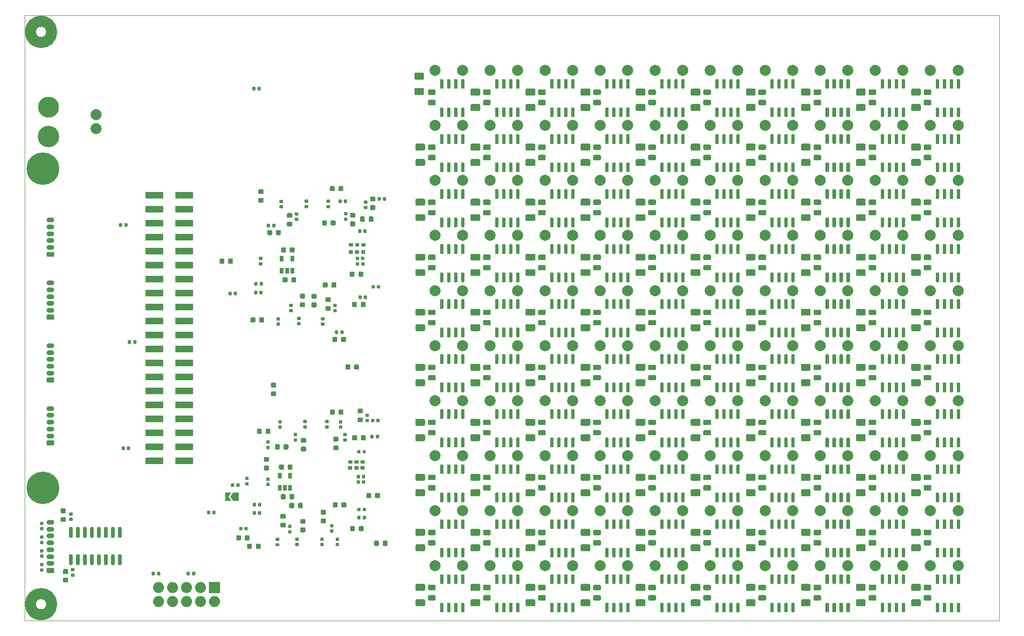
<source format=gbr>
G04 #@! TF.GenerationSoftware,KiCad,Pcbnew,(5.1.5)-3*
G04 #@! TF.CreationDate,2020-11-28T21:50:00-05:00*
G04 #@! TF.ProjectId,floater,666c6f61-7465-4722-9e6b-696361645f70,rev?*
G04 #@! TF.SameCoordinates,PXfb691c48PY5f5e038*
G04 #@! TF.FileFunction,Soldermask,Bot*
G04 #@! TF.FilePolarity,Negative*
%FSLAX46Y46*%
G04 Gerber Fmt 4.6, Leading zero omitted, Abs format (unit mm)*
G04 Created by KiCad (PCBNEW (5.1.5)-3) date 2020-11-28 21:50:00*
%MOMM*%
%LPD*%
G04 APERTURE LIST*
%ADD10C,0.050000*%
%ADD11C,2.000000*%
%ADD12C,0.100000*%
%ADD13C,5.900000*%
%ADD14R,3.180001X1.270000*%
%ADD15R,3.180000X1.270000*%
%ADD16R,2.000000X2.000000*%
%ADD17O,2.000000X2.000000*%
%ADD18O,1.400000X0.900000*%
%ADD19R,0.650000X1.060000*%
%ADD20C,2.000000*%
%ADD21C,3.800000*%
%ADD22C,3.890000*%
G04 APERTURE END LIST*
D10*
X176997560Y-200D02*
X-2440Y-200D01*
D11*
X4928030Y2999800D02*
G75*
G03X4928030Y2999800I-1930470J0D01*
G01*
X4928030Y106999800D02*
G75*
G03X4928030Y106999800I-1930470J0D01*
G01*
D10*
X176997560Y109999800D02*
X-2440Y109999800D01*
X176997560Y-200D02*
X176997560Y109999800D01*
X-2440Y109999800D02*
X-2440Y-200D01*
D12*
G36*
X38912198Y24952210D02*
G01*
X38926516Y24950086D01*
X38940557Y24946569D01*
X38954186Y24941692D01*
X38967271Y24935503D01*
X38979687Y24928062D01*
X38991313Y24919439D01*
X39002038Y24909718D01*
X39011759Y24898993D01*
X39020382Y24887367D01*
X39027823Y24874951D01*
X39034012Y24861866D01*
X39038889Y24848237D01*
X39042406Y24834196D01*
X39044530Y24819878D01*
X39045240Y24805420D01*
X39045240Y24460420D01*
X39044530Y24445962D01*
X39042406Y24431644D01*
X39038889Y24417603D01*
X39034012Y24403974D01*
X39027823Y24390889D01*
X39020382Y24378473D01*
X39011759Y24366847D01*
X39002038Y24356122D01*
X38991313Y24346401D01*
X38979687Y24337778D01*
X38967271Y24330337D01*
X38954186Y24324148D01*
X38940557Y24319271D01*
X38926516Y24315754D01*
X38912198Y24313630D01*
X38897740Y24312920D01*
X38602740Y24312920D01*
X38588282Y24313630D01*
X38573964Y24315754D01*
X38559923Y24319271D01*
X38546294Y24324148D01*
X38533209Y24330337D01*
X38520793Y24337778D01*
X38509167Y24346401D01*
X38498442Y24356122D01*
X38488721Y24366847D01*
X38480098Y24378473D01*
X38472657Y24390889D01*
X38466468Y24403974D01*
X38461591Y24417603D01*
X38458074Y24431644D01*
X38455950Y24445962D01*
X38455240Y24460420D01*
X38455240Y24805420D01*
X38455950Y24819878D01*
X38458074Y24834196D01*
X38461591Y24848237D01*
X38466468Y24861866D01*
X38472657Y24874951D01*
X38480098Y24887367D01*
X38488721Y24898993D01*
X38498442Y24909718D01*
X38509167Y24919439D01*
X38520793Y24928062D01*
X38533209Y24935503D01*
X38546294Y24941692D01*
X38559923Y24946569D01*
X38573964Y24950086D01*
X38588282Y24952210D01*
X38602740Y24952920D01*
X38897740Y24952920D01*
X38912198Y24952210D01*
G37*
G36*
X37942198Y24952210D02*
G01*
X37956516Y24950086D01*
X37970557Y24946569D01*
X37984186Y24941692D01*
X37997271Y24935503D01*
X38009687Y24928062D01*
X38021313Y24919439D01*
X38032038Y24909718D01*
X38041759Y24898993D01*
X38050382Y24887367D01*
X38057823Y24874951D01*
X38064012Y24861866D01*
X38068889Y24848237D01*
X38072406Y24834196D01*
X38074530Y24819878D01*
X38075240Y24805420D01*
X38075240Y24460420D01*
X38074530Y24445962D01*
X38072406Y24431644D01*
X38068889Y24417603D01*
X38064012Y24403974D01*
X38057823Y24390889D01*
X38050382Y24378473D01*
X38041759Y24366847D01*
X38032038Y24356122D01*
X38021313Y24346401D01*
X38009687Y24337778D01*
X37997271Y24330337D01*
X37984186Y24324148D01*
X37970557Y24319271D01*
X37956516Y24315754D01*
X37942198Y24313630D01*
X37927740Y24312920D01*
X37632740Y24312920D01*
X37618282Y24313630D01*
X37603964Y24315754D01*
X37589923Y24319271D01*
X37576294Y24324148D01*
X37563209Y24330337D01*
X37550793Y24337778D01*
X37539167Y24346401D01*
X37528442Y24356122D01*
X37518721Y24366847D01*
X37510098Y24378473D01*
X37502657Y24390889D01*
X37496468Y24403974D01*
X37491591Y24417603D01*
X37488074Y24431644D01*
X37485950Y24445962D01*
X37485240Y24460420D01*
X37485240Y24805420D01*
X37485950Y24819878D01*
X37488074Y24834196D01*
X37491591Y24848237D01*
X37496468Y24861866D01*
X37502657Y24874951D01*
X37510098Y24887367D01*
X37518721Y24898993D01*
X37528442Y24909718D01*
X37539167Y24919439D01*
X37550793Y24928062D01*
X37563209Y24935503D01*
X37576294Y24941692D01*
X37589923Y24946569D01*
X37603964Y24950086D01*
X37618282Y24952210D01*
X37632740Y24952920D01*
X37927740Y24952920D01*
X37942198Y24952210D01*
G37*
G36*
X38459938Y59793390D02*
G01*
X38474256Y59791266D01*
X38488297Y59787749D01*
X38501926Y59782872D01*
X38515011Y59776683D01*
X38527427Y59769242D01*
X38539053Y59760619D01*
X38549778Y59750898D01*
X38559499Y59740173D01*
X38568122Y59728547D01*
X38575563Y59716131D01*
X38581752Y59703046D01*
X38586629Y59689417D01*
X38590146Y59675376D01*
X38592270Y59661058D01*
X38592980Y59646600D01*
X38592980Y59301600D01*
X38592270Y59287142D01*
X38590146Y59272824D01*
X38586629Y59258783D01*
X38581752Y59245154D01*
X38575563Y59232069D01*
X38568122Y59219653D01*
X38559499Y59208027D01*
X38549778Y59197302D01*
X38539053Y59187581D01*
X38527427Y59178958D01*
X38515011Y59171517D01*
X38501926Y59165328D01*
X38488297Y59160451D01*
X38474256Y59156934D01*
X38459938Y59154810D01*
X38445480Y59154100D01*
X38150480Y59154100D01*
X38136022Y59154810D01*
X38121704Y59156934D01*
X38107663Y59160451D01*
X38094034Y59165328D01*
X38080949Y59171517D01*
X38068533Y59178958D01*
X38056907Y59187581D01*
X38046182Y59197302D01*
X38036461Y59208027D01*
X38027838Y59219653D01*
X38020397Y59232069D01*
X38014208Y59245154D01*
X38009331Y59258783D01*
X38005814Y59272824D01*
X38003690Y59287142D01*
X38002980Y59301600D01*
X38002980Y59646600D01*
X38003690Y59661058D01*
X38005814Y59675376D01*
X38009331Y59689417D01*
X38014208Y59703046D01*
X38020397Y59716131D01*
X38027838Y59728547D01*
X38036461Y59740173D01*
X38046182Y59750898D01*
X38056907Y59760619D01*
X38068533Y59769242D01*
X38080949Y59776683D01*
X38094034Y59782872D01*
X38107663Y59787749D01*
X38121704Y59791266D01*
X38136022Y59793390D01*
X38150480Y59794100D01*
X38445480Y59794100D01*
X38459938Y59793390D01*
G37*
G36*
X37489938Y59793390D02*
G01*
X37504256Y59791266D01*
X37518297Y59787749D01*
X37531926Y59782872D01*
X37545011Y59776683D01*
X37557427Y59769242D01*
X37569053Y59760619D01*
X37579778Y59750898D01*
X37589499Y59740173D01*
X37598122Y59728547D01*
X37605563Y59716131D01*
X37611752Y59703046D01*
X37616629Y59689417D01*
X37620146Y59675376D01*
X37622270Y59661058D01*
X37622980Y59646600D01*
X37622980Y59301600D01*
X37622270Y59287142D01*
X37620146Y59272824D01*
X37616629Y59258783D01*
X37611752Y59245154D01*
X37605563Y59232069D01*
X37598122Y59219653D01*
X37589499Y59208027D01*
X37579778Y59197302D01*
X37569053Y59187581D01*
X37557427Y59178958D01*
X37545011Y59171517D01*
X37531926Y59165328D01*
X37518297Y59160451D01*
X37504256Y59156934D01*
X37489938Y59154810D01*
X37475480Y59154100D01*
X37180480Y59154100D01*
X37166022Y59154810D01*
X37151704Y59156934D01*
X37137663Y59160451D01*
X37124034Y59165328D01*
X37110949Y59171517D01*
X37098533Y59178958D01*
X37086907Y59187581D01*
X37076182Y59197302D01*
X37066461Y59208027D01*
X37057838Y59219653D01*
X37050397Y59232069D01*
X37044208Y59245154D01*
X37039331Y59258783D01*
X37035814Y59272824D01*
X37033690Y59287142D01*
X37032980Y59301600D01*
X37032980Y59646600D01*
X37033690Y59661058D01*
X37035814Y59675376D01*
X37039331Y59689417D01*
X37044208Y59703046D01*
X37050397Y59716131D01*
X37057838Y59728547D01*
X37066461Y59740173D01*
X37076182Y59750898D01*
X37086907Y59760619D01*
X37098533Y59769242D01*
X37110949Y59776683D01*
X37124034Y59782872D01*
X37137663Y59787749D01*
X37151704Y59791266D01*
X37166022Y59793390D01*
X37180480Y59794100D01*
X37475480Y59794100D01*
X37489938Y59793390D01*
G37*
D13*
X3294080Y82149500D03*
X3294080Y24149500D03*
D14*
X29024580Y29019500D03*
D15*
X23563580Y29019500D03*
D14*
X29024580Y46799500D03*
D15*
X23563580Y46799500D03*
D14*
X29024580Y51879500D03*
D15*
X23563580Y51879500D03*
D14*
X29024580Y41719500D03*
D15*
X23563580Y41719500D03*
D14*
X29024580Y69659500D03*
D15*
X23563580Y69659500D03*
D14*
X29024580Y39179500D03*
D15*
X23563580Y39179500D03*
D14*
X29024580Y56959500D03*
D15*
X23563580Y56959500D03*
D14*
X29024580Y34099500D03*
D15*
X23563580Y34099500D03*
D14*
X29024580Y36639500D03*
D15*
X23563580Y36639500D03*
D14*
X29024580Y31559500D03*
D15*
X23563580Y31559500D03*
D14*
X29024580Y54419500D03*
D15*
X23563580Y54419500D03*
D14*
X29024580Y67119500D03*
D15*
X23563580Y67119500D03*
D14*
X29024580Y62039500D03*
D15*
X23563580Y62039500D03*
D14*
X29024580Y44259500D03*
D15*
X23563580Y44259500D03*
D14*
X29024580Y64579500D03*
D15*
X23563580Y64579500D03*
D14*
X29024580Y49339500D03*
D15*
X23563580Y49339500D03*
D14*
X23563580Y77279500D03*
X29024580Y77279500D03*
D15*
X23563580Y72199500D03*
D14*
X29024580Y74739500D03*
X29024580Y59499500D03*
D15*
X23563580Y59499500D03*
X23563580Y74739500D03*
D14*
X29024580Y72199500D03*
D12*
G36*
X59371223Y29173630D02*
G01*
X59386754Y29171326D01*
X59401986Y29167510D01*
X59416769Y29162221D01*
X59430963Y29155507D01*
X59444431Y29147435D01*
X59457043Y29138082D01*
X59468677Y29127537D01*
X59479222Y29115903D01*
X59488575Y29103291D01*
X59496647Y29089823D01*
X59503361Y29075629D01*
X59508650Y29060846D01*
X59512466Y29045614D01*
X59514770Y29030083D01*
X59515540Y29014400D01*
X59515540Y28694400D01*
X59514770Y28678717D01*
X59512466Y28663186D01*
X59508650Y28647954D01*
X59503361Y28633171D01*
X59496647Y28618977D01*
X59488575Y28605509D01*
X59479222Y28592897D01*
X59468677Y28581263D01*
X59457043Y28570718D01*
X59444431Y28561365D01*
X59430963Y28553293D01*
X59416769Y28546579D01*
X59401986Y28541290D01*
X59386754Y28537474D01*
X59371223Y28535170D01*
X59355540Y28534400D01*
X58925540Y28534400D01*
X58909857Y28535170D01*
X58894326Y28537474D01*
X58879094Y28541290D01*
X58864311Y28546579D01*
X58850117Y28553293D01*
X58836649Y28561365D01*
X58824037Y28570718D01*
X58812403Y28581263D01*
X58801858Y28592897D01*
X58792505Y28605509D01*
X58784433Y28618977D01*
X58777719Y28633171D01*
X58772430Y28647954D01*
X58768614Y28663186D01*
X58766310Y28678717D01*
X58765540Y28694400D01*
X58765540Y29014400D01*
X58766310Y29030083D01*
X58768614Y29045614D01*
X58772430Y29060846D01*
X58777719Y29075629D01*
X58784433Y29089823D01*
X58792505Y29103291D01*
X58801858Y29115903D01*
X58812403Y29127537D01*
X58824037Y29138082D01*
X58836649Y29147435D01*
X58850117Y29155507D01*
X58864311Y29162221D01*
X58879094Y29167510D01*
X58894326Y29171326D01*
X58909857Y29173630D01*
X58925540Y29174400D01*
X59355540Y29174400D01*
X59371223Y29173630D01*
G37*
G36*
X60501223Y29173630D02*
G01*
X60516754Y29171326D01*
X60531986Y29167510D01*
X60546769Y29162221D01*
X60560963Y29155507D01*
X60574431Y29147435D01*
X60587043Y29138082D01*
X60598677Y29127537D01*
X60609222Y29115903D01*
X60618575Y29103291D01*
X60626647Y29089823D01*
X60633361Y29075629D01*
X60638650Y29060846D01*
X60642466Y29045614D01*
X60644770Y29030083D01*
X60645540Y29014400D01*
X60645540Y28694400D01*
X60644770Y28678717D01*
X60642466Y28663186D01*
X60638650Y28647954D01*
X60633361Y28633171D01*
X60626647Y28618977D01*
X60618575Y28605509D01*
X60609222Y28592897D01*
X60598677Y28581263D01*
X60587043Y28570718D01*
X60574431Y28561365D01*
X60560963Y28553293D01*
X60546769Y28546579D01*
X60531986Y28541290D01*
X60516754Y28537474D01*
X60501223Y28535170D01*
X60485540Y28534400D01*
X60055540Y28534400D01*
X60039857Y28535170D01*
X60024326Y28537474D01*
X60009094Y28541290D01*
X59994311Y28546579D01*
X59980117Y28553293D01*
X59966649Y28561365D01*
X59954037Y28570718D01*
X59942403Y28581263D01*
X59931858Y28592897D01*
X59922505Y28605509D01*
X59914433Y28618977D01*
X59907719Y28633171D01*
X59902430Y28647954D01*
X59898614Y28663186D01*
X59896310Y28678717D01*
X59895540Y28694400D01*
X59895540Y29014400D01*
X59896310Y29030083D01*
X59898614Y29045614D01*
X59902430Y29060846D01*
X59907719Y29075629D01*
X59914433Y29089823D01*
X59922505Y29103291D01*
X59931858Y29115903D01*
X59942403Y29127537D01*
X59954037Y29138082D01*
X59966649Y29147435D01*
X59980117Y29155507D01*
X59994311Y29162221D01*
X60009094Y29167510D01*
X60024326Y29171326D01*
X60039857Y29173630D01*
X60055540Y29174400D01*
X60485540Y29174400D01*
X60501223Y29173630D01*
G37*
G36*
X61631223Y29173630D02*
G01*
X61646754Y29171326D01*
X61661986Y29167510D01*
X61676769Y29162221D01*
X61690963Y29155507D01*
X61704431Y29147435D01*
X61717043Y29138082D01*
X61728677Y29127537D01*
X61739222Y29115903D01*
X61748575Y29103291D01*
X61756647Y29089823D01*
X61763361Y29075629D01*
X61768650Y29060846D01*
X61772466Y29045614D01*
X61774770Y29030083D01*
X61775540Y29014400D01*
X61775540Y28694400D01*
X61774770Y28678717D01*
X61772466Y28663186D01*
X61768650Y28647954D01*
X61763361Y28633171D01*
X61756647Y28618977D01*
X61748575Y28605509D01*
X61739222Y28592897D01*
X61728677Y28581263D01*
X61717043Y28570718D01*
X61704431Y28561365D01*
X61690963Y28553293D01*
X61676769Y28546579D01*
X61661986Y28541290D01*
X61646754Y28537474D01*
X61631223Y28535170D01*
X61615540Y28534400D01*
X61185540Y28534400D01*
X61169857Y28535170D01*
X61154326Y28537474D01*
X61139094Y28541290D01*
X61124311Y28546579D01*
X61110117Y28553293D01*
X61096649Y28561365D01*
X61084037Y28570718D01*
X61072403Y28581263D01*
X61061858Y28592897D01*
X61052505Y28605509D01*
X61044433Y28618977D01*
X61037719Y28633171D01*
X61032430Y28647954D01*
X61028614Y28663186D01*
X61026310Y28678717D01*
X61025540Y28694400D01*
X61025540Y29014400D01*
X61026310Y29030083D01*
X61028614Y29045614D01*
X61032430Y29060846D01*
X61037719Y29075629D01*
X61044433Y29089823D01*
X61052505Y29103291D01*
X61061858Y29115903D01*
X61072403Y29127537D01*
X61084037Y29138082D01*
X61096649Y29147435D01*
X61110117Y29155507D01*
X61124311Y29162221D01*
X61139094Y29167510D01*
X61154326Y29171326D01*
X61169857Y29173630D01*
X61185540Y29174400D01*
X61615540Y29174400D01*
X61631223Y29173630D01*
G37*
G36*
X59495683Y68637610D02*
G01*
X59511214Y68635306D01*
X59526446Y68631490D01*
X59541229Y68626201D01*
X59555423Y68619487D01*
X59568891Y68611415D01*
X59581503Y68602062D01*
X59593137Y68591517D01*
X59603682Y68579883D01*
X59613035Y68567271D01*
X59621107Y68553803D01*
X59627821Y68539609D01*
X59633110Y68524826D01*
X59636926Y68509594D01*
X59639230Y68494063D01*
X59640000Y68478380D01*
X59640000Y68158380D01*
X59639230Y68142697D01*
X59636926Y68127166D01*
X59633110Y68111934D01*
X59627821Y68097151D01*
X59621107Y68082957D01*
X59613035Y68069489D01*
X59603682Y68056877D01*
X59593137Y68045243D01*
X59581503Y68034698D01*
X59568891Y68025345D01*
X59555423Y68017273D01*
X59541229Y68010559D01*
X59526446Y68005270D01*
X59511214Y68001454D01*
X59495683Y67999150D01*
X59480000Y67998380D01*
X59050000Y67998380D01*
X59034317Y67999150D01*
X59018786Y68001454D01*
X59003554Y68005270D01*
X58988771Y68010559D01*
X58974577Y68017273D01*
X58961109Y68025345D01*
X58948497Y68034698D01*
X58936863Y68045243D01*
X58926318Y68056877D01*
X58916965Y68069489D01*
X58908893Y68082957D01*
X58902179Y68097151D01*
X58896890Y68111934D01*
X58893074Y68127166D01*
X58890770Y68142697D01*
X58890000Y68158380D01*
X58890000Y68478380D01*
X58890770Y68494063D01*
X58893074Y68509594D01*
X58896890Y68524826D01*
X58902179Y68539609D01*
X58908893Y68553803D01*
X58916965Y68567271D01*
X58926318Y68579883D01*
X58936863Y68591517D01*
X58948497Y68602062D01*
X58961109Y68611415D01*
X58974577Y68619487D01*
X58988771Y68626201D01*
X59003554Y68631490D01*
X59018786Y68635306D01*
X59034317Y68637610D01*
X59050000Y68638380D01*
X59480000Y68638380D01*
X59495683Y68637610D01*
G37*
G36*
X60625683Y68637610D02*
G01*
X60641214Y68635306D01*
X60656446Y68631490D01*
X60671229Y68626201D01*
X60685423Y68619487D01*
X60698891Y68611415D01*
X60711503Y68602062D01*
X60723137Y68591517D01*
X60733682Y68579883D01*
X60743035Y68567271D01*
X60751107Y68553803D01*
X60757821Y68539609D01*
X60763110Y68524826D01*
X60766926Y68509594D01*
X60769230Y68494063D01*
X60770000Y68478380D01*
X60770000Y68158380D01*
X60769230Y68142697D01*
X60766926Y68127166D01*
X60763110Y68111934D01*
X60757821Y68097151D01*
X60751107Y68082957D01*
X60743035Y68069489D01*
X60733682Y68056877D01*
X60723137Y68045243D01*
X60711503Y68034698D01*
X60698891Y68025345D01*
X60685423Y68017273D01*
X60671229Y68010559D01*
X60656446Y68005270D01*
X60641214Y68001454D01*
X60625683Y67999150D01*
X60610000Y67998380D01*
X60180000Y67998380D01*
X60164317Y67999150D01*
X60148786Y68001454D01*
X60133554Y68005270D01*
X60118771Y68010559D01*
X60104577Y68017273D01*
X60091109Y68025345D01*
X60078497Y68034698D01*
X60066863Y68045243D01*
X60056318Y68056877D01*
X60046965Y68069489D01*
X60038893Y68082957D01*
X60032179Y68097151D01*
X60026890Y68111934D01*
X60023074Y68127166D01*
X60020770Y68142697D01*
X60020000Y68158380D01*
X60020000Y68478380D01*
X60020770Y68494063D01*
X60023074Y68509594D01*
X60026890Y68524826D01*
X60032179Y68539609D01*
X60038893Y68553803D01*
X60046965Y68567271D01*
X60056318Y68579883D01*
X60066863Y68591517D01*
X60078497Y68602062D01*
X60091109Y68611415D01*
X60104577Y68619487D01*
X60118771Y68626201D01*
X60133554Y68631490D01*
X60148786Y68635306D01*
X60164317Y68637610D01*
X60180000Y68638380D01*
X60610000Y68638380D01*
X60625683Y68637610D01*
G37*
G36*
X61755683Y68637610D02*
G01*
X61771214Y68635306D01*
X61786446Y68631490D01*
X61801229Y68626201D01*
X61815423Y68619487D01*
X61828891Y68611415D01*
X61841503Y68602062D01*
X61853137Y68591517D01*
X61863682Y68579883D01*
X61873035Y68567271D01*
X61881107Y68553803D01*
X61887821Y68539609D01*
X61893110Y68524826D01*
X61896926Y68509594D01*
X61899230Y68494063D01*
X61900000Y68478380D01*
X61900000Y68158380D01*
X61899230Y68142697D01*
X61896926Y68127166D01*
X61893110Y68111934D01*
X61887821Y68097151D01*
X61881107Y68082957D01*
X61873035Y68069489D01*
X61863682Y68056877D01*
X61853137Y68045243D01*
X61841503Y68034698D01*
X61828891Y68025345D01*
X61815423Y68017273D01*
X61801229Y68010559D01*
X61786446Y68005270D01*
X61771214Y68001454D01*
X61755683Y67999150D01*
X61740000Y67998380D01*
X61310000Y67998380D01*
X61294317Y67999150D01*
X61278786Y68001454D01*
X61263554Y68005270D01*
X61248771Y68010559D01*
X61234577Y68017273D01*
X61221109Y68025345D01*
X61208497Y68034698D01*
X61196863Y68045243D01*
X61186318Y68056877D01*
X61176965Y68069489D01*
X61168893Y68082957D01*
X61162179Y68097151D01*
X61156890Y68111934D01*
X61153074Y68127166D01*
X61150770Y68142697D01*
X61150000Y68158380D01*
X61150000Y68478380D01*
X61150770Y68494063D01*
X61153074Y68509594D01*
X61156890Y68524826D01*
X61162179Y68539609D01*
X61168893Y68553803D01*
X61176965Y68567271D01*
X61186318Y68579883D01*
X61196863Y68591517D01*
X61208497Y68602062D01*
X61221109Y68611415D01*
X61234577Y68619487D01*
X61248771Y68626201D01*
X61263554Y68631490D01*
X61278786Y68635306D01*
X61294317Y68637610D01*
X61310000Y68638380D01*
X61740000Y68638380D01*
X61755683Y68637610D01*
G37*
G36*
X20182098Y50974510D02*
G01*
X20196416Y50972386D01*
X20210457Y50968869D01*
X20224086Y50963992D01*
X20237171Y50957803D01*
X20249587Y50950362D01*
X20261213Y50941739D01*
X20271938Y50932018D01*
X20281659Y50921293D01*
X20290282Y50909667D01*
X20297723Y50897251D01*
X20303912Y50884166D01*
X20308789Y50870537D01*
X20312306Y50856496D01*
X20314430Y50842178D01*
X20315140Y50827720D01*
X20315140Y50482720D01*
X20314430Y50468262D01*
X20312306Y50453944D01*
X20308789Y50439903D01*
X20303912Y50426274D01*
X20297723Y50413189D01*
X20290282Y50400773D01*
X20281659Y50389147D01*
X20271938Y50378422D01*
X20261213Y50368701D01*
X20249587Y50360078D01*
X20237171Y50352637D01*
X20224086Y50346448D01*
X20210457Y50341571D01*
X20196416Y50338054D01*
X20182098Y50335930D01*
X20167640Y50335220D01*
X19872640Y50335220D01*
X19858182Y50335930D01*
X19843864Y50338054D01*
X19829823Y50341571D01*
X19816194Y50346448D01*
X19803109Y50352637D01*
X19790693Y50360078D01*
X19779067Y50368701D01*
X19768342Y50378422D01*
X19758621Y50389147D01*
X19749998Y50400773D01*
X19742557Y50413189D01*
X19736368Y50426274D01*
X19731491Y50439903D01*
X19727974Y50453944D01*
X19725850Y50468262D01*
X19725140Y50482720D01*
X19725140Y50827720D01*
X19725850Y50842178D01*
X19727974Y50856496D01*
X19731491Y50870537D01*
X19736368Y50884166D01*
X19742557Y50897251D01*
X19749998Y50909667D01*
X19758621Y50921293D01*
X19768342Y50932018D01*
X19779067Y50941739D01*
X19790693Y50950362D01*
X19803109Y50957803D01*
X19816194Y50963992D01*
X19829823Y50968869D01*
X19843864Y50972386D01*
X19858182Y50974510D01*
X19872640Y50975220D01*
X20167640Y50975220D01*
X20182098Y50974510D01*
G37*
G36*
X19212098Y50974510D02*
G01*
X19226416Y50972386D01*
X19240457Y50968869D01*
X19254086Y50963992D01*
X19267171Y50957803D01*
X19279587Y50950362D01*
X19291213Y50941739D01*
X19301938Y50932018D01*
X19311659Y50921293D01*
X19320282Y50909667D01*
X19327723Y50897251D01*
X19333912Y50884166D01*
X19338789Y50870537D01*
X19342306Y50856496D01*
X19344430Y50842178D01*
X19345140Y50827720D01*
X19345140Y50482720D01*
X19344430Y50468262D01*
X19342306Y50453944D01*
X19338789Y50439903D01*
X19333912Y50426274D01*
X19327723Y50413189D01*
X19320282Y50400773D01*
X19311659Y50389147D01*
X19301938Y50378422D01*
X19291213Y50368701D01*
X19279587Y50360078D01*
X19267171Y50352637D01*
X19254086Y50346448D01*
X19240457Y50341571D01*
X19226416Y50338054D01*
X19212098Y50335930D01*
X19197640Y50335220D01*
X18902640Y50335220D01*
X18888182Y50335930D01*
X18873864Y50338054D01*
X18859823Y50341571D01*
X18846194Y50346448D01*
X18833109Y50352637D01*
X18820693Y50360078D01*
X18809067Y50368701D01*
X18798342Y50378422D01*
X18788621Y50389147D01*
X18779998Y50400773D01*
X18772557Y50413189D01*
X18766368Y50426274D01*
X18761491Y50439903D01*
X18757974Y50453944D01*
X18755850Y50468262D01*
X18755140Y50482720D01*
X18755140Y50827720D01*
X18755850Y50842178D01*
X18757974Y50856496D01*
X18761491Y50870537D01*
X18766368Y50884166D01*
X18772557Y50897251D01*
X18779998Y50909667D01*
X18788621Y50921293D01*
X18798342Y50932018D01*
X18809067Y50941739D01*
X18820693Y50950362D01*
X18833109Y50957803D01*
X18846194Y50963992D01*
X18859823Y50968869D01*
X18873864Y50972386D01*
X18888182Y50974510D01*
X18902640Y50975220D01*
X19197640Y50975220D01*
X19212098Y50974510D01*
G37*
G36*
X18574278Y72236850D02*
G01*
X18588596Y72234726D01*
X18602637Y72231209D01*
X18616266Y72226332D01*
X18629351Y72220143D01*
X18641767Y72212702D01*
X18653393Y72204079D01*
X18664118Y72194358D01*
X18673839Y72183633D01*
X18682462Y72172007D01*
X18689903Y72159591D01*
X18696092Y72146506D01*
X18700969Y72132877D01*
X18704486Y72118836D01*
X18706610Y72104518D01*
X18707320Y72090060D01*
X18707320Y71745060D01*
X18706610Y71730602D01*
X18704486Y71716284D01*
X18700969Y71702243D01*
X18696092Y71688614D01*
X18689903Y71675529D01*
X18682462Y71663113D01*
X18673839Y71651487D01*
X18664118Y71640762D01*
X18653393Y71631041D01*
X18641767Y71622418D01*
X18629351Y71614977D01*
X18616266Y71608788D01*
X18602637Y71603911D01*
X18588596Y71600394D01*
X18574278Y71598270D01*
X18559820Y71597560D01*
X18264820Y71597560D01*
X18250362Y71598270D01*
X18236044Y71600394D01*
X18222003Y71603911D01*
X18208374Y71608788D01*
X18195289Y71614977D01*
X18182873Y71622418D01*
X18171247Y71631041D01*
X18160522Y71640762D01*
X18150801Y71651487D01*
X18142178Y71663113D01*
X18134737Y71675529D01*
X18128548Y71688614D01*
X18123671Y71702243D01*
X18120154Y71716284D01*
X18118030Y71730602D01*
X18117320Y71745060D01*
X18117320Y72090060D01*
X18118030Y72104518D01*
X18120154Y72118836D01*
X18123671Y72132877D01*
X18128548Y72146506D01*
X18134737Y72159591D01*
X18142178Y72172007D01*
X18150801Y72183633D01*
X18160522Y72194358D01*
X18171247Y72204079D01*
X18182873Y72212702D01*
X18195289Y72220143D01*
X18208374Y72226332D01*
X18222003Y72231209D01*
X18236044Y72234726D01*
X18250362Y72236850D01*
X18264820Y72237560D01*
X18559820Y72237560D01*
X18574278Y72236850D01*
G37*
G36*
X17604278Y72236850D02*
G01*
X17618596Y72234726D01*
X17632637Y72231209D01*
X17646266Y72226332D01*
X17659351Y72220143D01*
X17671767Y72212702D01*
X17683393Y72204079D01*
X17694118Y72194358D01*
X17703839Y72183633D01*
X17712462Y72172007D01*
X17719903Y72159591D01*
X17726092Y72146506D01*
X17730969Y72132877D01*
X17734486Y72118836D01*
X17736610Y72104518D01*
X17737320Y72090060D01*
X17737320Y71745060D01*
X17736610Y71730602D01*
X17734486Y71716284D01*
X17730969Y71702243D01*
X17726092Y71688614D01*
X17719903Y71675529D01*
X17712462Y71663113D01*
X17703839Y71651487D01*
X17694118Y71640762D01*
X17683393Y71631041D01*
X17671767Y71622418D01*
X17659351Y71614977D01*
X17646266Y71608788D01*
X17632637Y71603911D01*
X17618596Y71600394D01*
X17604278Y71598270D01*
X17589820Y71597560D01*
X17294820Y71597560D01*
X17280362Y71598270D01*
X17266044Y71600394D01*
X17252003Y71603911D01*
X17238374Y71608788D01*
X17225289Y71614977D01*
X17212873Y71622418D01*
X17201247Y71631041D01*
X17190522Y71640762D01*
X17180801Y71651487D01*
X17172178Y71663113D01*
X17164737Y71675529D01*
X17158548Y71688614D01*
X17153671Y71702243D01*
X17150154Y71716284D01*
X17148030Y71730602D01*
X17147320Y71745060D01*
X17147320Y72090060D01*
X17148030Y72104518D01*
X17150154Y72118836D01*
X17153671Y72132877D01*
X17158548Y72146506D01*
X17164737Y72159591D01*
X17172178Y72172007D01*
X17180801Y72183633D01*
X17190522Y72194358D01*
X17201247Y72204079D01*
X17212873Y72212702D01*
X17225289Y72220143D01*
X17238374Y72226332D01*
X17252003Y72231209D01*
X17266044Y72234726D01*
X17280362Y72236850D01*
X17294820Y72237560D01*
X17589820Y72237560D01*
X17604278Y72236850D01*
G37*
G36*
X19036558Y31647650D02*
G01*
X19050876Y31645526D01*
X19064917Y31642009D01*
X19078546Y31637132D01*
X19091631Y31630943D01*
X19104047Y31623502D01*
X19115673Y31614879D01*
X19126398Y31605158D01*
X19136119Y31594433D01*
X19144742Y31582807D01*
X19152183Y31570391D01*
X19158372Y31557306D01*
X19163249Y31543677D01*
X19166766Y31529636D01*
X19168890Y31515318D01*
X19169600Y31500860D01*
X19169600Y31155860D01*
X19168890Y31141402D01*
X19166766Y31127084D01*
X19163249Y31113043D01*
X19158372Y31099414D01*
X19152183Y31086329D01*
X19144742Y31073913D01*
X19136119Y31062287D01*
X19126398Y31051562D01*
X19115673Y31041841D01*
X19104047Y31033218D01*
X19091631Y31025777D01*
X19078546Y31019588D01*
X19064917Y31014711D01*
X19050876Y31011194D01*
X19036558Y31009070D01*
X19022100Y31008360D01*
X18727100Y31008360D01*
X18712642Y31009070D01*
X18698324Y31011194D01*
X18684283Y31014711D01*
X18670654Y31019588D01*
X18657569Y31025777D01*
X18645153Y31033218D01*
X18633527Y31041841D01*
X18622802Y31051562D01*
X18613081Y31062287D01*
X18604458Y31073913D01*
X18597017Y31086329D01*
X18590828Y31099414D01*
X18585951Y31113043D01*
X18582434Y31127084D01*
X18580310Y31141402D01*
X18579600Y31155860D01*
X18579600Y31500860D01*
X18580310Y31515318D01*
X18582434Y31529636D01*
X18585951Y31543677D01*
X18590828Y31557306D01*
X18597017Y31570391D01*
X18604458Y31582807D01*
X18613081Y31594433D01*
X18622802Y31605158D01*
X18633527Y31614879D01*
X18645153Y31623502D01*
X18657569Y31630943D01*
X18670654Y31637132D01*
X18684283Y31642009D01*
X18698324Y31645526D01*
X18712642Y31647650D01*
X18727100Y31648360D01*
X19022100Y31648360D01*
X19036558Y31647650D01*
G37*
G36*
X18066558Y31647650D02*
G01*
X18080876Y31645526D01*
X18094917Y31642009D01*
X18108546Y31637132D01*
X18121631Y31630943D01*
X18134047Y31623502D01*
X18145673Y31614879D01*
X18156398Y31605158D01*
X18166119Y31594433D01*
X18174742Y31582807D01*
X18182183Y31570391D01*
X18188372Y31557306D01*
X18193249Y31543677D01*
X18196766Y31529636D01*
X18198890Y31515318D01*
X18199600Y31500860D01*
X18199600Y31155860D01*
X18198890Y31141402D01*
X18196766Y31127084D01*
X18193249Y31113043D01*
X18188372Y31099414D01*
X18182183Y31086329D01*
X18174742Y31073913D01*
X18166119Y31062287D01*
X18156398Y31051562D01*
X18145673Y31041841D01*
X18134047Y31033218D01*
X18121631Y31025777D01*
X18108546Y31019588D01*
X18094917Y31014711D01*
X18080876Y31011194D01*
X18066558Y31009070D01*
X18052100Y31008360D01*
X17757100Y31008360D01*
X17742642Y31009070D01*
X17728324Y31011194D01*
X17714283Y31014711D01*
X17700654Y31019588D01*
X17687569Y31025777D01*
X17675153Y31033218D01*
X17663527Y31041841D01*
X17652802Y31051562D01*
X17643081Y31062287D01*
X17634458Y31073913D01*
X17627017Y31086329D01*
X17620828Y31099414D01*
X17615951Y31113043D01*
X17612434Y31127084D01*
X17610310Y31141402D01*
X17609600Y31155860D01*
X17609600Y31500860D01*
X17610310Y31515318D01*
X17612434Y31529636D01*
X17615951Y31543677D01*
X17620828Y31557306D01*
X17627017Y31570391D01*
X17634458Y31582807D01*
X17643081Y31594433D01*
X17652802Y31605158D01*
X17663527Y31614879D01*
X17675153Y31623502D01*
X17687569Y31630943D01*
X17700654Y31637132D01*
X17714283Y31642009D01*
X17728324Y31645526D01*
X17742642Y31647650D01*
X17757100Y31648360D01*
X18052100Y31648360D01*
X18066558Y31647650D01*
G37*
G36*
X40545018Y26136110D02*
G01*
X40559336Y26133986D01*
X40573377Y26130469D01*
X40587006Y26125592D01*
X40600091Y26119403D01*
X40612507Y26111962D01*
X40624133Y26103339D01*
X40634858Y26093618D01*
X40644579Y26082893D01*
X40653202Y26071267D01*
X40660643Y26058851D01*
X40666832Y26045766D01*
X40671709Y26032137D01*
X40675226Y26018096D01*
X40677350Y26003778D01*
X40678060Y25989320D01*
X40678060Y25694320D01*
X40677350Y25679862D01*
X40675226Y25665544D01*
X40671709Y25651503D01*
X40666832Y25637874D01*
X40660643Y25624789D01*
X40653202Y25612373D01*
X40644579Y25600747D01*
X40634858Y25590022D01*
X40624133Y25580301D01*
X40612507Y25571678D01*
X40600091Y25564237D01*
X40587006Y25558048D01*
X40573377Y25553171D01*
X40559336Y25549654D01*
X40545018Y25547530D01*
X40530560Y25546820D01*
X40185560Y25546820D01*
X40171102Y25547530D01*
X40156784Y25549654D01*
X40142743Y25553171D01*
X40129114Y25558048D01*
X40116029Y25564237D01*
X40103613Y25571678D01*
X40091987Y25580301D01*
X40081262Y25590022D01*
X40071541Y25600747D01*
X40062918Y25612373D01*
X40055477Y25624789D01*
X40049288Y25637874D01*
X40044411Y25651503D01*
X40040894Y25665544D01*
X40038770Y25679862D01*
X40038060Y25694320D01*
X40038060Y25989320D01*
X40038770Y26003778D01*
X40040894Y26018096D01*
X40044411Y26032137D01*
X40049288Y26045766D01*
X40055477Y26058851D01*
X40062918Y26071267D01*
X40071541Y26082893D01*
X40081262Y26093618D01*
X40091987Y26103339D01*
X40103613Y26111962D01*
X40116029Y26119403D01*
X40129114Y26125592D01*
X40142743Y26130469D01*
X40156784Y26133986D01*
X40171102Y26136110D01*
X40185560Y26136820D01*
X40530560Y26136820D01*
X40545018Y26136110D01*
G37*
G36*
X40545018Y25166110D02*
G01*
X40559336Y25163986D01*
X40573377Y25160469D01*
X40587006Y25155592D01*
X40600091Y25149403D01*
X40612507Y25141962D01*
X40624133Y25133339D01*
X40634858Y25123618D01*
X40644579Y25112893D01*
X40653202Y25101267D01*
X40660643Y25088851D01*
X40666832Y25075766D01*
X40671709Y25062137D01*
X40675226Y25048096D01*
X40677350Y25033778D01*
X40678060Y25019320D01*
X40678060Y24724320D01*
X40677350Y24709862D01*
X40675226Y24695544D01*
X40671709Y24681503D01*
X40666832Y24667874D01*
X40660643Y24654789D01*
X40653202Y24642373D01*
X40644579Y24630747D01*
X40634858Y24620022D01*
X40624133Y24610301D01*
X40612507Y24601678D01*
X40600091Y24594237D01*
X40587006Y24588048D01*
X40573377Y24583171D01*
X40559336Y24579654D01*
X40545018Y24577530D01*
X40530560Y24576820D01*
X40185560Y24576820D01*
X40171102Y24577530D01*
X40156784Y24579654D01*
X40142743Y24583171D01*
X40129114Y24588048D01*
X40116029Y24594237D01*
X40103613Y24601678D01*
X40091987Y24610301D01*
X40081262Y24620022D01*
X40071541Y24630747D01*
X40062918Y24642373D01*
X40055477Y24654789D01*
X40049288Y24667874D01*
X40044411Y24681503D01*
X40040894Y24695544D01*
X40038770Y24709862D01*
X40038060Y24724320D01*
X40038060Y25019320D01*
X40038770Y25033778D01*
X40040894Y25048096D01*
X40044411Y25062137D01*
X40049288Y25075766D01*
X40055477Y25088851D01*
X40062918Y25101267D01*
X40071541Y25112893D01*
X40081262Y25123618D01*
X40091987Y25133339D01*
X40103613Y25141962D01*
X40116029Y25149403D01*
X40129114Y25155592D01*
X40142743Y25160469D01*
X40156784Y25163986D01*
X40171102Y25166110D01*
X40185560Y25166820D01*
X40530560Y25166820D01*
X40545018Y25166110D01*
G37*
D16*
X34490660Y6024880D03*
D17*
X34490660Y3484880D03*
X31950660Y6024880D03*
X31950660Y3484880D03*
X29410660Y6024880D03*
X29410660Y3484880D03*
X26870660Y6024880D03*
X26870660Y3484880D03*
X24330660Y6024880D03*
X24330660Y3484880D03*
D12*
G36*
X8607058Y19697210D02*
G01*
X8621376Y19695086D01*
X8635417Y19691569D01*
X8649046Y19686692D01*
X8662131Y19680503D01*
X8674547Y19673062D01*
X8686173Y19664439D01*
X8696898Y19654718D01*
X8706619Y19643993D01*
X8715242Y19632367D01*
X8722683Y19619951D01*
X8728872Y19606866D01*
X8733749Y19593237D01*
X8737266Y19579196D01*
X8739390Y19564878D01*
X8740100Y19550420D01*
X8740100Y19255420D01*
X8739390Y19240962D01*
X8737266Y19226644D01*
X8733749Y19212603D01*
X8728872Y19198974D01*
X8722683Y19185889D01*
X8715242Y19173473D01*
X8706619Y19161847D01*
X8696898Y19151122D01*
X8686173Y19141401D01*
X8674547Y19132778D01*
X8662131Y19125337D01*
X8649046Y19119148D01*
X8635417Y19114271D01*
X8621376Y19110754D01*
X8607058Y19108630D01*
X8592600Y19107920D01*
X8247600Y19107920D01*
X8233142Y19108630D01*
X8218824Y19110754D01*
X8204783Y19114271D01*
X8191154Y19119148D01*
X8178069Y19125337D01*
X8165653Y19132778D01*
X8154027Y19141401D01*
X8143302Y19151122D01*
X8133581Y19161847D01*
X8124958Y19173473D01*
X8117517Y19185889D01*
X8111328Y19198974D01*
X8106451Y19212603D01*
X8102934Y19226644D01*
X8100810Y19240962D01*
X8100100Y19255420D01*
X8100100Y19550420D01*
X8100810Y19564878D01*
X8102934Y19579196D01*
X8106451Y19593237D01*
X8111328Y19606866D01*
X8117517Y19619951D01*
X8124958Y19632367D01*
X8133581Y19643993D01*
X8143302Y19654718D01*
X8154027Y19664439D01*
X8165653Y19673062D01*
X8178069Y19680503D01*
X8191154Y19686692D01*
X8204783Y19691569D01*
X8218824Y19695086D01*
X8233142Y19697210D01*
X8247600Y19697920D01*
X8592600Y19697920D01*
X8607058Y19697210D01*
G37*
G36*
X8607058Y18727210D02*
G01*
X8621376Y18725086D01*
X8635417Y18721569D01*
X8649046Y18716692D01*
X8662131Y18710503D01*
X8674547Y18703062D01*
X8686173Y18694439D01*
X8696898Y18684718D01*
X8706619Y18673993D01*
X8715242Y18662367D01*
X8722683Y18649951D01*
X8728872Y18636866D01*
X8733749Y18623237D01*
X8737266Y18609196D01*
X8739390Y18594878D01*
X8740100Y18580420D01*
X8740100Y18285420D01*
X8739390Y18270962D01*
X8737266Y18256644D01*
X8733749Y18242603D01*
X8728872Y18228974D01*
X8722683Y18215889D01*
X8715242Y18203473D01*
X8706619Y18191847D01*
X8696898Y18181122D01*
X8686173Y18171401D01*
X8674547Y18162778D01*
X8662131Y18155337D01*
X8649046Y18149148D01*
X8635417Y18144271D01*
X8621376Y18140754D01*
X8607058Y18138630D01*
X8592600Y18137920D01*
X8247600Y18137920D01*
X8233142Y18138630D01*
X8218824Y18140754D01*
X8204783Y18144271D01*
X8191154Y18149148D01*
X8178069Y18155337D01*
X8165653Y18162778D01*
X8154027Y18171401D01*
X8143302Y18181122D01*
X8133581Y18191847D01*
X8124958Y18203473D01*
X8117517Y18215889D01*
X8111328Y18228974D01*
X8106451Y18242603D01*
X8102934Y18256644D01*
X8100810Y18270962D01*
X8100100Y18285420D01*
X8100100Y18580420D01*
X8100810Y18594878D01*
X8102934Y18609196D01*
X8106451Y18623237D01*
X8111328Y18636866D01*
X8117517Y18649951D01*
X8124958Y18662367D01*
X8133581Y18673993D01*
X8143302Y18684718D01*
X8154027Y18694439D01*
X8165653Y18703062D01*
X8178069Y18710503D01*
X8191154Y18716692D01*
X8204783Y18721569D01*
X8218824Y18725086D01*
X8233142Y18727210D01*
X8247600Y18727920D01*
X8592600Y18727920D01*
X8607058Y18727210D01*
G37*
G36*
X7293171Y20406027D02*
G01*
X7314406Y20402877D01*
X7335230Y20397661D01*
X7355442Y20390429D01*
X7374848Y20381250D01*
X7393261Y20370214D01*
X7410504Y20357426D01*
X7426410Y20343010D01*
X7440826Y20327104D01*
X7453614Y20309861D01*
X7464650Y20291448D01*
X7473829Y20272042D01*
X7481061Y20251830D01*
X7486277Y20231006D01*
X7489427Y20209771D01*
X7490480Y20188330D01*
X7490480Y19750830D01*
X7489427Y19729389D01*
X7486277Y19708154D01*
X7481061Y19687330D01*
X7473829Y19667118D01*
X7464650Y19647712D01*
X7453614Y19629299D01*
X7440826Y19612056D01*
X7426410Y19596150D01*
X7410504Y19581734D01*
X7393261Y19568946D01*
X7374848Y19557910D01*
X7355442Y19548731D01*
X7335230Y19541499D01*
X7314406Y19536283D01*
X7293171Y19533133D01*
X7271730Y19532080D01*
X6759230Y19532080D01*
X6737789Y19533133D01*
X6716554Y19536283D01*
X6695730Y19541499D01*
X6675518Y19548731D01*
X6656112Y19557910D01*
X6637699Y19568946D01*
X6620456Y19581734D01*
X6604550Y19596150D01*
X6590134Y19612056D01*
X6577346Y19629299D01*
X6566310Y19647712D01*
X6557131Y19667118D01*
X6549899Y19687330D01*
X6544683Y19708154D01*
X6541533Y19729389D01*
X6540480Y19750830D01*
X6540480Y20188330D01*
X6541533Y20209771D01*
X6544683Y20231006D01*
X6549899Y20251830D01*
X6557131Y20272042D01*
X6566310Y20291448D01*
X6577346Y20309861D01*
X6590134Y20327104D01*
X6604550Y20343010D01*
X6620456Y20357426D01*
X6637699Y20370214D01*
X6656112Y20381250D01*
X6675518Y20390429D01*
X6695730Y20397661D01*
X6716554Y20402877D01*
X6737789Y20406027D01*
X6759230Y20407080D01*
X7271730Y20407080D01*
X7293171Y20406027D01*
G37*
G36*
X7293171Y18831027D02*
G01*
X7314406Y18827877D01*
X7335230Y18822661D01*
X7355442Y18815429D01*
X7374848Y18806250D01*
X7393261Y18795214D01*
X7410504Y18782426D01*
X7426410Y18768010D01*
X7440826Y18752104D01*
X7453614Y18734861D01*
X7464650Y18716448D01*
X7473829Y18697042D01*
X7481061Y18676830D01*
X7486277Y18656006D01*
X7489427Y18634771D01*
X7490480Y18613330D01*
X7490480Y18175830D01*
X7489427Y18154389D01*
X7486277Y18133154D01*
X7481061Y18112330D01*
X7473829Y18092118D01*
X7464650Y18072712D01*
X7453614Y18054299D01*
X7440826Y18037056D01*
X7426410Y18021150D01*
X7410504Y18006734D01*
X7393261Y17993946D01*
X7374848Y17982910D01*
X7355442Y17973731D01*
X7335230Y17966499D01*
X7314406Y17961283D01*
X7293171Y17958133D01*
X7271730Y17957080D01*
X6759230Y17957080D01*
X6737789Y17958133D01*
X6716554Y17961283D01*
X6695730Y17966499D01*
X6675518Y17973731D01*
X6656112Y17982910D01*
X6637699Y17993946D01*
X6620456Y18006734D01*
X6604550Y18021150D01*
X6590134Y18037056D01*
X6577346Y18054299D01*
X6566310Y18072712D01*
X6557131Y18092118D01*
X6549899Y18112330D01*
X6544683Y18133154D01*
X6541533Y18154389D01*
X6540480Y18175830D01*
X6540480Y18613330D01*
X6541533Y18634771D01*
X6544683Y18656006D01*
X6549899Y18676830D01*
X6557131Y18697042D01*
X6566310Y18716448D01*
X6577346Y18734861D01*
X6590134Y18752104D01*
X6604550Y18768010D01*
X6620456Y18782426D01*
X6637699Y18795214D01*
X6656112Y18806250D01*
X6675518Y18815429D01*
X6695730Y18822661D01*
X6716554Y18827877D01*
X6737789Y18831027D01*
X6759230Y18832080D01*
X7271730Y18832080D01*
X7293171Y18831027D01*
G37*
G36*
X7722431Y7804887D02*
G01*
X7743666Y7801737D01*
X7764490Y7796521D01*
X7784702Y7789289D01*
X7804108Y7780110D01*
X7822521Y7769074D01*
X7839764Y7756286D01*
X7855670Y7741870D01*
X7870086Y7725964D01*
X7882874Y7708721D01*
X7893910Y7690308D01*
X7903089Y7670902D01*
X7910321Y7650690D01*
X7915537Y7629866D01*
X7918687Y7608631D01*
X7919740Y7587190D01*
X7919740Y7149690D01*
X7918687Y7128249D01*
X7915537Y7107014D01*
X7910321Y7086190D01*
X7903089Y7065978D01*
X7893910Y7046572D01*
X7882874Y7028159D01*
X7870086Y7010916D01*
X7855670Y6995010D01*
X7839764Y6980594D01*
X7822521Y6967806D01*
X7804108Y6956770D01*
X7784702Y6947591D01*
X7764490Y6940359D01*
X7743666Y6935143D01*
X7722431Y6931993D01*
X7700990Y6930940D01*
X7188490Y6930940D01*
X7167049Y6931993D01*
X7145814Y6935143D01*
X7124990Y6940359D01*
X7104778Y6947591D01*
X7085372Y6956770D01*
X7066959Y6967806D01*
X7049716Y6980594D01*
X7033810Y6995010D01*
X7019394Y7010916D01*
X7006606Y7028159D01*
X6995570Y7046572D01*
X6986391Y7065978D01*
X6979159Y7086190D01*
X6973943Y7107014D01*
X6970793Y7128249D01*
X6969740Y7149690D01*
X6969740Y7587190D01*
X6970793Y7608631D01*
X6973943Y7629866D01*
X6979159Y7650690D01*
X6986391Y7670902D01*
X6995570Y7690308D01*
X7006606Y7708721D01*
X7019394Y7725964D01*
X7033810Y7741870D01*
X7049716Y7756286D01*
X7066959Y7769074D01*
X7085372Y7780110D01*
X7104778Y7789289D01*
X7124990Y7796521D01*
X7145814Y7801737D01*
X7167049Y7804887D01*
X7188490Y7805940D01*
X7700990Y7805940D01*
X7722431Y7804887D01*
G37*
G36*
X7722431Y9379887D02*
G01*
X7743666Y9376737D01*
X7764490Y9371521D01*
X7784702Y9364289D01*
X7804108Y9355110D01*
X7822521Y9344074D01*
X7839764Y9331286D01*
X7855670Y9316870D01*
X7870086Y9300964D01*
X7882874Y9283721D01*
X7893910Y9265308D01*
X7903089Y9245902D01*
X7910321Y9225690D01*
X7915537Y9204866D01*
X7918687Y9183631D01*
X7919740Y9162190D01*
X7919740Y8724690D01*
X7918687Y8703249D01*
X7915537Y8682014D01*
X7910321Y8661190D01*
X7903089Y8640978D01*
X7893910Y8621572D01*
X7882874Y8603159D01*
X7870086Y8585916D01*
X7855670Y8570010D01*
X7839764Y8555594D01*
X7822521Y8542806D01*
X7804108Y8531770D01*
X7784702Y8522591D01*
X7764490Y8515359D01*
X7743666Y8510143D01*
X7722431Y8506993D01*
X7700990Y8505940D01*
X7188490Y8505940D01*
X7167049Y8506993D01*
X7145814Y8510143D01*
X7124990Y8515359D01*
X7104778Y8522591D01*
X7085372Y8531770D01*
X7066959Y8542806D01*
X7049716Y8555594D01*
X7033810Y8570010D01*
X7019394Y8585916D01*
X7006606Y8603159D01*
X6995570Y8621572D01*
X6986391Y8640978D01*
X6979159Y8661190D01*
X6973943Y8682014D01*
X6970793Y8703249D01*
X6969740Y8724690D01*
X6969740Y9162190D01*
X6970793Y9183631D01*
X6973943Y9204866D01*
X6979159Y9225690D01*
X6986391Y9245902D01*
X6995570Y9265308D01*
X7006606Y9283721D01*
X7019394Y9300964D01*
X7033810Y9316870D01*
X7049716Y9331286D01*
X7066959Y9344074D01*
X7085372Y9355110D01*
X7104778Y9364289D01*
X7124990Y9371521D01*
X7145814Y9376737D01*
X7167049Y9379887D01*
X7188490Y9380940D01*
X7700990Y9380940D01*
X7722431Y9379887D01*
G37*
D18*
X4701540Y38563880D03*
X4701540Y37313880D03*
X4701540Y36063880D03*
X4701540Y34813880D03*
X4701540Y33563880D03*
D12*
G36*
X5198594Y32762797D02*
G01*
X5220435Y32759557D01*
X5241854Y32754192D01*
X5262644Y32746753D01*
X5282604Y32737312D01*
X5301543Y32725961D01*
X5319278Y32712807D01*
X5335639Y32697979D01*
X5350467Y32681618D01*
X5363621Y32663883D01*
X5374972Y32644944D01*
X5384413Y32624984D01*
X5391852Y32604194D01*
X5397217Y32582775D01*
X5400457Y32560934D01*
X5401540Y32538880D01*
X5401540Y32088880D01*
X5400457Y32066826D01*
X5397217Y32044985D01*
X5391852Y32023566D01*
X5384413Y32002776D01*
X5374972Y31982816D01*
X5363621Y31963877D01*
X5350467Y31946142D01*
X5335639Y31929781D01*
X5319278Y31914953D01*
X5301543Y31901799D01*
X5282604Y31890448D01*
X5262644Y31881007D01*
X5241854Y31873568D01*
X5220435Y31868203D01*
X5198594Y31864963D01*
X5176540Y31863880D01*
X4226540Y31863880D01*
X4204486Y31864963D01*
X4182645Y31868203D01*
X4161226Y31873568D01*
X4140436Y31881007D01*
X4120476Y31890448D01*
X4101537Y31901799D01*
X4083802Y31914953D01*
X4067441Y31929781D01*
X4052613Y31946142D01*
X4039459Y31963877D01*
X4028108Y31982816D01*
X4018667Y32002776D01*
X4011228Y32023566D01*
X4005863Y32044985D01*
X4002623Y32066826D01*
X4001540Y32088880D01*
X4001540Y32538880D01*
X4002623Y32560934D01*
X4005863Y32582775D01*
X4011228Y32604194D01*
X4018667Y32624984D01*
X4028108Y32644944D01*
X4039459Y32663883D01*
X4052613Y32681618D01*
X4067441Y32697979D01*
X4083802Y32712807D01*
X4101537Y32725961D01*
X4120476Y32737312D01*
X4140436Y32746753D01*
X4161226Y32754192D01*
X4182645Y32759557D01*
X4204486Y32762797D01*
X4226540Y32763880D01*
X5176540Y32763880D01*
X5198594Y32762797D01*
G37*
G36*
X59716731Y63455787D02*
G01*
X59737966Y63452637D01*
X59758790Y63447421D01*
X59779002Y63440189D01*
X59798408Y63431010D01*
X59816821Y63419974D01*
X59834064Y63407186D01*
X59849970Y63392770D01*
X59864386Y63376864D01*
X59877174Y63359621D01*
X59888210Y63341208D01*
X59897389Y63321802D01*
X59904621Y63301590D01*
X59909837Y63280766D01*
X59912987Y63259531D01*
X59914040Y63238090D01*
X59914040Y62725590D01*
X59912987Y62704149D01*
X59909837Y62682914D01*
X59904621Y62662090D01*
X59897389Y62641878D01*
X59888210Y62622472D01*
X59877174Y62604059D01*
X59864386Y62586816D01*
X59849970Y62570910D01*
X59834064Y62556494D01*
X59816821Y62543706D01*
X59798408Y62532670D01*
X59779002Y62523491D01*
X59758790Y62516259D01*
X59737966Y62511043D01*
X59716731Y62507893D01*
X59695290Y62506840D01*
X59257790Y62506840D01*
X59236349Y62507893D01*
X59215114Y62511043D01*
X59194290Y62516259D01*
X59174078Y62523491D01*
X59154672Y62532670D01*
X59136259Y62543706D01*
X59119016Y62556494D01*
X59103110Y62570910D01*
X59088694Y62586816D01*
X59075906Y62604059D01*
X59064870Y62622472D01*
X59055691Y62641878D01*
X59048459Y62662090D01*
X59043243Y62682914D01*
X59040093Y62704149D01*
X59039040Y62725590D01*
X59039040Y63238090D01*
X59040093Y63259531D01*
X59043243Y63280766D01*
X59048459Y63301590D01*
X59055691Y63321802D01*
X59064870Y63341208D01*
X59075906Y63359621D01*
X59088694Y63376864D01*
X59103110Y63392770D01*
X59119016Y63407186D01*
X59136259Y63419974D01*
X59154672Y63431010D01*
X59174078Y63440189D01*
X59194290Y63447421D01*
X59215114Y63452637D01*
X59236349Y63455787D01*
X59257790Y63456840D01*
X59695290Y63456840D01*
X59716731Y63455787D01*
G37*
G36*
X61291731Y63455787D02*
G01*
X61312966Y63452637D01*
X61333790Y63447421D01*
X61354002Y63440189D01*
X61373408Y63431010D01*
X61391821Y63419974D01*
X61409064Y63407186D01*
X61424970Y63392770D01*
X61439386Y63376864D01*
X61452174Y63359621D01*
X61463210Y63341208D01*
X61472389Y63321802D01*
X61479621Y63301590D01*
X61484837Y63280766D01*
X61487987Y63259531D01*
X61489040Y63238090D01*
X61489040Y62725590D01*
X61487987Y62704149D01*
X61484837Y62682914D01*
X61479621Y62662090D01*
X61472389Y62641878D01*
X61463210Y62622472D01*
X61452174Y62604059D01*
X61439386Y62586816D01*
X61424970Y62570910D01*
X61409064Y62556494D01*
X61391821Y62543706D01*
X61373408Y62532670D01*
X61354002Y62523491D01*
X61333790Y62516259D01*
X61312966Y62511043D01*
X61291731Y62507893D01*
X61270290Y62506840D01*
X60832790Y62506840D01*
X60811349Y62507893D01*
X60790114Y62511043D01*
X60769290Y62516259D01*
X60749078Y62523491D01*
X60729672Y62532670D01*
X60711259Y62543706D01*
X60694016Y62556494D01*
X60678110Y62570910D01*
X60663694Y62586816D01*
X60650906Y62604059D01*
X60639870Y62622472D01*
X60630691Y62641878D01*
X60623459Y62662090D01*
X60618243Y62682914D01*
X60615093Y62704149D01*
X60614040Y62725590D01*
X60614040Y63238090D01*
X60615093Y63259531D01*
X60618243Y63280766D01*
X60623459Y63301590D01*
X60630691Y63321802D01*
X60639870Y63341208D01*
X60650906Y63359621D01*
X60663694Y63376864D01*
X60678110Y63392770D01*
X60694016Y63407186D01*
X60711259Y63419974D01*
X60729672Y63431010D01*
X60749078Y63440189D01*
X60769290Y63447421D01*
X60790114Y63452637D01*
X60811349Y63455787D01*
X60832790Y63456840D01*
X61270290Y63456840D01*
X61291731Y63455787D01*
G37*
G36*
X52840451Y59402647D02*
G01*
X52861686Y59399497D01*
X52882510Y59394281D01*
X52902722Y59387049D01*
X52922128Y59377870D01*
X52940541Y59366834D01*
X52957784Y59354046D01*
X52973690Y59339630D01*
X52988106Y59323724D01*
X53000894Y59306481D01*
X53011930Y59288068D01*
X53021109Y59268662D01*
X53028341Y59248450D01*
X53033557Y59227626D01*
X53036707Y59206391D01*
X53037760Y59184950D01*
X53037760Y58747450D01*
X53036707Y58726009D01*
X53033557Y58704774D01*
X53028341Y58683950D01*
X53021109Y58663738D01*
X53011930Y58644332D01*
X53000894Y58625919D01*
X52988106Y58608676D01*
X52973690Y58592770D01*
X52957784Y58578354D01*
X52940541Y58565566D01*
X52922128Y58554530D01*
X52902722Y58545351D01*
X52882510Y58538119D01*
X52861686Y58532903D01*
X52840451Y58529753D01*
X52819010Y58528700D01*
X52306510Y58528700D01*
X52285069Y58529753D01*
X52263834Y58532903D01*
X52243010Y58538119D01*
X52222798Y58545351D01*
X52203392Y58554530D01*
X52184979Y58565566D01*
X52167736Y58578354D01*
X52151830Y58592770D01*
X52137414Y58608676D01*
X52124626Y58625919D01*
X52113590Y58644332D01*
X52104411Y58663738D01*
X52097179Y58683950D01*
X52091963Y58704774D01*
X52088813Y58726009D01*
X52087760Y58747450D01*
X52087760Y59184950D01*
X52088813Y59206391D01*
X52091963Y59227626D01*
X52097179Y59248450D01*
X52104411Y59268662D01*
X52113590Y59288068D01*
X52124626Y59306481D01*
X52137414Y59323724D01*
X52151830Y59339630D01*
X52167736Y59354046D01*
X52184979Y59366834D01*
X52203392Y59377870D01*
X52222798Y59387049D01*
X52243010Y59394281D01*
X52263834Y59399497D01*
X52285069Y59402647D01*
X52306510Y59403700D01*
X52819010Y59403700D01*
X52840451Y59402647D01*
G37*
G36*
X52840451Y57827647D02*
G01*
X52861686Y57824497D01*
X52882510Y57819281D01*
X52902722Y57812049D01*
X52922128Y57802870D01*
X52940541Y57791834D01*
X52957784Y57779046D01*
X52973690Y57764630D01*
X52988106Y57748724D01*
X53000894Y57731481D01*
X53011930Y57713068D01*
X53021109Y57693662D01*
X53028341Y57673450D01*
X53033557Y57652626D01*
X53036707Y57631391D01*
X53037760Y57609950D01*
X53037760Y57172450D01*
X53036707Y57151009D01*
X53033557Y57129774D01*
X53028341Y57108950D01*
X53021109Y57088738D01*
X53011930Y57069332D01*
X53000894Y57050919D01*
X52988106Y57033676D01*
X52973690Y57017770D01*
X52957784Y57003354D01*
X52940541Y56990566D01*
X52922128Y56979530D01*
X52902722Y56970351D01*
X52882510Y56963119D01*
X52861686Y56957903D01*
X52840451Y56954753D01*
X52819010Y56953700D01*
X52306510Y56953700D01*
X52285069Y56954753D01*
X52263834Y56957903D01*
X52243010Y56963119D01*
X52222798Y56970351D01*
X52203392Y56979530D01*
X52184979Y56990566D01*
X52167736Y57003354D01*
X52151830Y57017770D01*
X52137414Y57033676D01*
X52124626Y57050919D01*
X52113590Y57069332D01*
X52104411Y57088738D01*
X52097179Y57108950D01*
X52091963Y57129774D01*
X52088813Y57151009D01*
X52087760Y57172450D01*
X52087760Y57609950D01*
X52088813Y57631391D01*
X52091963Y57652626D01*
X52097179Y57673450D01*
X52104411Y57693662D01*
X52113590Y57713068D01*
X52124626Y57731481D01*
X52137414Y57748724D01*
X52151830Y57764630D01*
X52167736Y57779046D01*
X52184979Y57791834D01*
X52203392Y57802870D01*
X52222798Y57812049D01*
X52243010Y57819281D01*
X52263834Y57824497D01*
X52285069Y57827647D01*
X52306510Y57828700D01*
X52819010Y57828700D01*
X52840451Y57827647D01*
G37*
G36*
X50760191Y59415347D02*
G01*
X50781426Y59412197D01*
X50802250Y59406981D01*
X50822462Y59399749D01*
X50841868Y59390570D01*
X50860281Y59379534D01*
X50877524Y59366746D01*
X50893430Y59352330D01*
X50907846Y59336424D01*
X50920634Y59319181D01*
X50931670Y59300768D01*
X50940849Y59281362D01*
X50948081Y59261150D01*
X50953297Y59240326D01*
X50956447Y59219091D01*
X50957500Y59197650D01*
X50957500Y58760150D01*
X50956447Y58738709D01*
X50953297Y58717474D01*
X50948081Y58696650D01*
X50940849Y58676438D01*
X50931670Y58657032D01*
X50920634Y58638619D01*
X50907846Y58621376D01*
X50893430Y58605470D01*
X50877524Y58591054D01*
X50860281Y58578266D01*
X50841868Y58567230D01*
X50822462Y58558051D01*
X50802250Y58550819D01*
X50781426Y58545603D01*
X50760191Y58542453D01*
X50738750Y58541400D01*
X50226250Y58541400D01*
X50204809Y58542453D01*
X50183574Y58545603D01*
X50162750Y58550819D01*
X50142538Y58558051D01*
X50123132Y58567230D01*
X50104719Y58578266D01*
X50087476Y58591054D01*
X50071570Y58605470D01*
X50057154Y58621376D01*
X50044366Y58638619D01*
X50033330Y58657032D01*
X50024151Y58676438D01*
X50016919Y58696650D01*
X50011703Y58717474D01*
X50008553Y58738709D01*
X50007500Y58760150D01*
X50007500Y59197650D01*
X50008553Y59219091D01*
X50011703Y59240326D01*
X50016919Y59261150D01*
X50024151Y59281362D01*
X50033330Y59300768D01*
X50044366Y59319181D01*
X50057154Y59336424D01*
X50071570Y59352330D01*
X50087476Y59366746D01*
X50104719Y59379534D01*
X50123132Y59390570D01*
X50142538Y59399749D01*
X50162750Y59406981D01*
X50183574Y59412197D01*
X50204809Y59415347D01*
X50226250Y59416400D01*
X50738750Y59416400D01*
X50760191Y59415347D01*
G37*
G36*
X50760191Y57840347D02*
G01*
X50781426Y57837197D01*
X50802250Y57831981D01*
X50822462Y57824749D01*
X50841868Y57815570D01*
X50860281Y57804534D01*
X50877524Y57791746D01*
X50893430Y57777330D01*
X50907846Y57761424D01*
X50920634Y57744181D01*
X50931670Y57725768D01*
X50940849Y57706362D01*
X50948081Y57686150D01*
X50953297Y57665326D01*
X50956447Y57644091D01*
X50957500Y57622650D01*
X50957500Y57185150D01*
X50956447Y57163709D01*
X50953297Y57142474D01*
X50948081Y57121650D01*
X50940849Y57101438D01*
X50931670Y57082032D01*
X50920634Y57063619D01*
X50907846Y57046376D01*
X50893430Y57030470D01*
X50877524Y57016054D01*
X50860281Y57003266D01*
X50841868Y56992230D01*
X50822462Y56983051D01*
X50802250Y56975819D01*
X50781426Y56970603D01*
X50760191Y56967453D01*
X50738750Y56966400D01*
X50226250Y56966400D01*
X50204809Y56967453D01*
X50183574Y56970603D01*
X50162750Y56975819D01*
X50142538Y56983051D01*
X50123132Y56992230D01*
X50104719Y57003266D01*
X50087476Y57016054D01*
X50071570Y57030470D01*
X50057154Y57046376D01*
X50044366Y57063619D01*
X50033330Y57082032D01*
X50024151Y57101438D01*
X50016919Y57121650D01*
X50011703Y57142474D01*
X50008553Y57163709D01*
X50007500Y57185150D01*
X50007500Y57622650D01*
X50008553Y57644091D01*
X50011703Y57665326D01*
X50016919Y57686150D01*
X50024151Y57706362D01*
X50033330Y57725768D01*
X50044366Y57744181D01*
X50057154Y57761424D01*
X50071570Y57777330D01*
X50087476Y57791746D01*
X50104719Y57804534D01*
X50123132Y57815570D01*
X50142538Y57824749D01*
X50162750Y57831981D01*
X50183574Y57837197D01*
X50204809Y57840347D01*
X50226250Y57841400D01*
X50738750Y57841400D01*
X50760191Y57840347D01*
G37*
G36*
X57802038Y52752510D02*
G01*
X57816356Y52750386D01*
X57830397Y52746869D01*
X57844026Y52741992D01*
X57857111Y52735803D01*
X57869527Y52728362D01*
X57881153Y52719739D01*
X57891878Y52710018D01*
X57901599Y52699293D01*
X57910222Y52687667D01*
X57917663Y52675251D01*
X57923852Y52662166D01*
X57928729Y52648537D01*
X57932246Y52634496D01*
X57934370Y52620178D01*
X57935080Y52605720D01*
X57935080Y52260720D01*
X57934370Y52246262D01*
X57932246Y52231944D01*
X57928729Y52217903D01*
X57923852Y52204274D01*
X57917663Y52191189D01*
X57910222Y52178773D01*
X57901599Y52167147D01*
X57891878Y52156422D01*
X57881153Y52146701D01*
X57869527Y52138078D01*
X57857111Y52130637D01*
X57844026Y52124448D01*
X57830397Y52119571D01*
X57816356Y52116054D01*
X57802038Y52113930D01*
X57787580Y52113220D01*
X57492580Y52113220D01*
X57478122Y52113930D01*
X57463804Y52116054D01*
X57449763Y52119571D01*
X57436134Y52124448D01*
X57423049Y52130637D01*
X57410633Y52138078D01*
X57399007Y52146701D01*
X57388282Y52156422D01*
X57378561Y52167147D01*
X57369938Y52178773D01*
X57362497Y52191189D01*
X57356308Y52204274D01*
X57351431Y52217903D01*
X57347914Y52231944D01*
X57345790Y52246262D01*
X57345080Y52260720D01*
X57345080Y52605720D01*
X57345790Y52620178D01*
X57347914Y52634496D01*
X57351431Y52648537D01*
X57356308Y52662166D01*
X57362497Y52675251D01*
X57369938Y52687667D01*
X57378561Y52699293D01*
X57388282Y52710018D01*
X57399007Y52719739D01*
X57410633Y52728362D01*
X57423049Y52735803D01*
X57436134Y52741992D01*
X57449763Y52746869D01*
X57463804Y52750386D01*
X57478122Y52752510D01*
X57492580Y52753220D01*
X57787580Y52753220D01*
X57802038Y52752510D01*
G37*
G36*
X56832038Y52752510D02*
G01*
X56846356Y52750386D01*
X56860397Y52746869D01*
X56874026Y52741992D01*
X56887111Y52735803D01*
X56899527Y52728362D01*
X56911153Y52719739D01*
X56921878Y52710018D01*
X56931599Y52699293D01*
X56940222Y52687667D01*
X56947663Y52675251D01*
X56953852Y52662166D01*
X56958729Y52648537D01*
X56962246Y52634496D01*
X56964370Y52620178D01*
X56965080Y52605720D01*
X56965080Y52260720D01*
X56964370Y52246262D01*
X56962246Y52231944D01*
X56958729Y52217903D01*
X56953852Y52204274D01*
X56947663Y52191189D01*
X56940222Y52178773D01*
X56931599Y52167147D01*
X56921878Y52156422D01*
X56911153Y52146701D01*
X56899527Y52138078D01*
X56887111Y52130637D01*
X56874026Y52124448D01*
X56860397Y52119571D01*
X56846356Y52116054D01*
X56832038Y52113930D01*
X56817580Y52113220D01*
X56522580Y52113220D01*
X56508122Y52113930D01*
X56493804Y52116054D01*
X56479763Y52119571D01*
X56466134Y52124448D01*
X56453049Y52130637D01*
X56440633Y52138078D01*
X56429007Y52146701D01*
X56418282Y52156422D01*
X56408561Y52167147D01*
X56399938Y52178773D01*
X56392497Y52191189D01*
X56386308Y52204274D01*
X56381431Y52217903D01*
X56377914Y52231944D01*
X56375790Y52246262D01*
X56375080Y52260720D01*
X56375080Y52605720D01*
X56375790Y52620178D01*
X56377914Y52634496D01*
X56381431Y52648537D01*
X56386308Y52662166D01*
X56392497Y52675251D01*
X56399938Y52687667D01*
X56408561Y52699293D01*
X56418282Y52710018D01*
X56429007Y52719739D01*
X56440633Y52728362D01*
X56453049Y52735803D01*
X56466134Y52741992D01*
X56479763Y52746869D01*
X56493804Y52750386D01*
X56508122Y52752510D01*
X56522580Y52753220D01*
X56817580Y52753220D01*
X56832038Y52752510D01*
G37*
G36*
X56549558Y57586390D02*
G01*
X56563876Y57584266D01*
X56577917Y57580749D01*
X56591546Y57575872D01*
X56604631Y57569683D01*
X56617047Y57562242D01*
X56628673Y57553619D01*
X56639398Y57543898D01*
X56649119Y57533173D01*
X56657742Y57521547D01*
X56665183Y57509131D01*
X56671372Y57496046D01*
X56676249Y57482417D01*
X56679766Y57468376D01*
X56681890Y57454058D01*
X56682600Y57439600D01*
X56682600Y57144600D01*
X56681890Y57130142D01*
X56679766Y57115824D01*
X56676249Y57101783D01*
X56671372Y57088154D01*
X56665183Y57075069D01*
X56657742Y57062653D01*
X56649119Y57051027D01*
X56639398Y57040302D01*
X56628673Y57030581D01*
X56617047Y57021958D01*
X56604631Y57014517D01*
X56591546Y57008328D01*
X56577917Y57003451D01*
X56563876Y56999934D01*
X56549558Y56997810D01*
X56535100Y56997100D01*
X56190100Y56997100D01*
X56175642Y56997810D01*
X56161324Y56999934D01*
X56147283Y57003451D01*
X56133654Y57008328D01*
X56120569Y57014517D01*
X56108153Y57021958D01*
X56096527Y57030581D01*
X56085802Y57040302D01*
X56076081Y57051027D01*
X56067458Y57062653D01*
X56060017Y57075069D01*
X56053828Y57088154D01*
X56048951Y57101783D01*
X56045434Y57115824D01*
X56043310Y57130142D01*
X56042600Y57144600D01*
X56042600Y57439600D01*
X56043310Y57454058D01*
X56045434Y57468376D01*
X56048951Y57482417D01*
X56053828Y57496046D01*
X56060017Y57509131D01*
X56067458Y57521547D01*
X56076081Y57533173D01*
X56085802Y57543898D01*
X56096527Y57553619D01*
X56108153Y57562242D01*
X56120569Y57569683D01*
X56133654Y57575872D01*
X56147283Y57580749D01*
X56161324Y57584266D01*
X56175642Y57586390D01*
X56190100Y57587100D01*
X56535100Y57587100D01*
X56549558Y57586390D01*
G37*
G36*
X56549558Y56616390D02*
G01*
X56563876Y56614266D01*
X56577917Y56610749D01*
X56591546Y56605872D01*
X56604631Y56599683D01*
X56617047Y56592242D01*
X56628673Y56583619D01*
X56639398Y56573898D01*
X56649119Y56563173D01*
X56657742Y56551547D01*
X56665183Y56539131D01*
X56671372Y56526046D01*
X56676249Y56512417D01*
X56679766Y56498376D01*
X56681890Y56484058D01*
X56682600Y56469600D01*
X56682600Y56174600D01*
X56681890Y56160142D01*
X56679766Y56145824D01*
X56676249Y56131783D01*
X56671372Y56118154D01*
X56665183Y56105069D01*
X56657742Y56092653D01*
X56649119Y56081027D01*
X56639398Y56070302D01*
X56628673Y56060581D01*
X56617047Y56051958D01*
X56604631Y56044517D01*
X56591546Y56038328D01*
X56577917Y56033451D01*
X56563876Y56029934D01*
X56549558Y56027810D01*
X56535100Y56027100D01*
X56190100Y56027100D01*
X56175642Y56027810D01*
X56161324Y56029934D01*
X56147283Y56033451D01*
X56133654Y56038328D01*
X56120569Y56044517D01*
X56108153Y56051958D01*
X56096527Y56060581D01*
X56085802Y56070302D01*
X56076081Y56081027D01*
X56067458Y56092653D01*
X56060017Y56105069D01*
X56053828Y56118154D01*
X56048951Y56131783D01*
X56045434Y56145824D01*
X56043310Y56160142D01*
X56042600Y56174600D01*
X56042600Y56469600D01*
X56043310Y56484058D01*
X56045434Y56498376D01*
X56048951Y56512417D01*
X56053828Y56526046D01*
X56060017Y56539131D01*
X56067458Y56551547D01*
X56076081Y56563173D01*
X56085802Y56573898D01*
X56096527Y56583619D01*
X56108153Y56592242D01*
X56120569Y56599683D01*
X56133654Y56605872D01*
X56147283Y56610749D01*
X56161324Y56614266D01*
X56175642Y56616390D01*
X56190100Y56617100D01*
X56535100Y56617100D01*
X56549558Y56616390D01*
G37*
D19*
X48625800Y65768400D03*
X46725800Y65768400D03*
X46725800Y63568400D03*
X47675800Y63568400D03*
X48625800Y63568400D03*
X48229380Y26365140D03*
X46329380Y26365140D03*
X46329380Y24165140D03*
X47279380Y24165140D03*
X48229380Y24165140D03*
D12*
G36*
X42767778Y97004390D02*
G01*
X42782096Y97002266D01*
X42796137Y96998749D01*
X42809766Y96993872D01*
X42822851Y96987683D01*
X42835267Y96980242D01*
X42846893Y96971619D01*
X42857618Y96961898D01*
X42867339Y96951173D01*
X42875962Y96939547D01*
X42883403Y96927131D01*
X42889592Y96914046D01*
X42894469Y96900417D01*
X42897986Y96886376D01*
X42900110Y96872058D01*
X42900820Y96857600D01*
X42900820Y96512600D01*
X42900110Y96498142D01*
X42897986Y96483824D01*
X42894469Y96469783D01*
X42889592Y96456154D01*
X42883403Y96443069D01*
X42875962Y96430653D01*
X42867339Y96419027D01*
X42857618Y96408302D01*
X42846893Y96398581D01*
X42835267Y96389958D01*
X42822851Y96382517D01*
X42809766Y96376328D01*
X42796137Y96371451D01*
X42782096Y96367934D01*
X42767778Y96365810D01*
X42753320Y96365100D01*
X42458320Y96365100D01*
X42443862Y96365810D01*
X42429544Y96367934D01*
X42415503Y96371451D01*
X42401874Y96376328D01*
X42388789Y96382517D01*
X42376373Y96389958D01*
X42364747Y96398581D01*
X42354022Y96408302D01*
X42344301Y96419027D01*
X42335678Y96430653D01*
X42328237Y96443069D01*
X42322048Y96456154D01*
X42317171Y96469783D01*
X42313654Y96483824D01*
X42311530Y96498142D01*
X42310820Y96512600D01*
X42310820Y96857600D01*
X42311530Y96872058D01*
X42313654Y96886376D01*
X42317171Y96900417D01*
X42322048Y96914046D01*
X42328237Y96927131D01*
X42335678Y96939547D01*
X42344301Y96951173D01*
X42354022Y96961898D01*
X42364747Y96971619D01*
X42376373Y96980242D01*
X42388789Y96987683D01*
X42401874Y96993872D01*
X42415503Y96998749D01*
X42429544Y97002266D01*
X42443862Y97004390D01*
X42458320Y97005100D01*
X42753320Y97005100D01*
X42767778Y97004390D01*
G37*
G36*
X41797778Y97004390D02*
G01*
X41812096Y97002266D01*
X41826137Y96998749D01*
X41839766Y96993872D01*
X41852851Y96987683D01*
X41865267Y96980242D01*
X41876893Y96971619D01*
X41887618Y96961898D01*
X41897339Y96951173D01*
X41905962Y96939547D01*
X41913403Y96927131D01*
X41919592Y96914046D01*
X41924469Y96900417D01*
X41927986Y96886376D01*
X41930110Y96872058D01*
X41930820Y96857600D01*
X41930820Y96512600D01*
X41930110Y96498142D01*
X41927986Y96483824D01*
X41924469Y96469783D01*
X41919592Y96456154D01*
X41913403Y96443069D01*
X41905962Y96430653D01*
X41897339Y96419027D01*
X41887618Y96408302D01*
X41876893Y96398581D01*
X41865267Y96389958D01*
X41852851Y96382517D01*
X41839766Y96376328D01*
X41826137Y96371451D01*
X41812096Y96367934D01*
X41797778Y96365810D01*
X41783320Y96365100D01*
X41488320Y96365100D01*
X41473862Y96365810D01*
X41459544Y96367934D01*
X41445503Y96371451D01*
X41431874Y96376328D01*
X41418789Y96382517D01*
X41406373Y96389958D01*
X41394747Y96398581D01*
X41384022Y96408302D01*
X41374301Y96419027D01*
X41365678Y96430653D01*
X41358237Y96443069D01*
X41352048Y96456154D01*
X41347171Y96469783D01*
X41343654Y96483824D01*
X41341530Y96498142D01*
X41340820Y96512600D01*
X41340820Y96857600D01*
X41341530Y96872058D01*
X41343654Y96886376D01*
X41347171Y96900417D01*
X41352048Y96914046D01*
X41358237Y96927131D01*
X41365678Y96939547D01*
X41374301Y96951173D01*
X41384022Y96961898D01*
X41394747Y96971619D01*
X41406373Y96980242D01*
X41418789Y96987683D01*
X41431874Y96993872D01*
X41445503Y96998749D01*
X41459544Y97002266D01*
X41473862Y97004390D01*
X41488320Y97005100D01*
X41783320Y97005100D01*
X41797778Y97004390D01*
G37*
G36*
X47263111Y67865227D02*
G01*
X47284346Y67862077D01*
X47305170Y67856861D01*
X47325382Y67849629D01*
X47344788Y67840450D01*
X47363201Y67829414D01*
X47380444Y67816626D01*
X47396350Y67802210D01*
X47410766Y67786304D01*
X47423554Y67769061D01*
X47434590Y67750648D01*
X47443769Y67731242D01*
X47451001Y67711030D01*
X47456217Y67690206D01*
X47459367Y67668971D01*
X47460420Y67647530D01*
X47460420Y67135030D01*
X47459367Y67113589D01*
X47456217Y67092354D01*
X47451001Y67071530D01*
X47443769Y67051318D01*
X47434590Y67031912D01*
X47423554Y67013499D01*
X47410766Y66996256D01*
X47396350Y66980350D01*
X47380444Y66965934D01*
X47363201Y66953146D01*
X47344788Y66942110D01*
X47325382Y66932931D01*
X47305170Y66925699D01*
X47284346Y66920483D01*
X47263111Y66917333D01*
X47241670Y66916280D01*
X46804170Y66916280D01*
X46782729Y66917333D01*
X46761494Y66920483D01*
X46740670Y66925699D01*
X46720458Y66932931D01*
X46701052Y66942110D01*
X46682639Y66953146D01*
X46665396Y66965934D01*
X46649490Y66980350D01*
X46635074Y66996256D01*
X46622286Y67013499D01*
X46611250Y67031912D01*
X46602071Y67051318D01*
X46594839Y67071530D01*
X46589623Y67092354D01*
X46586473Y67113589D01*
X46585420Y67135030D01*
X46585420Y67647530D01*
X46586473Y67668971D01*
X46589623Y67690206D01*
X46594839Y67711030D01*
X46602071Y67731242D01*
X46611250Y67750648D01*
X46622286Y67769061D01*
X46635074Y67786304D01*
X46649490Y67802210D01*
X46665396Y67816626D01*
X46682639Y67829414D01*
X46701052Y67840450D01*
X46720458Y67849629D01*
X46740670Y67856861D01*
X46761494Y67862077D01*
X46782729Y67865227D01*
X46804170Y67866280D01*
X47241670Y67866280D01*
X47263111Y67865227D01*
G37*
G36*
X48838111Y67865227D02*
G01*
X48859346Y67862077D01*
X48880170Y67856861D01*
X48900382Y67849629D01*
X48919788Y67840450D01*
X48938201Y67829414D01*
X48955444Y67816626D01*
X48971350Y67802210D01*
X48985766Y67786304D01*
X48998554Y67769061D01*
X49009590Y67750648D01*
X49018769Y67731242D01*
X49026001Y67711030D01*
X49031217Y67690206D01*
X49034367Y67668971D01*
X49035420Y67647530D01*
X49035420Y67135030D01*
X49034367Y67113589D01*
X49031217Y67092354D01*
X49026001Y67071530D01*
X49018769Y67051318D01*
X49009590Y67031912D01*
X48998554Y67013499D01*
X48985766Y66996256D01*
X48971350Y66980350D01*
X48955444Y66965934D01*
X48938201Y66953146D01*
X48919788Y66942110D01*
X48900382Y66932931D01*
X48880170Y66925699D01*
X48859346Y66920483D01*
X48838111Y66917333D01*
X48816670Y66916280D01*
X48379170Y66916280D01*
X48357729Y66917333D01*
X48336494Y66920483D01*
X48315670Y66925699D01*
X48295458Y66932931D01*
X48276052Y66942110D01*
X48257639Y66953146D01*
X48240396Y66965934D01*
X48224490Y66980350D01*
X48210074Y66996256D01*
X48197286Y67013499D01*
X48186250Y67031912D01*
X48177071Y67051318D01*
X48169839Y67071530D01*
X48164623Y67092354D01*
X48161473Y67113589D01*
X48160420Y67135030D01*
X48160420Y67647530D01*
X48161473Y67668971D01*
X48164623Y67690206D01*
X48169839Y67711030D01*
X48177071Y67731242D01*
X48186250Y67750648D01*
X48197286Y67769061D01*
X48210074Y67786304D01*
X48224490Y67802210D01*
X48240396Y67816626D01*
X48257639Y67829414D01*
X48276052Y67840450D01*
X48295458Y67849629D01*
X48315670Y67856861D01*
X48336494Y67862077D01*
X48357729Y67865227D01*
X48379170Y67866280D01*
X48816670Y67866280D01*
X48838111Y67865227D01*
G37*
G36*
X47552671Y62432167D02*
G01*
X47573906Y62429017D01*
X47594730Y62423801D01*
X47614942Y62416569D01*
X47634348Y62407390D01*
X47652761Y62396354D01*
X47670004Y62383566D01*
X47685910Y62369150D01*
X47700326Y62353244D01*
X47713114Y62336001D01*
X47724150Y62317588D01*
X47733329Y62298182D01*
X47740561Y62277970D01*
X47745777Y62257146D01*
X47748927Y62235911D01*
X47749980Y62214470D01*
X47749980Y61701970D01*
X47748927Y61680529D01*
X47745777Y61659294D01*
X47740561Y61638470D01*
X47733329Y61618258D01*
X47724150Y61598852D01*
X47713114Y61580439D01*
X47700326Y61563196D01*
X47685910Y61547290D01*
X47670004Y61532874D01*
X47652761Y61520086D01*
X47634348Y61509050D01*
X47614942Y61499871D01*
X47594730Y61492639D01*
X47573906Y61487423D01*
X47552671Y61484273D01*
X47531230Y61483220D01*
X47093730Y61483220D01*
X47072289Y61484273D01*
X47051054Y61487423D01*
X47030230Y61492639D01*
X47010018Y61499871D01*
X46990612Y61509050D01*
X46972199Y61520086D01*
X46954956Y61532874D01*
X46939050Y61547290D01*
X46924634Y61563196D01*
X46911846Y61580439D01*
X46900810Y61598852D01*
X46891631Y61618258D01*
X46884399Y61638470D01*
X46879183Y61659294D01*
X46876033Y61680529D01*
X46874980Y61701970D01*
X46874980Y62214470D01*
X46876033Y62235911D01*
X46879183Y62257146D01*
X46884399Y62277970D01*
X46891631Y62298182D01*
X46900810Y62317588D01*
X46911846Y62336001D01*
X46924634Y62353244D01*
X46939050Y62369150D01*
X46954956Y62383566D01*
X46972199Y62396354D01*
X46990612Y62407390D01*
X47010018Y62416569D01*
X47030230Y62423801D01*
X47051054Y62429017D01*
X47072289Y62432167D01*
X47093730Y62433220D01*
X47531230Y62433220D01*
X47552671Y62432167D01*
G37*
G36*
X49127671Y62432167D02*
G01*
X49148906Y62429017D01*
X49169730Y62423801D01*
X49189942Y62416569D01*
X49209348Y62407390D01*
X49227761Y62396354D01*
X49245004Y62383566D01*
X49260910Y62369150D01*
X49275326Y62353244D01*
X49288114Y62336001D01*
X49299150Y62317588D01*
X49308329Y62298182D01*
X49315561Y62277970D01*
X49320777Y62257146D01*
X49323927Y62235911D01*
X49324980Y62214470D01*
X49324980Y61701970D01*
X49323927Y61680529D01*
X49320777Y61659294D01*
X49315561Y61638470D01*
X49308329Y61618258D01*
X49299150Y61598852D01*
X49288114Y61580439D01*
X49275326Y61563196D01*
X49260910Y61547290D01*
X49245004Y61532874D01*
X49227761Y61520086D01*
X49209348Y61509050D01*
X49189942Y61499871D01*
X49169730Y61492639D01*
X49148906Y61487423D01*
X49127671Y61484273D01*
X49106230Y61483220D01*
X48668730Y61483220D01*
X48647289Y61484273D01*
X48626054Y61487423D01*
X48605230Y61492639D01*
X48585018Y61499871D01*
X48565612Y61509050D01*
X48547199Y61520086D01*
X48529956Y61532874D01*
X48514050Y61547290D01*
X48499634Y61563196D01*
X48486846Y61580439D01*
X48475810Y61598852D01*
X48466631Y61618258D01*
X48459399Y61638470D01*
X48454183Y61659294D01*
X48451033Y61680529D01*
X48449980Y61701970D01*
X48449980Y62214470D01*
X48451033Y62235911D01*
X48454183Y62257146D01*
X48459399Y62277970D01*
X48466631Y62298182D01*
X48475810Y62317588D01*
X48486846Y62336001D01*
X48499634Y62353244D01*
X48514050Y62369150D01*
X48529956Y62383566D01*
X48547199Y62396354D01*
X48565612Y62407390D01*
X48585018Y62416569D01*
X48605230Y62423801D01*
X48626054Y62429017D01*
X48647289Y62432167D01*
X48668730Y62433220D01*
X49106230Y62433220D01*
X49127671Y62432167D01*
G37*
G36*
X46887191Y28406327D02*
G01*
X46908426Y28403177D01*
X46929250Y28397961D01*
X46949462Y28390729D01*
X46968868Y28381550D01*
X46987281Y28370514D01*
X47004524Y28357726D01*
X47020430Y28343310D01*
X47034846Y28327404D01*
X47047634Y28310161D01*
X47058670Y28291748D01*
X47067849Y28272342D01*
X47075081Y28252130D01*
X47080297Y28231306D01*
X47083447Y28210071D01*
X47084500Y28188630D01*
X47084500Y27676130D01*
X47083447Y27654689D01*
X47080297Y27633454D01*
X47075081Y27612630D01*
X47067849Y27592418D01*
X47058670Y27573012D01*
X47047634Y27554599D01*
X47034846Y27537356D01*
X47020430Y27521450D01*
X47004524Y27507034D01*
X46987281Y27494246D01*
X46968868Y27483210D01*
X46949462Y27474031D01*
X46929250Y27466799D01*
X46908426Y27461583D01*
X46887191Y27458433D01*
X46865750Y27457380D01*
X46428250Y27457380D01*
X46406809Y27458433D01*
X46385574Y27461583D01*
X46364750Y27466799D01*
X46344538Y27474031D01*
X46325132Y27483210D01*
X46306719Y27494246D01*
X46289476Y27507034D01*
X46273570Y27521450D01*
X46259154Y27537356D01*
X46246366Y27554599D01*
X46235330Y27573012D01*
X46226151Y27592418D01*
X46218919Y27612630D01*
X46213703Y27633454D01*
X46210553Y27654689D01*
X46209500Y27676130D01*
X46209500Y28188630D01*
X46210553Y28210071D01*
X46213703Y28231306D01*
X46218919Y28252130D01*
X46226151Y28272342D01*
X46235330Y28291748D01*
X46246366Y28310161D01*
X46259154Y28327404D01*
X46273570Y28343310D01*
X46289476Y28357726D01*
X46306719Y28370514D01*
X46325132Y28381550D01*
X46344538Y28390729D01*
X46364750Y28397961D01*
X46385574Y28403177D01*
X46406809Y28406327D01*
X46428250Y28407380D01*
X46865750Y28407380D01*
X46887191Y28406327D01*
G37*
G36*
X48462191Y28406327D02*
G01*
X48483426Y28403177D01*
X48504250Y28397961D01*
X48524462Y28390729D01*
X48543868Y28381550D01*
X48562281Y28370514D01*
X48579524Y28357726D01*
X48595430Y28343310D01*
X48609846Y28327404D01*
X48622634Y28310161D01*
X48633670Y28291748D01*
X48642849Y28272342D01*
X48650081Y28252130D01*
X48655297Y28231306D01*
X48658447Y28210071D01*
X48659500Y28188630D01*
X48659500Y27676130D01*
X48658447Y27654689D01*
X48655297Y27633454D01*
X48650081Y27612630D01*
X48642849Y27592418D01*
X48633670Y27573012D01*
X48622634Y27554599D01*
X48609846Y27537356D01*
X48595430Y27521450D01*
X48579524Y27507034D01*
X48562281Y27494246D01*
X48543868Y27483210D01*
X48524462Y27474031D01*
X48504250Y27466799D01*
X48483426Y27461583D01*
X48462191Y27458433D01*
X48440750Y27457380D01*
X48003250Y27457380D01*
X47981809Y27458433D01*
X47960574Y27461583D01*
X47939750Y27466799D01*
X47919538Y27474031D01*
X47900132Y27483210D01*
X47881719Y27494246D01*
X47864476Y27507034D01*
X47848570Y27521450D01*
X47834154Y27537356D01*
X47821366Y27554599D01*
X47810330Y27573012D01*
X47801151Y27592418D01*
X47793919Y27612630D01*
X47788703Y27633454D01*
X47785553Y27654689D01*
X47784500Y27676130D01*
X47784500Y28188630D01*
X47785553Y28210071D01*
X47788703Y28231306D01*
X47793919Y28252130D01*
X47801151Y28272342D01*
X47810330Y28291748D01*
X47821366Y28310161D01*
X47834154Y28327404D01*
X47848570Y28343310D01*
X47864476Y28357726D01*
X47881719Y28370514D01*
X47900132Y28381550D01*
X47919538Y28390729D01*
X47939750Y28397961D01*
X47960574Y28403177D01*
X47981809Y28406327D01*
X48003250Y28407380D01*
X48440750Y28407380D01*
X48462191Y28406327D01*
G37*
G36*
X47214851Y23013907D02*
G01*
X47236086Y23010757D01*
X47256910Y23005541D01*
X47277122Y22998309D01*
X47296528Y22989130D01*
X47314941Y22978094D01*
X47332184Y22965306D01*
X47348090Y22950890D01*
X47362506Y22934984D01*
X47375294Y22917741D01*
X47386330Y22899328D01*
X47395509Y22879922D01*
X47402741Y22859710D01*
X47407957Y22838886D01*
X47411107Y22817651D01*
X47412160Y22796210D01*
X47412160Y22283710D01*
X47411107Y22262269D01*
X47407957Y22241034D01*
X47402741Y22220210D01*
X47395509Y22199998D01*
X47386330Y22180592D01*
X47375294Y22162179D01*
X47362506Y22144936D01*
X47348090Y22129030D01*
X47332184Y22114614D01*
X47314941Y22101826D01*
X47296528Y22090790D01*
X47277122Y22081611D01*
X47256910Y22074379D01*
X47236086Y22069163D01*
X47214851Y22066013D01*
X47193410Y22064960D01*
X46755910Y22064960D01*
X46734469Y22066013D01*
X46713234Y22069163D01*
X46692410Y22074379D01*
X46672198Y22081611D01*
X46652792Y22090790D01*
X46634379Y22101826D01*
X46617136Y22114614D01*
X46601230Y22129030D01*
X46586814Y22144936D01*
X46574026Y22162179D01*
X46562990Y22180592D01*
X46553811Y22199998D01*
X46546579Y22220210D01*
X46541363Y22241034D01*
X46538213Y22262269D01*
X46537160Y22283710D01*
X46537160Y22796210D01*
X46538213Y22817651D01*
X46541363Y22838886D01*
X46546579Y22859710D01*
X46553811Y22879922D01*
X46562990Y22899328D01*
X46574026Y22917741D01*
X46586814Y22934984D01*
X46601230Y22950890D01*
X46617136Y22965306D01*
X46634379Y22978094D01*
X46652792Y22989130D01*
X46672198Y22998309D01*
X46692410Y23005541D01*
X46713234Y23010757D01*
X46734469Y23013907D01*
X46755910Y23014960D01*
X47193410Y23014960D01*
X47214851Y23013907D01*
G37*
G36*
X48789851Y23013907D02*
G01*
X48811086Y23010757D01*
X48831910Y23005541D01*
X48852122Y22998309D01*
X48871528Y22989130D01*
X48889941Y22978094D01*
X48907184Y22965306D01*
X48923090Y22950890D01*
X48937506Y22934984D01*
X48950294Y22917741D01*
X48961330Y22899328D01*
X48970509Y22879922D01*
X48977741Y22859710D01*
X48982957Y22838886D01*
X48986107Y22817651D01*
X48987160Y22796210D01*
X48987160Y22283710D01*
X48986107Y22262269D01*
X48982957Y22241034D01*
X48977741Y22220210D01*
X48970509Y22199998D01*
X48961330Y22180592D01*
X48950294Y22162179D01*
X48937506Y22144936D01*
X48923090Y22129030D01*
X48907184Y22114614D01*
X48889941Y22101826D01*
X48871528Y22090790D01*
X48852122Y22081611D01*
X48831910Y22074379D01*
X48811086Y22069163D01*
X48789851Y22066013D01*
X48768410Y22064960D01*
X48330910Y22064960D01*
X48309469Y22066013D01*
X48288234Y22069163D01*
X48267410Y22074379D01*
X48247198Y22081611D01*
X48227792Y22090790D01*
X48209379Y22101826D01*
X48192136Y22114614D01*
X48176230Y22129030D01*
X48161814Y22144936D01*
X48149026Y22162179D01*
X48137990Y22180592D01*
X48128811Y22199998D01*
X48121579Y22220210D01*
X48116363Y22241034D01*
X48113213Y22262269D01*
X48112160Y22283710D01*
X48112160Y22796210D01*
X48113213Y22817651D01*
X48116363Y22838886D01*
X48121579Y22859710D01*
X48128811Y22879922D01*
X48137990Y22899328D01*
X48149026Y22917741D01*
X48161814Y22934984D01*
X48176230Y22950890D01*
X48192136Y22965306D01*
X48209379Y22978094D01*
X48227792Y22989130D01*
X48247198Y22998309D01*
X48267410Y23005541D01*
X48288234Y23010757D01*
X48309469Y23013907D01*
X48330910Y23014960D01*
X48768410Y23014960D01*
X48789851Y23013907D01*
G37*
D18*
X4709160Y17888920D03*
X4709160Y16638920D03*
X4709160Y15388920D03*
X4709160Y14138920D03*
X4709160Y12888920D03*
X4709160Y11638920D03*
X4709160Y10388920D03*
D12*
G36*
X5206214Y9587837D02*
G01*
X5228055Y9584597D01*
X5249474Y9579232D01*
X5270264Y9571793D01*
X5290224Y9562352D01*
X5309163Y9551001D01*
X5326898Y9537847D01*
X5343259Y9523019D01*
X5358087Y9506658D01*
X5371241Y9488923D01*
X5382592Y9469984D01*
X5392033Y9450024D01*
X5399472Y9429234D01*
X5404837Y9407815D01*
X5408077Y9385974D01*
X5409160Y9363920D01*
X5409160Y8913920D01*
X5408077Y8891866D01*
X5404837Y8870025D01*
X5399472Y8848606D01*
X5392033Y8827816D01*
X5382592Y8807856D01*
X5371241Y8788917D01*
X5358087Y8771182D01*
X5343259Y8754821D01*
X5326898Y8739993D01*
X5309163Y8726839D01*
X5290224Y8715488D01*
X5270264Y8706047D01*
X5249474Y8698608D01*
X5228055Y8693243D01*
X5206214Y8690003D01*
X5184160Y8688920D01*
X4234160Y8688920D01*
X4212106Y8690003D01*
X4190265Y8693243D01*
X4168846Y8698608D01*
X4148056Y8706047D01*
X4128096Y8715488D01*
X4109157Y8726839D01*
X4091422Y8739993D01*
X4075061Y8754821D01*
X4060233Y8771182D01*
X4047079Y8788917D01*
X4035728Y8807856D01*
X4026287Y8827816D01*
X4018848Y8848606D01*
X4013483Y8870025D01*
X4010243Y8891866D01*
X4009160Y8913920D01*
X4009160Y9363920D01*
X4010243Y9385974D01*
X4013483Y9407815D01*
X4018848Y9429234D01*
X4026287Y9450024D01*
X4035728Y9469984D01*
X4047079Y9488923D01*
X4060233Y9506658D01*
X4075061Y9523019D01*
X4091422Y9537847D01*
X4109157Y9551001D01*
X4128096Y9562352D01*
X4148056Y9571793D01*
X4168846Y9579232D01*
X4190265Y9584597D01*
X4212106Y9587837D01*
X4234160Y9588920D01*
X5184160Y9588920D01*
X5206214Y9587837D01*
G37*
D18*
X4701540Y49982874D03*
X4701540Y48732874D03*
X4701540Y47482874D03*
X4701540Y46232874D03*
X4701540Y44982874D03*
D12*
G36*
X5198594Y44181791D02*
G01*
X5220435Y44178551D01*
X5241854Y44173186D01*
X5262644Y44165747D01*
X5282604Y44156306D01*
X5301543Y44144955D01*
X5319278Y44131801D01*
X5335639Y44116973D01*
X5350467Y44100612D01*
X5363621Y44082877D01*
X5374972Y44063938D01*
X5384413Y44043978D01*
X5391852Y44023188D01*
X5397217Y44001769D01*
X5400457Y43979928D01*
X5401540Y43957874D01*
X5401540Y43507874D01*
X5400457Y43485820D01*
X5397217Y43463979D01*
X5391852Y43442560D01*
X5384413Y43421770D01*
X5374972Y43401810D01*
X5363621Y43382871D01*
X5350467Y43365136D01*
X5335639Y43348775D01*
X5319278Y43333947D01*
X5301543Y43320793D01*
X5282604Y43309442D01*
X5262644Y43300001D01*
X5241854Y43292562D01*
X5220435Y43287197D01*
X5198594Y43283957D01*
X5176540Y43282874D01*
X4226540Y43282874D01*
X4204486Y43283957D01*
X4182645Y43287197D01*
X4161226Y43292562D01*
X4140436Y43300001D01*
X4120476Y43309442D01*
X4101537Y43320793D01*
X4083802Y43333947D01*
X4067441Y43348775D01*
X4052613Y43365136D01*
X4039459Y43382871D01*
X4028108Y43401810D01*
X4018667Y43421770D01*
X4011228Y43442560D01*
X4005863Y43463979D01*
X4002623Y43485820D01*
X4001540Y43507874D01*
X4001540Y43957874D01*
X4002623Y43979928D01*
X4005863Y44001769D01*
X4011228Y44023188D01*
X4018667Y44043978D01*
X4028108Y44063938D01*
X4039459Y44082877D01*
X4052613Y44100612D01*
X4067441Y44116973D01*
X4083802Y44131801D01*
X4101537Y44144955D01*
X4120476Y44156306D01*
X4140436Y44165747D01*
X4161226Y44173186D01*
X4182645Y44178551D01*
X4204486Y44181791D01*
X4226540Y44182874D01*
X5176540Y44182874D01*
X5198594Y44181791D01*
G37*
D18*
X4701540Y61401867D03*
X4701540Y60151867D03*
X4701540Y58901867D03*
X4701540Y57651867D03*
X4701540Y56401867D03*
D12*
G36*
X5198594Y55600784D02*
G01*
X5220435Y55597544D01*
X5241854Y55592179D01*
X5262644Y55584740D01*
X5282604Y55575299D01*
X5301543Y55563948D01*
X5319278Y55550794D01*
X5335639Y55535966D01*
X5350467Y55519605D01*
X5363621Y55501870D01*
X5374972Y55482931D01*
X5384413Y55462971D01*
X5391852Y55442181D01*
X5397217Y55420762D01*
X5400457Y55398921D01*
X5401540Y55376867D01*
X5401540Y54926867D01*
X5400457Y54904813D01*
X5397217Y54882972D01*
X5391852Y54861553D01*
X5384413Y54840763D01*
X5374972Y54820803D01*
X5363621Y54801864D01*
X5350467Y54784129D01*
X5335639Y54767768D01*
X5319278Y54752940D01*
X5301543Y54739786D01*
X5282604Y54728435D01*
X5262644Y54718994D01*
X5241854Y54711555D01*
X5220435Y54706190D01*
X5198594Y54702950D01*
X5176540Y54701867D01*
X4226540Y54701867D01*
X4204486Y54702950D01*
X4182645Y54706190D01*
X4161226Y54711555D01*
X4140436Y54718994D01*
X4120476Y54728435D01*
X4101537Y54739786D01*
X4083802Y54752940D01*
X4067441Y54767768D01*
X4052613Y54784129D01*
X4039459Y54801864D01*
X4028108Y54820803D01*
X4018667Y54840763D01*
X4011228Y54861553D01*
X4005863Y54882972D01*
X4002623Y54904813D01*
X4001540Y54926867D01*
X4001540Y55376867D01*
X4002623Y55398921D01*
X4005863Y55420762D01*
X4011228Y55442181D01*
X4018667Y55462971D01*
X4028108Y55482931D01*
X4039459Y55501870D01*
X4052613Y55519605D01*
X4067441Y55535966D01*
X4083802Y55550794D01*
X4101537Y55563948D01*
X4120476Y55575299D01*
X4140436Y55584740D01*
X4161226Y55592179D01*
X4182645Y55597544D01*
X4204486Y55600784D01*
X4226540Y55601867D01*
X5176540Y55601867D01*
X5198594Y55600784D01*
G37*
D18*
X4701540Y72820860D03*
X4701540Y71570860D03*
X4701540Y70320860D03*
X4701540Y69070860D03*
X4701540Y67820860D03*
D12*
G36*
X5198594Y67019777D02*
G01*
X5220435Y67016537D01*
X5241854Y67011172D01*
X5262644Y67003733D01*
X5282604Y66994292D01*
X5301543Y66982941D01*
X5319278Y66969787D01*
X5335639Y66954959D01*
X5350467Y66938598D01*
X5363621Y66920863D01*
X5374972Y66901924D01*
X5384413Y66881964D01*
X5391852Y66861174D01*
X5397217Y66839755D01*
X5400457Y66817914D01*
X5401540Y66795860D01*
X5401540Y66345860D01*
X5400457Y66323806D01*
X5397217Y66301965D01*
X5391852Y66280546D01*
X5384413Y66259756D01*
X5374972Y66239796D01*
X5363621Y66220857D01*
X5350467Y66203122D01*
X5335639Y66186761D01*
X5319278Y66171933D01*
X5301543Y66158779D01*
X5282604Y66147428D01*
X5262644Y66137987D01*
X5241854Y66130548D01*
X5220435Y66125183D01*
X5198594Y66121943D01*
X5176540Y66120860D01*
X4226540Y66120860D01*
X4204486Y66121943D01*
X4182645Y66125183D01*
X4161226Y66130548D01*
X4140436Y66137987D01*
X4120476Y66147428D01*
X4101537Y66158779D01*
X4083802Y66171933D01*
X4067441Y66186761D01*
X4052613Y66203122D01*
X4039459Y66220857D01*
X4028108Y66239796D01*
X4018667Y66259756D01*
X4011228Y66280546D01*
X4005863Y66301965D01*
X4002623Y66323806D01*
X4001540Y66345860D01*
X4001540Y66795860D01*
X4002623Y66817914D01*
X4005863Y66839755D01*
X4011228Y66861174D01*
X4018667Y66881964D01*
X4028108Y66901924D01*
X4039459Y66920863D01*
X4052613Y66938598D01*
X4067441Y66954959D01*
X4083802Y66969787D01*
X4101537Y66982941D01*
X4120476Y66994292D01*
X4140436Y67003733D01*
X4161226Y67011172D01*
X4182645Y67016537D01*
X4204486Y67019777D01*
X4226540Y67020860D01*
X5176540Y67020860D01*
X5198594Y67019777D01*
G37*
G36*
X8927098Y8587530D02*
G01*
X8941416Y8585406D01*
X8955457Y8581889D01*
X8969086Y8577012D01*
X8982171Y8570823D01*
X8994587Y8563382D01*
X9006213Y8554759D01*
X9016938Y8545038D01*
X9026659Y8534313D01*
X9035282Y8522687D01*
X9042723Y8510271D01*
X9048912Y8497186D01*
X9053789Y8483557D01*
X9057306Y8469516D01*
X9059430Y8455198D01*
X9060140Y8440740D01*
X9060140Y8145740D01*
X9059430Y8131282D01*
X9057306Y8116964D01*
X9053789Y8102923D01*
X9048912Y8089294D01*
X9042723Y8076209D01*
X9035282Y8063793D01*
X9026659Y8052167D01*
X9016938Y8041442D01*
X9006213Y8031721D01*
X8994587Y8023098D01*
X8982171Y8015657D01*
X8969086Y8009468D01*
X8955457Y8004591D01*
X8941416Y8001074D01*
X8927098Y7998950D01*
X8912640Y7998240D01*
X8567640Y7998240D01*
X8553182Y7998950D01*
X8538864Y8001074D01*
X8524823Y8004591D01*
X8511194Y8009468D01*
X8498109Y8015657D01*
X8485693Y8023098D01*
X8474067Y8031721D01*
X8463342Y8041442D01*
X8453621Y8052167D01*
X8444998Y8063793D01*
X8437557Y8076209D01*
X8431368Y8089294D01*
X8426491Y8102923D01*
X8422974Y8116964D01*
X8420850Y8131282D01*
X8420140Y8145740D01*
X8420140Y8440740D01*
X8420850Y8455198D01*
X8422974Y8469516D01*
X8426491Y8483557D01*
X8431368Y8497186D01*
X8437557Y8510271D01*
X8444998Y8522687D01*
X8453621Y8534313D01*
X8463342Y8545038D01*
X8474067Y8554759D01*
X8485693Y8563382D01*
X8498109Y8570823D01*
X8511194Y8577012D01*
X8524823Y8581889D01*
X8538864Y8585406D01*
X8553182Y8587530D01*
X8567640Y8588240D01*
X8912640Y8588240D01*
X8927098Y8587530D01*
G37*
G36*
X8927098Y9557530D02*
G01*
X8941416Y9555406D01*
X8955457Y9551889D01*
X8969086Y9547012D01*
X8982171Y9540823D01*
X8994587Y9533382D01*
X9006213Y9524759D01*
X9016938Y9515038D01*
X9026659Y9504313D01*
X9035282Y9492687D01*
X9042723Y9480271D01*
X9048912Y9467186D01*
X9053789Y9453557D01*
X9057306Y9439516D01*
X9059430Y9425198D01*
X9060140Y9410740D01*
X9060140Y9115740D01*
X9059430Y9101282D01*
X9057306Y9086964D01*
X9053789Y9072923D01*
X9048912Y9059294D01*
X9042723Y9046209D01*
X9035282Y9033793D01*
X9026659Y9022167D01*
X9016938Y9011442D01*
X9006213Y9001721D01*
X8994587Y8993098D01*
X8982171Y8985657D01*
X8969086Y8979468D01*
X8955457Y8974591D01*
X8941416Y8971074D01*
X8927098Y8968950D01*
X8912640Y8968240D01*
X8567640Y8968240D01*
X8553182Y8968950D01*
X8538864Y8971074D01*
X8524823Y8974591D01*
X8511194Y8979468D01*
X8498109Y8985657D01*
X8485693Y8993098D01*
X8474067Y9001721D01*
X8463342Y9011442D01*
X8453621Y9022167D01*
X8444998Y9033793D01*
X8437557Y9046209D01*
X8431368Y9059294D01*
X8426491Y9072923D01*
X8422974Y9086964D01*
X8420850Y9101282D01*
X8420140Y9115740D01*
X8420140Y9410740D01*
X8420850Y9425198D01*
X8422974Y9439516D01*
X8426491Y9453557D01*
X8431368Y9467186D01*
X8437557Y9480271D01*
X8444998Y9492687D01*
X8453621Y9504313D01*
X8463342Y9515038D01*
X8474067Y9524759D01*
X8485693Y9533382D01*
X8498109Y9540823D01*
X8511194Y9547012D01*
X8524823Y9551889D01*
X8538864Y9555406D01*
X8553182Y9557530D01*
X8567640Y9558240D01*
X8912640Y9558240D01*
X8927098Y9557530D01*
G37*
G36*
X169717263Y8414078D02*
G01*
X169731824Y8411918D01*
X169746103Y8408341D01*
X169759963Y8403382D01*
X169773270Y8397088D01*
X169785896Y8389520D01*
X169797719Y8380752D01*
X169808626Y8370866D01*
X169818512Y8359959D01*
X169827280Y8348136D01*
X169834848Y8335510D01*
X169841142Y8322203D01*
X169846101Y8308343D01*
X169849678Y8294064D01*
X169851838Y8279503D01*
X169852560Y8264800D01*
X169852560Y6814800D01*
X169851838Y6800097D01*
X169849678Y6785536D01*
X169846101Y6771257D01*
X169841142Y6757397D01*
X169834848Y6744090D01*
X169827280Y6731464D01*
X169818512Y6719641D01*
X169808626Y6708734D01*
X169797719Y6698848D01*
X169785896Y6690080D01*
X169773270Y6682512D01*
X169759963Y6676218D01*
X169746103Y6671259D01*
X169731824Y6667682D01*
X169717263Y6665522D01*
X169702560Y6664800D01*
X169402560Y6664800D01*
X169387857Y6665522D01*
X169373296Y6667682D01*
X169359017Y6671259D01*
X169345157Y6676218D01*
X169331850Y6682512D01*
X169319224Y6690080D01*
X169307401Y6698848D01*
X169296494Y6708734D01*
X169286608Y6719641D01*
X169277840Y6731464D01*
X169270272Y6744090D01*
X169263978Y6757397D01*
X169259019Y6771257D01*
X169255442Y6785536D01*
X169253282Y6800097D01*
X169252560Y6814800D01*
X169252560Y8264800D01*
X169253282Y8279503D01*
X169255442Y8294064D01*
X169259019Y8308343D01*
X169263978Y8322203D01*
X169270272Y8335510D01*
X169277840Y8348136D01*
X169286608Y8359959D01*
X169296494Y8370866D01*
X169307401Y8380752D01*
X169319224Y8389520D01*
X169331850Y8397088D01*
X169345157Y8403382D01*
X169359017Y8408341D01*
X169373296Y8411918D01*
X169387857Y8414078D01*
X169402560Y8414800D01*
X169702560Y8414800D01*
X169717263Y8414078D01*
G37*
G36*
X168447263Y8414078D02*
G01*
X168461824Y8411918D01*
X168476103Y8408341D01*
X168489963Y8403382D01*
X168503270Y8397088D01*
X168515896Y8389520D01*
X168527719Y8380752D01*
X168538626Y8370866D01*
X168548512Y8359959D01*
X168557280Y8348136D01*
X168564848Y8335510D01*
X168571142Y8322203D01*
X168576101Y8308343D01*
X168579678Y8294064D01*
X168581838Y8279503D01*
X168582560Y8264800D01*
X168582560Y6814800D01*
X168581838Y6800097D01*
X168579678Y6785536D01*
X168576101Y6771257D01*
X168571142Y6757397D01*
X168564848Y6744090D01*
X168557280Y6731464D01*
X168548512Y6719641D01*
X168538626Y6708734D01*
X168527719Y6698848D01*
X168515896Y6690080D01*
X168503270Y6682512D01*
X168489963Y6676218D01*
X168476103Y6671259D01*
X168461824Y6667682D01*
X168447263Y6665522D01*
X168432560Y6664800D01*
X168132560Y6664800D01*
X168117857Y6665522D01*
X168103296Y6667682D01*
X168089017Y6671259D01*
X168075157Y6676218D01*
X168061850Y6682512D01*
X168049224Y6690080D01*
X168037401Y6698848D01*
X168026494Y6708734D01*
X168016608Y6719641D01*
X168007840Y6731464D01*
X168000272Y6744090D01*
X167993978Y6757397D01*
X167989019Y6771257D01*
X167985442Y6785536D01*
X167983282Y6800097D01*
X167982560Y6814800D01*
X167982560Y8264800D01*
X167983282Y8279503D01*
X167985442Y8294064D01*
X167989019Y8308343D01*
X167993978Y8322203D01*
X168000272Y8335510D01*
X168007840Y8348136D01*
X168016608Y8359959D01*
X168026494Y8370866D01*
X168037401Y8380752D01*
X168049224Y8389520D01*
X168061850Y8397088D01*
X168075157Y8403382D01*
X168089017Y8408341D01*
X168103296Y8411918D01*
X168117857Y8414078D01*
X168132560Y8414800D01*
X168432560Y8414800D01*
X168447263Y8414078D01*
G37*
G36*
X167177263Y8414078D02*
G01*
X167191824Y8411918D01*
X167206103Y8408341D01*
X167219963Y8403382D01*
X167233270Y8397088D01*
X167245896Y8389520D01*
X167257719Y8380752D01*
X167268626Y8370866D01*
X167278512Y8359959D01*
X167287280Y8348136D01*
X167294848Y8335510D01*
X167301142Y8322203D01*
X167306101Y8308343D01*
X167309678Y8294064D01*
X167311838Y8279503D01*
X167312560Y8264800D01*
X167312560Y6814800D01*
X167311838Y6800097D01*
X167309678Y6785536D01*
X167306101Y6771257D01*
X167301142Y6757397D01*
X167294848Y6744090D01*
X167287280Y6731464D01*
X167278512Y6719641D01*
X167268626Y6708734D01*
X167257719Y6698848D01*
X167245896Y6690080D01*
X167233270Y6682512D01*
X167219963Y6676218D01*
X167206103Y6671259D01*
X167191824Y6667682D01*
X167177263Y6665522D01*
X167162560Y6664800D01*
X166862560Y6664800D01*
X166847857Y6665522D01*
X166833296Y6667682D01*
X166819017Y6671259D01*
X166805157Y6676218D01*
X166791850Y6682512D01*
X166779224Y6690080D01*
X166767401Y6698848D01*
X166756494Y6708734D01*
X166746608Y6719641D01*
X166737840Y6731464D01*
X166730272Y6744090D01*
X166723978Y6757397D01*
X166719019Y6771257D01*
X166715442Y6785536D01*
X166713282Y6800097D01*
X166712560Y6814800D01*
X166712560Y8264800D01*
X166713282Y8279503D01*
X166715442Y8294064D01*
X166719019Y8308343D01*
X166723978Y8322203D01*
X166730272Y8335510D01*
X166737840Y8348136D01*
X166746608Y8359959D01*
X166756494Y8370866D01*
X166767401Y8380752D01*
X166779224Y8389520D01*
X166791850Y8397088D01*
X166805157Y8403382D01*
X166819017Y8408341D01*
X166833296Y8411918D01*
X166847857Y8414078D01*
X166862560Y8414800D01*
X167162560Y8414800D01*
X167177263Y8414078D01*
G37*
G36*
X165907263Y8414078D02*
G01*
X165921824Y8411918D01*
X165936103Y8408341D01*
X165949963Y8403382D01*
X165963270Y8397088D01*
X165975896Y8389520D01*
X165987719Y8380752D01*
X165998626Y8370866D01*
X166008512Y8359959D01*
X166017280Y8348136D01*
X166024848Y8335510D01*
X166031142Y8322203D01*
X166036101Y8308343D01*
X166039678Y8294064D01*
X166041838Y8279503D01*
X166042560Y8264800D01*
X166042560Y6814800D01*
X166041838Y6800097D01*
X166039678Y6785536D01*
X166036101Y6771257D01*
X166031142Y6757397D01*
X166024848Y6744090D01*
X166017280Y6731464D01*
X166008512Y6719641D01*
X165998626Y6708734D01*
X165987719Y6698848D01*
X165975896Y6690080D01*
X165963270Y6682512D01*
X165949963Y6676218D01*
X165936103Y6671259D01*
X165921824Y6667682D01*
X165907263Y6665522D01*
X165892560Y6664800D01*
X165592560Y6664800D01*
X165577857Y6665522D01*
X165563296Y6667682D01*
X165549017Y6671259D01*
X165535157Y6676218D01*
X165521850Y6682512D01*
X165509224Y6690080D01*
X165497401Y6698848D01*
X165486494Y6708734D01*
X165476608Y6719641D01*
X165467840Y6731464D01*
X165460272Y6744090D01*
X165453978Y6757397D01*
X165449019Y6771257D01*
X165445442Y6785536D01*
X165443282Y6800097D01*
X165442560Y6814800D01*
X165442560Y8264800D01*
X165443282Y8279503D01*
X165445442Y8294064D01*
X165449019Y8308343D01*
X165453978Y8322203D01*
X165460272Y8335510D01*
X165467840Y8348136D01*
X165476608Y8359959D01*
X165486494Y8370866D01*
X165497401Y8380752D01*
X165509224Y8389520D01*
X165521850Y8397088D01*
X165535157Y8403382D01*
X165549017Y8408341D01*
X165563296Y8411918D01*
X165577857Y8414078D01*
X165592560Y8414800D01*
X165892560Y8414800D01*
X165907263Y8414078D01*
G37*
G36*
X165907263Y3264078D02*
G01*
X165921824Y3261918D01*
X165936103Y3258341D01*
X165949963Y3253382D01*
X165963270Y3247088D01*
X165975896Y3239520D01*
X165987719Y3230752D01*
X165998626Y3220866D01*
X166008512Y3209959D01*
X166017280Y3198136D01*
X166024848Y3185510D01*
X166031142Y3172203D01*
X166036101Y3158343D01*
X166039678Y3144064D01*
X166041838Y3129503D01*
X166042560Y3114800D01*
X166042560Y1664800D01*
X166041838Y1650097D01*
X166039678Y1635536D01*
X166036101Y1621257D01*
X166031142Y1607397D01*
X166024848Y1594090D01*
X166017280Y1581464D01*
X166008512Y1569641D01*
X165998626Y1558734D01*
X165987719Y1548848D01*
X165975896Y1540080D01*
X165963270Y1532512D01*
X165949963Y1526218D01*
X165936103Y1521259D01*
X165921824Y1517682D01*
X165907263Y1515522D01*
X165892560Y1514800D01*
X165592560Y1514800D01*
X165577857Y1515522D01*
X165563296Y1517682D01*
X165549017Y1521259D01*
X165535157Y1526218D01*
X165521850Y1532512D01*
X165509224Y1540080D01*
X165497401Y1548848D01*
X165486494Y1558734D01*
X165476608Y1569641D01*
X165467840Y1581464D01*
X165460272Y1594090D01*
X165453978Y1607397D01*
X165449019Y1621257D01*
X165445442Y1635536D01*
X165443282Y1650097D01*
X165442560Y1664800D01*
X165442560Y3114800D01*
X165443282Y3129503D01*
X165445442Y3144064D01*
X165449019Y3158343D01*
X165453978Y3172203D01*
X165460272Y3185510D01*
X165467840Y3198136D01*
X165476608Y3209959D01*
X165486494Y3220866D01*
X165497401Y3230752D01*
X165509224Y3239520D01*
X165521850Y3247088D01*
X165535157Y3253382D01*
X165549017Y3258341D01*
X165563296Y3261918D01*
X165577857Y3264078D01*
X165592560Y3264800D01*
X165892560Y3264800D01*
X165907263Y3264078D01*
G37*
G36*
X167177263Y3264078D02*
G01*
X167191824Y3261918D01*
X167206103Y3258341D01*
X167219963Y3253382D01*
X167233270Y3247088D01*
X167245896Y3239520D01*
X167257719Y3230752D01*
X167268626Y3220866D01*
X167278512Y3209959D01*
X167287280Y3198136D01*
X167294848Y3185510D01*
X167301142Y3172203D01*
X167306101Y3158343D01*
X167309678Y3144064D01*
X167311838Y3129503D01*
X167312560Y3114800D01*
X167312560Y1664800D01*
X167311838Y1650097D01*
X167309678Y1635536D01*
X167306101Y1621257D01*
X167301142Y1607397D01*
X167294848Y1594090D01*
X167287280Y1581464D01*
X167278512Y1569641D01*
X167268626Y1558734D01*
X167257719Y1548848D01*
X167245896Y1540080D01*
X167233270Y1532512D01*
X167219963Y1526218D01*
X167206103Y1521259D01*
X167191824Y1517682D01*
X167177263Y1515522D01*
X167162560Y1514800D01*
X166862560Y1514800D01*
X166847857Y1515522D01*
X166833296Y1517682D01*
X166819017Y1521259D01*
X166805157Y1526218D01*
X166791850Y1532512D01*
X166779224Y1540080D01*
X166767401Y1548848D01*
X166756494Y1558734D01*
X166746608Y1569641D01*
X166737840Y1581464D01*
X166730272Y1594090D01*
X166723978Y1607397D01*
X166719019Y1621257D01*
X166715442Y1635536D01*
X166713282Y1650097D01*
X166712560Y1664800D01*
X166712560Y3114800D01*
X166713282Y3129503D01*
X166715442Y3144064D01*
X166719019Y3158343D01*
X166723978Y3172203D01*
X166730272Y3185510D01*
X166737840Y3198136D01*
X166746608Y3209959D01*
X166756494Y3220866D01*
X166767401Y3230752D01*
X166779224Y3239520D01*
X166791850Y3247088D01*
X166805157Y3253382D01*
X166819017Y3258341D01*
X166833296Y3261918D01*
X166847857Y3264078D01*
X166862560Y3264800D01*
X167162560Y3264800D01*
X167177263Y3264078D01*
G37*
G36*
X168447263Y3264078D02*
G01*
X168461824Y3261918D01*
X168476103Y3258341D01*
X168489963Y3253382D01*
X168503270Y3247088D01*
X168515896Y3239520D01*
X168527719Y3230752D01*
X168538626Y3220866D01*
X168548512Y3209959D01*
X168557280Y3198136D01*
X168564848Y3185510D01*
X168571142Y3172203D01*
X168576101Y3158343D01*
X168579678Y3144064D01*
X168581838Y3129503D01*
X168582560Y3114800D01*
X168582560Y1664800D01*
X168581838Y1650097D01*
X168579678Y1635536D01*
X168576101Y1621257D01*
X168571142Y1607397D01*
X168564848Y1594090D01*
X168557280Y1581464D01*
X168548512Y1569641D01*
X168538626Y1558734D01*
X168527719Y1548848D01*
X168515896Y1540080D01*
X168503270Y1532512D01*
X168489963Y1526218D01*
X168476103Y1521259D01*
X168461824Y1517682D01*
X168447263Y1515522D01*
X168432560Y1514800D01*
X168132560Y1514800D01*
X168117857Y1515522D01*
X168103296Y1517682D01*
X168089017Y1521259D01*
X168075157Y1526218D01*
X168061850Y1532512D01*
X168049224Y1540080D01*
X168037401Y1548848D01*
X168026494Y1558734D01*
X168016608Y1569641D01*
X168007840Y1581464D01*
X168000272Y1594090D01*
X167993978Y1607397D01*
X167989019Y1621257D01*
X167985442Y1635536D01*
X167983282Y1650097D01*
X167982560Y1664800D01*
X167982560Y3114800D01*
X167983282Y3129503D01*
X167985442Y3144064D01*
X167989019Y3158343D01*
X167993978Y3172203D01*
X168000272Y3185510D01*
X168007840Y3198136D01*
X168016608Y3209959D01*
X168026494Y3220866D01*
X168037401Y3230752D01*
X168049224Y3239520D01*
X168061850Y3247088D01*
X168075157Y3253382D01*
X168089017Y3258341D01*
X168103296Y3261918D01*
X168117857Y3264078D01*
X168132560Y3264800D01*
X168432560Y3264800D01*
X168447263Y3264078D01*
G37*
G36*
X169717263Y3264078D02*
G01*
X169731824Y3261918D01*
X169746103Y3258341D01*
X169759963Y3253382D01*
X169773270Y3247088D01*
X169785896Y3239520D01*
X169797719Y3230752D01*
X169808626Y3220866D01*
X169818512Y3209959D01*
X169827280Y3198136D01*
X169834848Y3185510D01*
X169841142Y3172203D01*
X169846101Y3158343D01*
X169849678Y3144064D01*
X169851838Y3129503D01*
X169852560Y3114800D01*
X169852560Y1664800D01*
X169851838Y1650097D01*
X169849678Y1635536D01*
X169846101Y1621257D01*
X169841142Y1607397D01*
X169834848Y1594090D01*
X169827280Y1581464D01*
X169818512Y1569641D01*
X169808626Y1558734D01*
X169797719Y1548848D01*
X169785896Y1540080D01*
X169773270Y1532512D01*
X169759963Y1526218D01*
X169746103Y1521259D01*
X169731824Y1517682D01*
X169717263Y1515522D01*
X169702560Y1514800D01*
X169402560Y1514800D01*
X169387857Y1515522D01*
X169373296Y1517682D01*
X169359017Y1521259D01*
X169345157Y1526218D01*
X169331850Y1532512D01*
X169319224Y1540080D01*
X169307401Y1548848D01*
X169296494Y1558734D01*
X169286608Y1569641D01*
X169277840Y1581464D01*
X169270272Y1594090D01*
X169263978Y1607397D01*
X169259019Y1621257D01*
X169255442Y1635536D01*
X169253282Y1650097D01*
X169252560Y1664800D01*
X169252560Y3114800D01*
X169253282Y3129503D01*
X169255442Y3144064D01*
X169259019Y3158343D01*
X169263978Y3172203D01*
X169270272Y3185510D01*
X169277840Y3198136D01*
X169286608Y3209959D01*
X169296494Y3220866D01*
X169307401Y3230752D01*
X169319224Y3239520D01*
X169331850Y3247088D01*
X169345157Y3253382D01*
X169359017Y3258341D01*
X169373296Y3261918D01*
X169387857Y3264078D01*
X169402560Y3264800D01*
X169702560Y3264800D01*
X169717263Y3264078D01*
G37*
G36*
X159717263Y8414078D02*
G01*
X159731824Y8411918D01*
X159746103Y8408341D01*
X159759963Y8403382D01*
X159773270Y8397088D01*
X159785896Y8389520D01*
X159797719Y8380752D01*
X159808626Y8370866D01*
X159818512Y8359959D01*
X159827280Y8348136D01*
X159834848Y8335510D01*
X159841142Y8322203D01*
X159846101Y8308343D01*
X159849678Y8294064D01*
X159851838Y8279503D01*
X159852560Y8264800D01*
X159852560Y6814800D01*
X159851838Y6800097D01*
X159849678Y6785536D01*
X159846101Y6771257D01*
X159841142Y6757397D01*
X159834848Y6744090D01*
X159827280Y6731464D01*
X159818512Y6719641D01*
X159808626Y6708734D01*
X159797719Y6698848D01*
X159785896Y6690080D01*
X159773270Y6682512D01*
X159759963Y6676218D01*
X159746103Y6671259D01*
X159731824Y6667682D01*
X159717263Y6665522D01*
X159702560Y6664800D01*
X159402560Y6664800D01*
X159387857Y6665522D01*
X159373296Y6667682D01*
X159359017Y6671259D01*
X159345157Y6676218D01*
X159331850Y6682512D01*
X159319224Y6690080D01*
X159307401Y6698848D01*
X159296494Y6708734D01*
X159286608Y6719641D01*
X159277840Y6731464D01*
X159270272Y6744090D01*
X159263978Y6757397D01*
X159259019Y6771257D01*
X159255442Y6785536D01*
X159253282Y6800097D01*
X159252560Y6814800D01*
X159252560Y8264800D01*
X159253282Y8279503D01*
X159255442Y8294064D01*
X159259019Y8308343D01*
X159263978Y8322203D01*
X159270272Y8335510D01*
X159277840Y8348136D01*
X159286608Y8359959D01*
X159296494Y8370866D01*
X159307401Y8380752D01*
X159319224Y8389520D01*
X159331850Y8397088D01*
X159345157Y8403382D01*
X159359017Y8408341D01*
X159373296Y8411918D01*
X159387857Y8414078D01*
X159402560Y8414800D01*
X159702560Y8414800D01*
X159717263Y8414078D01*
G37*
G36*
X158447263Y8414078D02*
G01*
X158461824Y8411918D01*
X158476103Y8408341D01*
X158489963Y8403382D01*
X158503270Y8397088D01*
X158515896Y8389520D01*
X158527719Y8380752D01*
X158538626Y8370866D01*
X158548512Y8359959D01*
X158557280Y8348136D01*
X158564848Y8335510D01*
X158571142Y8322203D01*
X158576101Y8308343D01*
X158579678Y8294064D01*
X158581838Y8279503D01*
X158582560Y8264800D01*
X158582560Y6814800D01*
X158581838Y6800097D01*
X158579678Y6785536D01*
X158576101Y6771257D01*
X158571142Y6757397D01*
X158564848Y6744090D01*
X158557280Y6731464D01*
X158548512Y6719641D01*
X158538626Y6708734D01*
X158527719Y6698848D01*
X158515896Y6690080D01*
X158503270Y6682512D01*
X158489963Y6676218D01*
X158476103Y6671259D01*
X158461824Y6667682D01*
X158447263Y6665522D01*
X158432560Y6664800D01*
X158132560Y6664800D01*
X158117857Y6665522D01*
X158103296Y6667682D01*
X158089017Y6671259D01*
X158075157Y6676218D01*
X158061850Y6682512D01*
X158049224Y6690080D01*
X158037401Y6698848D01*
X158026494Y6708734D01*
X158016608Y6719641D01*
X158007840Y6731464D01*
X158000272Y6744090D01*
X157993978Y6757397D01*
X157989019Y6771257D01*
X157985442Y6785536D01*
X157983282Y6800097D01*
X157982560Y6814800D01*
X157982560Y8264800D01*
X157983282Y8279503D01*
X157985442Y8294064D01*
X157989019Y8308343D01*
X157993978Y8322203D01*
X158000272Y8335510D01*
X158007840Y8348136D01*
X158016608Y8359959D01*
X158026494Y8370866D01*
X158037401Y8380752D01*
X158049224Y8389520D01*
X158061850Y8397088D01*
X158075157Y8403382D01*
X158089017Y8408341D01*
X158103296Y8411918D01*
X158117857Y8414078D01*
X158132560Y8414800D01*
X158432560Y8414800D01*
X158447263Y8414078D01*
G37*
G36*
X157177263Y8414078D02*
G01*
X157191824Y8411918D01*
X157206103Y8408341D01*
X157219963Y8403382D01*
X157233270Y8397088D01*
X157245896Y8389520D01*
X157257719Y8380752D01*
X157268626Y8370866D01*
X157278512Y8359959D01*
X157287280Y8348136D01*
X157294848Y8335510D01*
X157301142Y8322203D01*
X157306101Y8308343D01*
X157309678Y8294064D01*
X157311838Y8279503D01*
X157312560Y8264800D01*
X157312560Y6814800D01*
X157311838Y6800097D01*
X157309678Y6785536D01*
X157306101Y6771257D01*
X157301142Y6757397D01*
X157294848Y6744090D01*
X157287280Y6731464D01*
X157278512Y6719641D01*
X157268626Y6708734D01*
X157257719Y6698848D01*
X157245896Y6690080D01*
X157233270Y6682512D01*
X157219963Y6676218D01*
X157206103Y6671259D01*
X157191824Y6667682D01*
X157177263Y6665522D01*
X157162560Y6664800D01*
X156862560Y6664800D01*
X156847857Y6665522D01*
X156833296Y6667682D01*
X156819017Y6671259D01*
X156805157Y6676218D01*
X156791850Y6682512D01*
X156779224Y6690080D01*
X156767401Y6698848D01*
X156756494Y6708734D01*
X156746608Y6719641D01*
X156737840Y6731464D01*
X156730272Y6744090D01*
X156723978Y6757397D01*
X156719019Y6771257D01*
X156715442Y6785536D01*
X156713282Y6800097D01*
X156712560Y6814800D01*
X156712560Y8264800D01*
X156713282Y8279503D01*
X156715442Y8294064D01*
X156719019Y8308343D01*
X156723978Y8322203D01*
X156730272Y8335510D01*
X156737840Y8348136D01*
X156746608Y8359959D01*
X156756494Y8370866D01*
X156767401Y8380752D01*
X156779224Y8389520D01*
X156791850Y8397088D01*
X156805157Y8403382D01*
X156819017Y8408341D01*
X156833296Y8411918D01*
X156847857Y8414078D01*
X156862560Y8414800D01*
X157162560Y8414800D01*
X157177263Y8414078D01*
G37*
G36*
X155907263Y8414078D02*
G01*
X155921824Y8411918D01*
X155936103Y8408341D01*
X155949963Y8403382D01*
X155963270Y8397088D01*
X155975896Y8389520D01*
X155987719Y8380752D01*
X155998626Y8370866D01*
X156008512Y8359959D01*
X156017280Y8348136D01*
X156024848Y8335510D01*
X156031142Y8322203D01*
X156036101Y8308343D01*
X156039678Y8294064D01*
X156041838Y8279503D01*
X156042560Y8264800D01*
X156042560Y6814800D01*
X156041838Y6800097D01*
X156039678Y6785536D01*
X156036101Y6771257D01*
X156031142Y6757397D01*
X156024848Y6744090D01*
X156017280Y6731464D01*
X156008512Y6719641D01*
X155998626Y6708734D01*
X155987719Y6698848D01*
X155975896Y6690080D01*
X155963270Y6682512D01*
X155949963Y6676218D01*
X155936103Y6671259D01*
X155921824Y6667682D01*
X155907263Y6665522D01*
X155892560Y6664800D01*
X155592560Y6664800D01*
X155577857Y6665522D01*
X155563296Y6667682D01*
X155549017Y6671259D01*
X155535157Y6676218D01*
X155521850Y6682512D01*
X155509224Y6690080D01*
X155497401Y6698848D01*
X155486494Y6708734D01*
X155476608Y6719641D01*
X155467840Y6731464D01*
X155460272Y6744090D01*
X155453978Y6757397D01*
X155449019Y6771257D01*
X155445442Y6785536D01*
X155443282Y6800097D01*
X155442560Y6814800D01*
X155442560Y8264800D01*
X155443282Y8279503D01*
X155445442Y8294064D01*
X155449019Y8308343D01*
X155453978Y8322203D01*
X155460272Y8335510D01*
X155467840Y8348136D01*
X155476608Y8359959D01*
X155486494Y8370866D01*
X155497401Y8380752D01*
X155509224Y8389520D01*
X155521850Y8397088D01*
X155535157Y8403382D01*
X155549017Y8408341D01*
X155563296Y8411918D01*
X155577857Y8414078D01*
X155592560Y8414800D01*
X155892560Y8414800D01*
X155907263Y8414078D01*
G37*
G36*
X155907263Y3264078D02*
G01*
X155921824Y3261918D01*
X155936103Y3258341D01*
X155949963Y3253382D01*
X155963270Y3247088D01*
X155975896Y3239520D01*
X155987719Y3230752D01*
X155998626Y3220866D01*
X156008512Y3209959D01*
X156017280Y3198136D01*
X156024848Y3185510D01*
X156031142Y3172203D01*
X156036101Y3158343D01*
X156039678Y3144064D01*
X156041838Y3129503D01*
X156042560Y3114800D01*
X156042560Y1664800D01*
X156041838Y1650097D01*
X156039678Y1635536D01*
X156036101Y1621257D01*
X156031142Y1607397D01*
X156024848Y1594090D01*
X156017280Y1581464D01*
X156008512Y1569641D01*
X155998626Y1558734D01*
X155987719Y1548848D01*
X155975896Y1540080D01*
X155963270Y1532512D01*
X155949963Y1526218D01*
X155936103Y1521259D01*
X155921824Y1517682D01*
X155907263Y1515522D01*
X155892560Y1514800D01*
X155592560Y1514800D01*
X155577857Y1515522D01*
X155563296Y1517682D01*
X155549017Y1521259D01*
X155535157Y1526218D01*
X155521850Y1532512D01*
X155509224Y1540080D01*
X155497401Y1548848D01*
X155486494Y1558734D01*
X155476608Y1569641D01*
X155467840Y1581464D01*
X155460272Y1594090D01*
X155453978Y1607397D01*
X155449019Y1621257D01*
X155445442Y1635536D01*
X155443282Y1650097D01*
X155442560Y1664800D01*
X155442560Y3114800D01*
X155443282Y3129503D01*
X155445442Y3144064D01*
X155449019Y3158343D01*
X155453978Y3172203D01*
X155460272Y3185510D01*
X155467840Y3198136D01*
X155476608Y3209959D01*
X155486494Y3220866D01*
X155497401Y3230752D01*
X155509224Y3239520D01*
X155521850Y3247088D01*
X155535157Y3253382D01*
X155549017Y3258341D01*
X155563296Y3261918D01*
X155577857Y3264078D01*
X155592560Y3264800D01*
X155892560Y3264800D01*
X155907263Y3264078D01*
G37*
G36*
X157177263Y3264078D02*
G01*
X157191824Y3261918D01*
X157206103Y3258341D01*
X157219963Y3253382D01*
X157233270Y3247088D01*
X157245896Y3239520D01*
X157257719Y3230752D01*
X157268626Y3220866D01*
X157278512Y3209959D01*
X157287280Y3198136D01*
X157294848Y3185510D01*
X157301142Y3172203D01*
X157306101Y3158343D01*
X157309678Y3144064D01*
X157311838Y3129503D01*
X157312560Y3114800D01*
X157312560Y1664800D01*
X157311838Y1650097D01*
X157309678Y1635536D01*
X157306101Y1621257D01*
X157301142Y1607397D01*
X157294848Y1594090D01*
X157287280Y1581464D01*
X157278512Y1569641D01*
X157268626Y1558734D01*
X157257719Y1548848D01*
X157245896Y1540080D01*
X157233270Y1532512D01*
X157219963Y1526218D01*
X157206103Y1521259D01*
X157191824Y1517682D01*
X157177263Y1515522D01*
X157162560Y1514800D01*
X156862560Y1514800D01*
X156847857Y1515522D01*
X156833296Y1517682D01*
X156819017Y1521259D01*
X156805157Y1526218D01*
X156791850Y1532512D01*
X156779224Y1540080D01*
X156767401Y1548848D01*
X156756494Y1558734D01*
X156746608Y1569641D01*
X156737840Y1581464D01*
X156730272Y1594090D01*
X156723978Y1607397D01*
X156719019Y1621257D01*
X156715442Y1635536D01*
X156713282Y1650097D01*
X156712560Y1664800D01*
X156712560Y3114800D01*
X156713282Y3129503D01*
X156715442Y3144064D01*
X156719019Y3158343D01*
X156723978Y3172203D01*
X156730272Y3185510D01*
X156737840Y3198136D01*
X156746608Y3209959D01*
X156756494Y3220866D01*
X156767401Y3230752D01*
X156779224Y3239520D01*
X156791850Y3247088D01*
X156805157Y3253382D01*
X156819017Y3258341D01*
X156833296Y3261918D01*
X156847857Y3264078D01*
X156862560Y3264800D01*
X157162560Y3264800D01*
X157177263Y3264078D01*
G37*
G36*
X158447263Y3264078D02*
G01*
X158461824Y3261918D01*
X158476103Y3258341D01*
X158489963Y3253382D01*
X158503270Y3247088D01*
X158515896Y3239520D01*
X158527719Y3230752D01*
X158538626Y3220866D01*
X158548512Y3209959D01*
X158557280Y3198136D01*
X158564848Y3185510D01*
X158571142Y3172203D01*
X158576101Y3158343D01*
X158579678Y3144064D01*
X158581838Y3129503D01*
X158582560Y3114800D01*
X158582560Y1664800D01*
X158581838Y1650097D01*
X158579678Y1635536D01*
X158576101Y1621257D01*
X158571142Y1607397D01*
X158564848Y1594090D01*
X158557280Y1581464D01*
X158548512Y1569641D01*
X158538626Y1558734D01*
X158527719Y1548848D01*
X158515896Y1540080D01*
X158503270Y1532512D01*
X158489963Y1526218D01*
X158476103Y1521259D01*
X158461824Y1517682D01*
X158447263Y1515522D01*
X158432560Y1514800D01*
X158132560Y1514800D01*
X158117857Y1515522D01*
X158103296Y1517682D01*
X158089017Y1521259D01*
X158075157Y1526218D01*
X158061850Y1532512D01*
X158049224Y1540080D01*
X158037401Y1548848D01*
X158026494Y1558734D01*
X158016608Y1569641D01*
X158007840Y1581464D01*
X158000272Y1594090D01*
X157993978Y1607397D01*
X157989019Y1621257D01*
X157985442Y1635536D01*
X157983282Y1650097D01*
X157982560Y1664800D01*
X157982560Y3114800D01*
X157983282Y3129503D01*
X157985442Y3144064D01*
X157989019Y3158343D01*
X157993978Y3172203D01*
X158000272Y3185510D01*
X158007840Y3198136D01*
X158016608Y3209959D01*
X158026494Y3220866D01*
X158037401Y3230752D01*
X158049224Y3239520D01*
X158061850Y3247088D01*
X158075157Y3253382D01*
X158089017Y3258341D01*
X158103296Y3261918D01*
X158117857Y3264078D01*
X158132560Y3264800D01*
X158432560Y3264800D01*
X158447263Y3264078D01*
G37*
G36*
X159717263Y3264078D02*
G01*
X159731824Y3261918D01*
X159746103Y3258341D01*
X159759963Y3253382D01*
X159773270Y3247088D01*
X159785896Y3239520D01*
X159797719Y3230752D01*
X159808626Y3220866D01*
X159818512Y3209959D01*
X159827280Y3198136D01*
X159834848Y3185510D01*
X159841142Y3172203D01*
X159846101Y3158343D01*
X159849678Y3144064D01*
X159851838Y3129503D01*
X159852560Y3114800D01*
X159852560Y1664800D01*
X159851838Y1650097D01*
X159849678Y1635536D01*
X159846101Y1621257D01*
X159841142Y1607397D01*
X159834848Y1594090D01*
X159827280Y1581464D01*
X159818512Y1569641D01*
X159808626Y1558734D01*
X159797719Y1548848D01*
X159785896Y1540080D01*
X159773270Y1532512D01*
X159759963Y1526218D01*
X159746103Y1521259D01*
X159731824Y1517682D01*
X159717263Y1515522D01*
X159702560Y1514800D01*
X159402560Y1514800D01*
X159387857Y1515522D01*
X159373296Y1517682D01*
X159359017Y1521259D01*
X159345157Y1526218D01*
X159331850Y1532512D01*
X159319224Y1540080D01*
X159307401Y1548848D01*
X159296494Y1558734D01*
X159286608Y1569641D01*
X159277840Y1581464D01*
X159270272Y1594090D01*
X159263978Y1607397D01*
X159259019Y1621257D01*
X159255442Y1635536D01*
X159253282Y1650097D01*
X159252560Y1664800D01*
X159252560Y3114800D01*
X159253282Y3129503D01*
X159255442Y3144064D01*
X159259019Y3158343D01*
X159263978Y3172203D01*
X159270272Y3185510D01*
X159277840Y3198136D01*
X159286608Y3209959D01*
X159296494Y3220866D01*
X159307401Y3230752D01*
X159319224Y3239520D01*
X159331850Y3247088D01*
X159345157Y3253382D01*
X159359017Y3258341D01*
X159373296Y3261918D01*
X159387857Y3264078D01*
X159402560Y3264800D01*
X159702560Y3264800D01*
X159717263Y3264078D01*
G37*
G36*
X149717263Y8414078D02*
G01*
X149731824Y8411918D01*
X149746103Y8408341D01*
X149759963Y8403382D01*
X149773270Y8397088D01*
X149785896Y8389520D01*
X149797719Y8380752D01*
X149808626Y8370866D01*
X149818512Y8359959D01*
X149827280Y8348136D01*
X149834848Y8335510D01*
X149841142Y8322203D01*
X149846101Y8308343D01*
X149849678Y8294064D01*
X149851838Y8279503D01*
X149852560Y8264800D01*
X149852560Y6814800D01*
X149851838Y6800097D01*
X149849678Y6785536D01*
X149846101Y6771257D01*
X149841142Y6757397D01*
X149834848Y6744090D01*
X149827280Y6731464D01*
X149818512Y6719641D01*
X149808626Y6708734D01*
X149797719Y6698848D01*
X149785896Y6690080D01*
X149773270Y6682512D01*
X149759963Y6676218D01*
X149746103Y6671259D01*
X149731824Y6667682D01*
X149717263Y6665522D01*
X149702560Y6664800D01*
X149402560Y6664800D01*
X149387857Y6665522D01*
X149373296Y6667682D01*
X149359017Y6671259D01*
X149345157Y6676218D01*
X149331850Y6682512D01*
X149319224Y6690080D01*
X149307401Y6698848D01*
X149296494Y6708734D01*
X149286608Y6719641D01*
X149277840Y6731464D01*
X149270272Y6744090D01*
X149263978Y6757397D01*
X149259019Y6771257D01*
X149255442Y6785536D01*
X149253282Y6800097D01*
X149252560Y6814800D01*
X149252560Y8264800D01*
X149253282Y8279503D01*
X149255442Y8294064D01*
X149259019Y8308343D01*
X149263978Y8322203D01*
X149270272Y8335510D01*
X149277840Y8348136D01*
X149286608Y8359959D01*
X149296494Y8370866D01*
X149307401Y8380752D01*
X149319224Y8389520D01*
X149331850Y8397088D01*
X149345157Y8403382D01*
X149359017Y8408341D01*
X149373296Y8411918D01*
X149387857Y8414078D01*
X149402560Y8414800D01*
X149702560Y8414800D01*
X149717263Y8414078D01*
G37*
G36*
X148447263Y8414078D02*
G01*
X148461824Y8411918D01*
X148476103Y8408341D01*
X148489963Y8403382D01*
X148503270Y8397088D01*
X148515896Y8389520D01*
X148527719Y8380752D01*
X148538626Y8370866D01*
X148548512Y8359959D01*
X148557280Y8348136D01*
X148564848Y8335510D01*
X148571142Y8322203D01*
X148576101Y8308343D01*
X148579678Y8294064D01*
X148581838Y8279503D01*
X148582560Y8264800D01*
X148582560Y6814800D01*
X148581838Y6800097D01*
X148579678Y6785536D01*
X148576101Y6771257D01*
X148571142Y6757397D01*
X148564848Y6744090D01*
X148557280Y6731464D01*
X148548512Y6719641D01*
X148538626Y6708734D01*
X148527719Y6698848D01*
X148515896Y6690080D01*
X148503270Y6682512D01*
X148489963Y6676218D01*
X148476103Y6671259D01*
X148461824Y6667682D01*
X148447263Y6665522D01*
X148432560Y6664800D01*
X148132560Y6664800D01*
X148117857Y6665522D01*
X148103296Y6667682D01*
X148089017Y6671259D01*
X148075157Y6676218D01*
X148061850Y6682512D01*
X148049224Y6690080D01*
X148037401Y6698848D01*
X148026494Y6708734D01*
X148016608Y6719641D01*
X148007840Y6731464D01*
X148000272Y6744090D01*
X147993978Y6757397D01*
X147989019Y6771257D01*
X147985442Y6785536D01*
X147983282Y6800097D01*
X147982560Y6814800D01*
X147982560Y8264800D01*
X147983282Y8279503D01*
X147985442Y8294064D01*
X147989019Y8308343D01*
X147993978Y8322203D01*
X148000272Y8335510D01*
X148007840Y8348136D01*
X148016608Y8359959D01*
X148026494Y8370866D01*
X148037401Y8380752D01*
X148049224Y8389520D01*
X148061850Y8397088D01*
X148075157Y8403382D01*
X148089017Y8408341D01*
X148103296Y8411918D01*
X148117857Y8414078D01*
X148132560Y8414800D01*
X148432560Y8414800D01*
X148447263Y8414078D01*
G37*
G36*
X147177263Y8414078D02*
G01*
X147191824Y8411918D01*
X147206103Y8408341D01*
X147219963Y8403382D01*
X147233270Y8397088D01*
X147245896Y8389520D01*
X147257719Y8380752D01*
X147268626Y8370866D01*
X147278512Y8359959D01*
X147287280Y8348136D01*
X147294848Y8335510D01*
X147301142Y8322203D01*
X147306101Y8308343D01*
X147309678Y8294064D01*
X147311838Y8279503D01*
X147312560Y8264800D01*
X147312560Y6814800D01*
X147311838Y6800097D01*
X147309678Y6785536D01*
X147306101Y6771257D01*
X147301142Y6757397D01*
X147294848Y6744090D01*
X147287280Y6731464D01*
X147278512Y6719641D01*
X147268626Y6708734D01*
X147257719Y6698848D01*
X147245896Y6690080D01*
X147233270Y6682512D01*
X147219963Y6676218D01*
X147206103Y6671259D01*
X147191824Y6667682D01*
X147177263Y6665522D01*
X147162560Y6664800D01*
X146862560Y6664800D01*
X146847857Y6665522D01*
X146833296Y6667682D01*
X146819017Y6671259D01*
X146805157Y6676218D01*
X146791850Y6682512D01*
X146779224Y6690080D01*
X146767401Y6698848D01*
X146756494Y6708734D01*
X146746608Y6719641D01*
X146737840Y6731464D01*
X146730272Y6744090D01*
X146723978Y6757397D01*
X146719019Y6771257D01*
X146715442Y6785536D01*
X146713282Y6800097D01*
X146712560Y6814800D01*
X146712560Y8264800D01*
X146713282Y8279503D01*
X146715442Y8294064D01*
X146719019Y8308343D01*
X146723978Y8322203D01*
X146730272Y8335510D01*
X146737840Y8348136D01*
X146746608Y8359959D01*
X146756494Y8370866D01*
X146767401Y8380752D01*
X146779224Y8389520D01*
X146791850Y8397088D01*
X146805157Y8403382D01*
X146819017Y8408341D01*
X146833296Y8411918D01*
X146847857Y8414078D01*
X146862560Y8414800D01*
X147162560Y8414800D01*
X147177263Y8414078D01*
G37*
G36*
X145907263Y8414078D02*
G01*
X145921824Y8411918D01*
X145936103Y8408341D01*
X145949963Y8403382D01*
X145963270Y8397088D01*
X145975896Y8389520D01*
X145987719Y8380752D01*
X145998626Y8370866D01*
X146008512Y8359959D01*
X146017280Y8348136D01*
X146024848Y8335510D01*
X146031142Y8322203D01*
X146036101Y8308343D01*
X146039678Y8294064D01*
X146041838Y8279503D01*
X146042560Y8264800D01*
X146042560Y6814800D01*
X146041838Y6800097D01*
X146039678Y6785536D01*
X146036101Y6771257D01*
X146031142Y6757397D01*
X146024848Y6744090D01*
X146017280Y6731464D01*
X146008512Y6719641D01*
X145998626Y6708734D01*
X145987719Y6698848D01*
X145975896Y6690080D01*
X145963270Y6682512D01*
X145949963Y6676218D01*
X145936103Y6671259D01*
X145921824Y6667682D01*
X145907263Y6665522D01*
X145892560Y6664800D01*
X145592560Y6664800D01*
X145577857Y6665522D01*
X145563296Y6667682D01*
X145549017Y6671259D01*
X145535157Y6676218D01*
X145521850Y6682512D01*
X145509224Y6690080D01*
X145497401Y6698848D01*
X145486494Y6708734D01*
X145476608Y6719641D01*
X145467840Y6731464D01*
X145460272Y6744090D01*
X145453978Y6757397D01*
X145449019Y6771257D01*
X145445442Y6785536D01*
X145443282Y6800097D01*
X145442560Y6814800D01*
X145442560Y8264800D01*
X145443282Y8279503D01*
X145445442Y8294064D01*
X145449019Y8308343D01*
X145453978Y8322203D01*
X145460272Y8335510D01*
X145467840Y8348136D01*
X145476608Y8359959D01*
X145486494Y8370866D01*
X145497401Y8380752D01*
X145509224Y8389520D01*
X145521850Y8397088D01*
X145535157Y8403382D01*
X145549017Y8408341D01*
X145563296Y8411918D01*
X145577857Y8414078D01*
X145592560Y8414800D01*
X145892560Y8414800D01*
X145907263Y8414078D01*
G37*
G36*
X145907263Y3264078D02*
G01*
X145921824Y3261918D01*
X145936103Y3258341D01*
X145949963Y3253382D01*
X145963270Y3247088D01*
X145975896Y3239520D01*
X145987719Y3230752D01*
X145998626Y3220866D01*
X146008512Y3209959D01*
X146017280Y3198136D01*
X146024848Y3185510D01*
X146031142Y3172203D01*
X146036101Y3158343D01*
X146039678Y3144064D01*
X146041838Y3129503D01*
X146042560Y3114800D01*
X146042560Y1664800D01*
X146041838Y1650097D01*
X146039678Y1635536D01*
X146036101Y1621257D01*
X146031142Y1607397D01*
X146024848Y1594090D01*
X146017280Y1581464D01*
X146008512Y1569641D01*
X145998626Y1558734D01*
X145987719Y1548848D01*
X145975896Y1540080D01*
X145963270Y1532512D01*
X145949963Y1526218D01*
X145936103Y1521259D01*
X145921824Y1517682D01*
X145907263Y1515522D01*
X145892560Y1514800D01*
X145592560Y1514800D01*
X145577857Y1515522D01*
X145563296Y1517682D01*
X145549017Y1521259D01*
X145535157Y1526218D01*
X145521850Y1532512D01*
X145509224Y1540080D01*
X145497401Y1548848D01*
X145486494Y1558734D01*
X145476608Y1569641D01*
X145467840Y1581464D01*
X145460272Y1594090D01*
X145453978Y1607397D01*
X145449019Y1621257D01*
X145445442Y1635536D01*
X145443282Y1650097D01*
X145442560Y1664800D01*
X145442560Y3114800D01*
X145443282Y3129503D01*
X145445442Y3144064D01*
X145449019Y3158343D01*
X145453978Y3172203D01*
X145460272Y3185510D01*
X145467840Y3198136D01*
X145476608Y3209959D01*
X145486494Y3220866D01*
X145497401Y3230752D01*
X145509224Y3239520D01*
X145521850Y3247088D01*
X145535157Y3253382D01*
X145549017Y3258341D01*
X145563296Y3261918D01*
X145577857Y3264078D01*
X145592560Y3264800D01*
X145892560Y3264800D01*
X145907263Y3264078D01*
G37*
G36*
X147177263Y3264078D02*
G01*
X147191824Y3261918D01*
X147206103Y3258341D01*
X147219963Y3253382D01*
X147233270Y3247088D01*
X147245896Y3239520D01*
X147257719Y3230752D01*
X147268626Y3220866D01*
X147278512Y3209959D01*
X147287280Y3198136D01*
X147294848Y3185510D01*
X147301142Y3172203D01*
X147306101Y3158343D01*
X147309678Y3144064D01*
X147311838Y3129503D01*
X147312560Y3114800D01*
X147312560Y1664800D01*
X147311838Y1650097D01*
X147309678Y1635536D01*
X147306101Y1621257D01*
X147301142Y1607397D01*
X147294848Y1594090D01*
X147287280Y1581464D01*
X147278512Y1569641D01*
X147268626Y1558734D01*
X147257719Y1548848D01*
X147245896Y1540080D01*
X147233270Y1532512D01*
X147219963Y1526218D01*
X147206103Y1521259D01*
X147191824Y1517682D01*
X147177263Y1515522D01*
X147162560Y1514800D01*
X146862560Y1514800D01*
X146847857Y1515522D01*
X146833296Y1517682D01*
X146819017Y1521259D01*
X146805157Y1526218D01*
X146791850Y1532512D01*
X146779224Y1540080D01*
X146767401Y1548848D01*
X146756494Y1558734D01*
X146746608Y1569641D01*
X146737840Y1581464D01*
X146730272Y1594090D01*
X146723978Y1607397D01*
X146719019Y1621257D01*
X146715442Y1635536D01*
X146713282Y1650097D01*
X146712560Y1664800D01*
X146712560Y3114800D01*
X146713282Y3129503D01*
X146715442Y3144064D01*
X146719019Y3158343D01*
X146723978Y3172203D01*
X146730272Y3185510D01*
X146737840Y3198136D01*
X146746608Y3209959D01*
X146756494Y3220866D01*
X146767401Y3230752D01*
X146779224Y3239520D01*
X146791850Y3247088D01*
X146805157Y3253382D01*
X146819017Y3258341D01*
X146833296Y3261918D01*
X146847857Y3264078D01*
X146862560Y3264800D01*
X147162560Y3264800D01*
X147177263Y3264078D01*
G37*
G36*
X148447263Y3264078D02*
G01*
X148461824Y3261918D01*
X148476103Y3258341D01*
X148489963Y3253382D01*
X148503270Y3247088D01*
X148515896Y3239520D01*
X148527719Y3230752D01*
X148538626Y3220866D01*
X148548512Y3209959D01*
X148557280Y3198136D01*
X148564848Y3185510D01*
X148571142Y3172203D01*
X148576101Y3158343D01*
X148579678Y3144064D01*
X148581838Y3129503D01*
X148582560Y3114800D01*
X148582560Y1664800D01*
X148581838Y1650097D01*
X148579678Y1635536D01*
X148576101Y1621257D01*
X148571142Y1607397D01*
X148564848Y1594090D01*
X148557280Y1581464D01*
X148548512Y1569641D01*
X148538626Y1558734D01*
X148527719Y1548848D01*
X148515896Y1540080D01*
X148503270Y1532512D01*
X148489963Y1526218D01*
X148476103Y1521259D01*
X148461824Y1517682D01*
X148447263Y1515522D01*
X148432560Y1514800D01*
X148132560Y1514800D01*
X148117857Y1515522D01*
X148103296Y1517682D01*
X148089017Y1521259D01*
X148075157Y1526218D01*
X148061850Y1532512D01*
X148049224Y1540080D01*
X148037401Y1548848D01*
X148026494Y1558734D01*
X148016608Y1569641D01*
X148007840Y1581464D01*
X148000272Y1594090D01*
X147993978Y1607397D01*
X147989019Y1621257D01*
X147985442Y1635536D01*
X147983282Y1650097D01*
X147982560Y1664800D01*
X147982560Y3114800D01*
X147983282Y3129503D01*
X147985442Y3144064D01*
X147989019Y3158343D01*
X147993978Y3172203D01*
X148000272Y3185510D01*
X148007840Y3198136D01*
X148016608Y3209959D01*
X148026494Y3220866D01*
X148037401Y3230752D01*
X148049224Y3239520D01*
X148061850Y3247088D01*
X148075157Y3253382D01*
X148089017Y3258341D01*
X148103296Y3261918D01*
X148117857Y3264078D01*
X148132560Y3264800D01*
X148432560Y3264800D01*
X148447263Y3264078D01*
G37*
G36*
X149717263Y3264078D02*
G01*
X149731824Y3261918D01*
X149746103Y3258341D01*
X149759963Y3253382D01*
X149773270Y3247088D01*
X149785896Y3239520D01*
X149797719Y3230752D01*
X149808626Y3220866D01*
X149818512Y3209959D01*
X149827280Y3198136D01*
X149834848Y3185510D01*
X149841142Y3172203D01*
X149846101Y3158343D01*
X149849678Y3144064D01*
X149851838Y3129503D01*
X149852560Y3114800D01*
X149852560Y1664800D01*
X149851838Y1650097D01*
X149849678Y1635536D01*
X149846101Y1621257D01*
X149841142Y1607397D01*
X149834848Y1594090D01*
X149827280Y1581464D01*
X149818512Y1569641D01*
X149808626Y1558734D01*
X149797719Y1548848D01*
X149785896Y1540080D01*
X149773270Y1532512D01*
X149759963Y1526218D01*
X149746103Y1521259D01*
X149731824Y1517682D01*
X149717263Y1515522D01*
X149702560Y1514800D01*
X149402560Y1514800D01*
X149387857Y1515522D01*
X149373296Y1517682D01*
X149359017Y1521259D01*
X149345157Y1526218D01*
X149331850Y1532512D01*
X149319224Y1540080D01*
X149307401Y1548848D01*
X149296494Y1558734D01*
X149286608Y1569641D01*
X149277840Y1581464D01*
X149270272Y1594090D01*
X149263978Y1607397D01*
X149259019Y1621257D01*
X149255442Y1635536D01*
X149253282Y1650097D01*
X149252560Y1664800D01*
X149252560Y3114800D01*
X149253282Y3129503D01*
X149255442Y3144064D01*
X149259019Y3158343D01*
X149263978Y3172203D01*
X149270272Y3185510D01*
X149277840Y3198136D01*
X149286608Y3209959D01*
X149296494Y3220866D01*
X149307401Y3230752D01*
X149319224Y3239520D01*
X149331850Y3247088D01*
X149345157Y3253382D01*
X149359017Y3258341D01*
X149373296Y3261918D01*
X149387857Y3264078D01*
X149402560Y3264800D01*
X149702560Y3264800D01*
X149717263Y3264078D01*
G37*
G36*
X139717263Y8414078D02*
G01*
X139731824Y8411918D01*
X139746103Y8408341D01*
X139759963Y8403382D01*
X139773270Y8397088D01*
X139785896Y8389520D01*
X139797719Y8380752D01*
X139808626Y8370866D01*
X139818512Y8359959D01*
X139827280Y8348136D01*
X139834848Y8335510D01*
X139841142Y8322203D01*
X139846101Y8308343D01*
X139849678Y8294064D01*
X139851838Y8279503D01*
X139852560Y8264800D01*
X139852560Y6814800D01*
X139851838Y6800097D01*
X139849678Y6785536D01*
X139846101Y6771257D01*
X139841142Y6757397D01*
X139834848Y6744090D01*
X139827280Y6731464D01*
X139818512Y6719641D01*
X139808626Y6708734D01*
X139797719Y6698848D01*
X139785896Y6690080D01*
X139773270Y6682512D01*
X139759963Y6676218D01*
X139746103Y6671259D01*
X139731824Y6667682D01*
X139717263Y6665522D01*
X139702560Y6664800D01*
X139402560Y6664800D01*
X139387857Y6665522D01*
X139373296Y6667682D01*
X139359017Y6671259D01*
X139345157Y6676218D01*
X139331850Y6682512D01*
X139319224Y6690080D01*
X139307401Y6698848D01*
X139296494Y6708734D01*
X139286608Y6719641D01*
X139277840Y6731464D01*
X139270272Y6744090D01*
X139263978Y6757397D01*
X139259019Y6771257D01*
X139255442Y6785536D01*
X139253282Y6800097D01*
X139252560Y6814800D01*
X139252560Y8264800D01*
X139253282Y8279503D01*
X139255442Y8294064D01*
X139259019Y8308343D01*
X139263978Y8322203D01*
X139270272Y8335510D01*
X139277840Y8348136D01*
X139286608Y8359959D01*
X139296494Y8370866D01*
X139307401Y8380752D01*
X139319224Y8389520D01*
X139331850Y8397088D01*
X139345157Y8403382D01*
X139359017Y8408341D01*
X139373296Y8411918D01*
X139387857Y8414078D01*
X139402560Y8414800D01*
X139702560Y8414800D01*
X139717263Y8414078D01*
G37*
G36*
X138447263Y8414078D02*
G01*
X138461824Y8411918D01*
X138476103Y8408341D01*
X138489963Y8403382D01*
X138503270Y8397088D01*
X138515896Y8389520D01*
X138527719Y8380752D01*
X138538626Y8370866D01*
X138548512Y8359959D01*
X138557280Y8348136D01*
X138564848Y8335510D01*
X138571142Y8322203D01*
X138576101Y8308343D01*
X138579678Y8294064D01*
X138581838Y8279503D01*
X138582560Y8264800D01*
X138582560Y6814800D01*
X138581838Y6800097D01*
X138579678Y6785536D01*
X138576101Y6771257D01*
X138571142Y6757397D01*
X138564848Y6744090D01*
X138557280Y6731464D01*
X138548512Y6719641D01*
X138538626Y6708734D01*
X138527719Y6698848D01*
X138515896Y6690080D01*
X138503270Y6682512D01*
X138489963Y6676218D01*
X138476103Y6671259D01*
X138461824Y6667682D01*
X138447263Y6665522D01*
X138432560Y6664800D01*
X138132560Y6664800D01*
X138117857Y6665522D01*
X138103296Y6667682D01*
X138089017Y6671259D01*
X138075157Y6676218D01*
X138061850Y6682512D01*
X138049224Y6690080D01*
X138037401Y6698848D01*
X138026494Y6708734D01*
X138016608Y6719641D01*
X138007840Y6731464D01*
X138000272Y6744090D01*
X137993978Y6757397D01*
X137989019Y6771257D01*
X137985442Y6785536D01*
X137983282Y6800097D01*
X137982560Y6814800D01*
X137982560Y8264800D01*
X137983282Y8279503D01*
X137985442Y8294064D01*
X137989019Y8308343D01*
X137993978Y8322203D01*
X138000272Y8335510D01*
X138007840Y8348136D01*
X138016608Y8359959D01*
X138026494Y8370866D01*
X138037401Y8380752D01*
X138049224Y8389520D01*
X138061850Y8397088D01*
X138075157Y8403382D01*
X138089017Y8408341D01*
X138103296Y8411918D01*
X138117857Y8414078D01*
X138132560Y8414800D01*
X138432560Y8414800D01*
X138447263Y8414078D01*
G37*
G36*
X137177263Y8414078D02*
G01*
X137191824Y8411918D01*
X137206103Y8408341D01*
X137219963Y8403382D01*
X137233270Y8397088D01*
X137245896Y8389520D01*
X137257719Y8380752D01*
X137268626Y8370866D01*
X137278512Y8359959D01*
X137287280Y8348136D01*
X137294848Y8335510D01*
X137301142Y8322203D01*
X137306101Y8308343D01*
X137309678Y8294064D01*
X137311838Y8279503D01*
X137312560Y8264800D01*
X137312560Y6814800D01*
X137311838Y6800097D01*
X137309678Y6785536D01*
X137306101Y6771257D01*
X137301142Y6757397D01*
X137294848Y6744090D01*
X137287280Y6731464D01*
X137278512Y6719641D01*
X137268626Y6708734D01*
X137257719Y6698848D01*
X137245896Y6690080D01*
X137233270Y6682512D01*
X137219963Y6676218D01*
X137206103Y6671259D01*
X137191824Y6667682D01*
X137177263Y6665522D01*
X137162560Y6664800D01*
X136862560Y6664800D01*
X136847857Y6665522D01*
X136833296Y6667682D01*
X136819017Y6671259D01*
X136805157Y6676218D01*
X136791850Y6682512D01*
X136779224Y6690080D01*
X136767401Y6698848D01*
X136756494Y6708734D01*
X136746608Y6719641D01*
X136737840Y6731464D01*
X136730272Y6744090D01*
X136723978Y6757397D01*
X136719019Y6771257D01*
X136715442Y6785536D01*
X136713282Y6800097D01*
X136712560Y6814800D01*
X136712560Y8264800D01*
X136713282Y8279503D01*
X136715442Y8294064D01*
X136719019Y8308343D01*
X136723978Y8322203D01*
X136730272Y8335510D01*
X136737840Y8348136D01*
X136746608Y8359959D01*
X136756494Y8370866D01*
X136767401Y8380752D01*
X136779224Y8389520D01*
X136791850Y8397088D01*
X136805157Y8403382D01*
X136819017Y8408341D01*
X136833296Y8411918D01*
X136847857Y8414078D01*
X136862560Y8414800D01*
X137162560Y8414800D01*
X137177263Y8414078D01*
G37*
G36*
X135907263Y8414078D02*
G01*
X135921824Y8411918D01*
X135936103Y8408341D01*
X135949963Y8403382D01*
X135963270Y8397088D01*
X135975896Y8389520D01*
X135987719Y8380752D01*
X135998626Y8370866D01*
X136008512Y8359959D01*
X136017280Y8348136D01*
X136024848Y8335510D01*
X136031142Y8322203D01*
X136036101Y8308343D01*
X136039678Y8294064D01*
X136041838Y8279503D01*
X136042560Y8264800D01*
X136042560Y6814800D01*
X136041838Y6800097D01*
X136039678Y6785536D01*
X136036101Y6771257D01*
X136031142Y6757397D01*
X136024848Y6744090D01*
X136017280Y6731464D01*
X136008512Y6719641D01*
X135998626Y6708734D01*
X135987719Y6698848D01*
X135975896Y6690080D01*
X135963270Y6682512D01*
X135949963Y6676218D01*
X135936103Y6671259D01*
X135921824Y6667682D01*
X135907263Y6665522D01*
X135892560Y6664800D01*
X135592560Y6664800D01*
X135577857Y6665522D01*
X135563296Y6667682D01*
X135549017Y6671259D01*
X135535157Y6676218D01*
X135521850Y6682512D01*
X135509224Y6690080D01*
X135497401Y6698848D01*
X135486494Y6708734D01*
X135476608Y6719641D01*
X135467840Y6731464D01*
X135460272Y6744090D01*
X135453978Y6757397D01*
X135449019Y6771257D01*
X135445442Y6785536D01*
X135443282Y6800097D01*
X135442560Y6814800D01*
X135442560Y8264800D01*
X135443282Y8279503D01*
X135445442Y8294064D01*
X135449019Y8308343D01*
X135453978Y8322203D01*
X135460272Y8335510D01*
X135467840Y8348136D01*
X135476608Y8359959D01*
X135486494Y8370866D01*
X135497401Y8380752D01*
X135509224Y8389520D01*
X135521850Y8397088D01*
X135535157Y8403382D01*
X135549017Y8408341D01*
X135563296Y8411918D01*
X135577857Y8414078D01*
X135592560Y8414800D01*
X135892560Y8414800D01*
X135907263Y8414078D01*
G37*
G36*
X135907263Y3264078D02*
G01*
X135921824Y3261918D01*
X135936103Y3258341D01*
X135949963Y3253382D01*
X135963270Y3247088D01*
X135975896Y3239520D01*
X135987719Y3230752D01*
X135998626Y3220866D01*
X136008512Y3209959D01*
X136017280Y3198136D01*
X136024848Y3185510D01*
X136031142Y3172203D01*
X136036101Y3158343D01*
X136039678Y3144064D01*
X136041838Y3129503D01*
X136042560Y3114800D01*
X136042560Y1664800D01*
X136041838Y1650097D01*
X136039678Y1635536D01*
X136036101Y1621257D01*
X136031142Y1607397D01*
X136024848Y1594090D01*
X136017280Y1581464D01*
X136008512Y1569641D01*
X135998626Y1558734D01*
X135987719Y1548848D01*
X135975896Y1540080D01*
X135963270Y1532512D01*
X135949963Y1526218D01*
X135936103Y1521259D01*
X135921824Y1517682D01*
X135907263Y1515522D01*
X135892560Y1514800D01*
X135592560Y1514800D01*
X135577857Y1515522D01*
X135563296Y1517682D01*
X135549017Y1521259D01*
X135535157Y1526218D01*
X135521850Y1532512D01*
X135509224Y1540080D01*
X135497401Y1548848D01*
X135486494Y1558734D01*
X135476608Y1569641D01*
X135467840Y1581464D01*
X135460272Y1594090D01*
X135453978Y1607397D01*
X135449019Y1621257D01*
X135445442Y1635536D01*
X135443282Y1650097D01*
X135442560Y1664800D01*
X135442560Y3114800D01*
X135443282Y3129503D01*
X135445442Y3144064D01*
X135449019Y3158343D01*
X135453978Y3172203D01*
X135460272Y3185510D01*
X135467840Y3198136D01*
X135476608Y3209959D01*
X135486494Y3220866D01*
X135497401Y3230752D01*
X135509224Y3239520D01*
X135521850Y3247088D01*
X135535157Y3253382D01*
X135549017Y3258341D01*
X135563296Y3261918D01*
X135577857Y3264078D01*
X135592560Y3264800D01*
X135892560Y3264800D01*
X135907263Y3264078D01*
G37*
G36*
X137177263Y3264078D02*
G01*
X137191824Y3261918D01*
X137206103Y3258341D01*
X137219963Y3253382D01*
X137233270Y3247088D01*
X137245896Y3239520D01*
X137257719Y3230752D01*
X137268626Y3220866D01*
X137278512Y3209959D01*
X137287280Y3198136D01*
X137294848Y3185510D01*
X137301142Y3172203D01*
X137306101Y3158343D01*
X137309678Y3144064D01*
X137311838Y3129503D01*
X137312560Y3114800D01*
X137312560Y1664800D01*
X137311838Y1650097D01*
X137309678Y1635536D01*
X137306101Y1621257D01*
X137301142Y1607397D01*
X137294848Y1594090D01*
X137287280Y1581464D01*
X137278512Y1569641D01*
X137268626Y1558734D01*
X137257719Y1548848D01*
X137245896Y1540080D01*
X137233270Y1532512D01*
X137219963Y1526218D01*
X137206103Y1521259D01*
X137191824Y1517682D01*
X137177263Y1515522D01*
X137162560Y1514800D01*
X136862560Y1514800D01*
X136847857Y1515522D01*
X136833296Y1517682D01*
X136819017Y1521259D01*
X136805157Y1526218D01*
X136791850Y1532512D01*
X136779224Y1540080D01*
X136767401Y1548848D01*
X136756494Y1558734D01*
X136746608Y1569641D01*
X136737840Y1581464D01*
X136730272Y1594090D01*
X136723978Y1607397D01*
X136719019Y1621257D01*
X136715442Y1635536D01*
X136713282Y1650097D01*
X136712560Y1664800D01*
X136712560Y3114800D01*
X136713282Y3129503D01*
X136715442Y3144064D01*
X136719019Y3158343D01*
X136723978Y3172203D01*
X136730272Y3185510D01*
X136737840Y3198136D01*
X136746608Y3209959D01*
X136756494Y3220866D01*
X136767401Y3230752D01*
X136779224Y3239520D01*
X136791850Y3247088D01*
X136805157Y3253382D01*
X136819017Y3258341D01*
X136833296Y3261918D01*
X136847857Y3264078D01*
X136862560Y3264800D01*
X137162560Y3264800D01*
X137177263Y3264078D01*
G37*
G36*
X138447263Y3264078D02*
G01*
X138461824Y3261918D01*
X138476103Y3258341D01*
X138489963Y3253382D01*
X138503270Y3247088D01*
X138515896Y3239520D01*
X138527719Y3230752D01*
X138538626Y3220866D01*
X138548512Y3209959D01*
X138557280Y3198136D01*
X138564848Y3185510D01*
X138571142Y3172203D01*
X138576101Y3158343D01*
X138579678Y3144064D01*
X138581838Y3129503D01*
X138582560Y3114800D01*
X138582560Y1664800D01*
X138581838Y1650097D01*
X138579678Y1635536D01*
X138576101Y1621257D01*
X138571142Y1607397D01*
X138564848Y1594090D01*
X138557280Y1581464D01*
X138548512Y1569641D01*
X138538626Y1558734D01*
X138527719Y1548848D01*
X138515896Y1540080D01*
X138503270Y1532512D01*
X138489963Y1526218D01*
X138476103Y1521259D01*
X138461824Y1517682D01*
X138447263Y1515522D01*
X138432560Y1514800D01*
X138132560Y1514800D01*
X138117857Y1515522D01*
X138103296Y1517682D01*
X138089017Y1521259D01*
X138075157Y1526218D01*
X138061850Y1532512D01*
X138049224Y1540080D01*
X138037401Y1548848D01*
X138026494Y1558734D01*
X138016608Y1569641D01*
X138007840Y1581464D01*
X138000272Y1594090D01*
X137993978Y1607397D01*
X137989019Y1621257D01*
X137985442Y1635536D01*
X137983282Y1650097D01*
X137982560Y1664800D01*
X137982560Y3114800D01*
X137983282Y3129503D01*
X137985442Y3144064D01*
X137989019Y3158343D01*
X137993978Y3172203D01*
X138000272Y3185510D01*
X138007840Y3198136D01*
X138016608Y3209959D01*
X138026494Y3220866D01*
X138037401Y3230752D01*
X138049224Y3239520D01*
X138061850Y3247088D01*
X138075157Y3253382D01*
X138089017Y3258341D01*
X138103296Y3261918D01*
X138117857Y3264078D01*
X138132560Y3264800D01*
X138432560Y3264800D01*
X138447263Y3264078D01*
G37*
G36*
X139717263Y3264078D02*
G01*
X139731824Y3261918D01*
X139746103Y3258341D01*
X139759963Y3253382D01*
X139773270Y3247088D01*
X139785896Y3239520D01*
X139797719Y3230752D01*
X139808626Y3220866D01*
X139818512Y3209959D01*
X139827280Y3198136D01*
X139834848Y3185510D01*
X139841142Y3172203D01*
X139846101Y3158343D01*
X139849678Y3144064D01*
X139851838Y3129503D01*
X139852560Y3114800D01*
X139852560Y1664800D01*
X139851838Y1650097D01*
X139849678Y1635536D01*
X139846101Y1621257D01*
X139841142Y1607397D01*
X139834848Y1594090D01*
X139827280Y1581464D01*
X139818512Y1569641D01*
X139808626Y1558734D01*
X139797719Y1548848D01*
X139785896Y1540080D01*
X139773270Y1532512D01*
X139759963Y1526218D01*
X139746103Y1521259D01*
X139731824Y1517682D01*
X139717263Y1515522D01*
X139702560Y1514800D01*
X139402560Y1514800D01*
X139387857Y1515522D01*
X139373296Y1517682D01*
X139359017Y1521259D01*
X139345157Y1526218D01*
X139331850Y1532512D01*
X139319224Y1540080D01*
X139307401Y1548848D01*
X139296494Y1558734D01*
X139286608Y1569641D01*
X139277840Y1581464D01*
X139270272Y1594090D01*
X139263978Y1607397D01*
X139259019Y1621257D01*
X139255442Y1635536D01*
X139253282Y1650097D01*
X139252560Y1664800D01*
X139252560Y3114800D01*
X139253282Y3129503D01*
X139255442Y3144064D01*
X139259019Y3158343D01*
X139263978Y3172203D01*
X139270272Y3185510D01*
X139277840Y3198136D01*
X139286608Y3209959D01*
X139296494Y3220866D01*
X139307401Y3230752D01*
X139319224Y3239520D01*
X139331850Y3247088D01*
X139345157Y3253382D01*
X139359017Y3258341D01*
X139373296Y3261918D01*
X139387857Y3264078D01*
X139402560Y3264800D01*
X139702560Y3264800D01*
X139717263Y3264078D01*
G37*
G36*
X129717263Y8414078D02*
G01*
X129731824Y8411918D01*
X129746103Y8408341D01*
X129759963Y8403382D01*
X129773270Y8397088D01*
X129785896Y8389520D01*
X129797719Y8380752D01*
X129808626Y8370866D01*
X129818512Y8359959D01*
X129827280Y8348136D01*
X129834848Y8335510D01*
X129841142Y8322203D01*
X129846101Y8308343D01*
X129849678Y8294064D01*
X129851838Y8279503D01*
X129852560Y8264800D01*
X129852560Y6814800D01*
X129851838Y6800097D01*
X129849678Y6785536D01*
X129846101Y6771257D01*
X129841142Y6757397D01*
X129834848Y6744090D01*
X129827280Y6731464D01*
X129818512Y6719641D01*
X129808626Y6708734D01*
X129797719Y6698848D01*
X129785896Y6690080D01*
X129773270Y6682512D01*
X129759963Y6676218D01*
X129746103Y6671259D01*
X129731824Y6667682D01*
X129717263Y6665522D01*
X129702560Y6664800D01*
X129402560Y6664800D01*
X129387857Y6665522D01*
X129373296Y6667682D01*
X129359017Y6671259D01*
X129345157Y6676218D01*
X129331850Y6682512D01*
X129319224Y6690080D01*
X129307401Y6698848D01*
X129296494Y6708734D01*
X129286608Y6719641D01*
X129277840Y6731464D01*
X129270272Y6744090D01*
X129263978Y6757397D01*
X129259019Y6771257D01*
X129255442Y6785536D01*
X129253282Y6800097D01*
X129252560Y6814800D01*
X129252560Y8264800D01*
X129253282Y8279503D01*
X129255442Y8294064D01*
X129259019Y8308343D01*
X129263978Y8322203D01*
X129270272Y8335510D01*
X129277840Y8348136D01*
X129286608Y8359959D01*
X129296494Y8370866D01*
X129307401Y8380752D01*
X129319224Y8389520D01*
X129331850Y8397088D01*
X129345157Y8403382D01*
X129359017Y8408341D01*
X129373296Y8411918D01*
X129387857Y8414078D01*
X129402560Y8414800D01*
X129702560Y8414800D01*
X129717263Y8414078D01*
G37*
G36*
X128447263Y8414078D02*
G01*
X128461824Y8411918D01*
X128476103Y8408341D01*
X128489963Y8403382D01*
X128503270Y8397088D01*
X128515896Y8389520D01*
X128527719Y8380752D01*
X128538626Y8370866D01*
X128548512Y8359959D01*
X128557280Y8348136D01*
X128564848Y8335510D01*
X128571142Y8322203D01*
X128576101Y8308343D01*
X128579678Y8294064D01*
X128581838Y8279503D01*
X128582560Y8264800D01*
X128582560Y6814800D01*
X128581838Y6800097D01*
X128579678Y6785536D01*
X128576101Y6771257D01*
X128571142Y6757397D01*
X128564848Y6744090D01*
X128557280Y6731464D01*
X128548512Y6719641D01*
X128538626Y6708734D01*
X128527719Y6698848D01*
X128515896Y6690080D01*
X128503270Y6682512D01*
X128489963Y6676218D01*
X128476103Y6671259D01*
X128461824Y6667682D01*
X128447263Y6665522D01*
X128432560Y6664800D01*
X128132560Y6664800D01*
X128117857Y6665522D01*
X128103296Y6667682D01*
X128089017Y6671259D01*
X128075157Y6676218D01*
X128061850Y6682512D01*
X128049224Y6690080D01*
X128037401Y6698848D01*
X128026494Y6708734D01*
X128016608Y6719641D01*
X128007840Y6731464D01*
X128000272Y6744090D01*
X127993978Y6757397D01*
X127989019Y6771257D01*
X127985442Y6785536D01*
X127983282Y6800097D01*
X127982560Y6814800D01*
X127982560Y8264800D01*
X127983282Y8279503D01*
X127985442Y8294064D01*
X127989019Y8308343D01*
X127993978Y8322203D01*
X128000272Y8335510D01*
X128007840Y8348136D01*
X128016608Y8359959D01*
X128026494Y8370866D01*
X128037401Y8380752D01*
X128049224Y8389520D01*
X128061850Y8397088D01*
X128075157Y8403382D01*
X128089017Y8408341D01*
X128103296Y8411918D01*
X128117857Y8414078D01*
X128132560Y8414800D01*
X128432560Y8414800D01*
X128447263Y8414078D01*
G37*
G36*
X127177263Y8414078D02*
G01*
X127191824Y8411918D01*
X127206103Y8408341D01*
X127219963Y8403382D01*
X127233270Y8397088D01*
X127245896Y8389520D01*
X127257719Y8380752D01*
X127268626Y8370866D01*
X127278512Y8359959D01*
X127287280Y8348136D01*
X127294848Y8335510D01*
X127301142Y8322203D01*
X127306101Y8308343D01*
X127309678Y8294064D01*
X127311838Y8279503D01*
X127312560Y8264800D01*
X127312560Y6814800D01*
X127311838Y6800097D01*
X127309678Y6785536D01*
X127306101Y6771257D01*
X127301142Y6757397D01*
X127294848Y6744090D01*
X127287280Y6731464D01*
X127278512Y6719641D01*
X127268626Y6708734D01*
X127257719Y6698848D01*
X127245896Y6690080D01*
X127233270Y6682512D01*
X127219963Y6676218D01*
X127206103Y6671259D01*
X127191824Y6667682D01*
X127177263Y6665522D01*
X127162560Y6664800D01*
X126862560Y6664800D01*
X126847857Y6665522D01*
X126833296Y6667682D01*
X126819017Y6671259D01*
X126805157Y6676218D01*
X126791850Y6682512D01*
X126779224Y6690080D01*
X126767401Y6698848D01*
X126756494Y6708734D01*
X126746608Y6719641D01*
X126737840Y6731464D01*
X126730272Y6744090D01*
X126723978Y6757397D01*
X126719019Y6771257D01*
X126715442Y6785536D01*
X126713282Y6800097D01*
X126712560Y6814800D01*
X126712560Y8264800D01*
X126713282Y8279503D01*
X126715442Y8294064D01*
X126719019Y8308343D01*
X126723978Y8322203D01*
X126730272Y8335510D01*
X126737840Y8348136D01*
X126746608Y8359959D01*
X126756494Y8370866D01*
X126767401Y8380752D01*
X126779224Y8389520D01*
X126791850Y8397088D01*
X126805157Y8403382D01*
X126819017Y8408341D01*
X126833296Y8411918D01*
X126847857Y8414078D01*
X126862560Y8414800D01*
X127162560Y8414800D01*
X127177263Y8414078D01*
G37*
G36*
X125907263Y8414078D02*
G01*
X125921824Y8411918D01*
X125936103Y8408341D01*
X125949963Y8403382D01*
X125963270Y8397088D01*
X125975896Y8389520D01*
X125987719Y8380752D01*
X125998626Y8370866D01*
X126008512Y8359959D01*
X126017280Y8348136D01*
X126024848Y8335510D01*
X126031142Y8322203D01*
X126036101Y8308343D01*
X126039678Y8294064D01*
X126041838Y8279503D01*
X126042560Y8264800D01*
X126042560Y6814800D01*
X126041838Y6800097D01*
X126039678Y6785536D01*
X126036101Y6771257D01*
X126031142Y6757397D01*
X126024848Y6744090D01*
X126017280Y6731464D01*
X126008512Y6719641D01*
X125998626Y6708734D01*
X125987719Y6698848D01*
X125975896Y6690080D01*
X125963270Y6682512D01*
X125949963Y6676218D01*
X125936103Y6671259D01*
X125921824Y6667682D01*
X125907263Y6665522D01*
X125892560Y6664800D01*
X125592560Y6664800D01*
X125577857Y6665522D01*
X125563296Y6667682D01*
X125549017Y6671259D01*
X125535157Y6676218D01*
X125521850Y6682512D01*
X125509224Y6690080D01*
X125497401Y6698848D01*
X125486494Y6708734D01*
X125476608Y6719641D01*
X125467840Y6731464D01*
X125460272Y6744090D01*
X125453978Y6757397D01*
X125449019Y6771257D01*
X125445442Y6785536D01*
X125443282Y6800097D01*
X125442560Y6814800D01*
X125442560Y8264800D01*
X125443282Y8279503D01*
X125445442Y8294064D01*
X125449019Y8308343D01*
X125453978Y8322203D01*
X125460272Y8335510D01*
X125467840Y8348136D01*
X125476608Y8359959D01*
X125486494Y8370866D01*
X125497401Y8380752D01*
X125509224Y8389520D01*
X125521850Y8397088D01*
X125535157Y8403382D01*
X125549017Y8408341D01*
X125563296Y8411918D01*
X125577857Y8414078D01*
X125592560Y8414800D01*
X125892560Y8414800D01*
X125907263Y8414078D01*
G37*
G36*
X125907263Y3264078D02*
G01*
X125921824Y3261918D01*
X125936103Y3258341D01*
X125949963Y3253382D01*
X125963270Y3247088D01*
X125975896Y3239520D01*
X125987719Y3230752D01*
X125998626Y3220866D01*
X126008512Y3209959D01*
X126017280Y3198136D01*
X126024848Y3185510D01*
X126031142Y3172203D01*
X126036101Y3158343D01*
X126039678Y3144064D01*
X126041838Y3129503D01*
X126042560Y3114800D01*
X126042560Y1664800D01*
X126041838Y1650097D01*
X126039678Y1635536D01*
X126036101Y1621257D01*
X126031142Y1607397D01*
X126024848Y1594090D01*
X126017280Y1581464D01*
X126008512Y1569641D01*
X125998626Y1558734D01*
X125987719Y1548848D01*
X125975896Y1540080D01*
X125963270Y1532512D01*
X125949963Y1526218D01*
X125936103Y1521259D01*
X125921824Y1517682D01*
X125907263Y1515522D01*
X125892560Y1514800D01*
X125592560Y1514800D01*
X125577857Y1515522D01*
X125563296Y1517682D01*
X125549017Y1521259D01*
X125535157Y1526218D01*
X125521850Y1532512D01*
X125509224Y1540080D01*
X125497401Y1548848D01*
X125486494Y1558734D01*
X125476608Y1569641D01*
X125467840Y1581464D01*
X125460272Y1594090D01*
X125453978Y1607397D01*
X125449019Y1621257D01*
X125445442Y1635536D01*
X125443282Y1650097D01*
X125442560Y1664800D01*
X125442560Y3114800D01*
X125443282Y3129503D01*
X125445442Y3144064D01*
X125449019Y3158343D01*
X125453978Y3172203D01*
X125460272Y3185510D01*
X125467840Y3198136D01*
X125476608Y3209959D01*
X125486494Y3220866D01*
X125497401Y3230752D01*
X125509224Y3239520D01*
X125521850Y3247088D01*
X125535157Y3253382D01*
X125549017Y3258341D01*
X125563296Y3261918D01*
X125577857Y3264078D01*
X125592560Y3264800D01*
X125892560Y3264800D01*
X125907263Y3264078D01*
G37*
G36*
X127177263Y3264078D02*
G01*
X127191824Y3261918D01*
X127206103Y3258341D01*
X127219963Y3253382D01*
X127233270Y3247088D01*
X127245896Y3239520D01*
X127257719Y3230752D01*
X127268626Y3220866D01*
X127278512Y3209959D01*
X127287280Y3198136D01*
X127294848Y3185510D01*
X127301142Y3172203D01*
X127306101Y3158343D01*
X127309678Y3144064D01*
X127311838Y3129503D01*
X127312560Y3114800D01*
X127312560Y1664800D01*
X127311838Y1650097D01*
X127309678Y1635536D01*
X127306101Y1621257D01*
X127301142Y1607397D01*
X127294848Y1594090D01*
X127287280Y1581464D01*
X127278512Y1569641D01*
X127268626Y1558734D01*
X127257719Y1548848D01*
X127245896Y1540080D01*
X127233270Y1532512D01*
X127219963Y1526218D01*
X127206103Y1521259D01*
X127191824Y1517682D01*
X127177263Y1515522D01*
X127162560Y1514800D01*
X126862560Y1514800D01*
X126847857Y1515522D01*
X126833296Y1517682D01*
X126819017Y1521259D01*
X126805157Y1526218D01*
X126791850Y1532512D01*
X126779224Y1540080D01*
X126767401Y1548848D01*
X126756494Y1558734D01*
X126746608Y1569641D01*
X126737840Y1581464D01*
X126730272Y1594090D01*
X126723978Y1607397D01*
X126719019Y1621257D01*
X126715442Y1635536D01*
X126713282Y1650097D01*
X126712560Y1664800D01*
X126712560Y3114800D01*
X126713282Y3129503D01*
X126715442Y3144064D01*
X126719019Y3158343D01*
X126723978Y3172203D01*
X126730272Y3185510D01*
X126737840Y3198136D01*
X126746608Y3209959D01*
X126756494Y3220866D01*
X126767401Y3230752D01*
X126779224Y3239520D01*
X126791850Y3247088D01*
X126805157Y3253382D01*
X126819017Y3258341D01*
X126833296Y3261918D01*
X126847857Y3264078D01*
X126862560Y3264800D01*
X127162560Y3264800D01*
X127177263Y3264078D01*
G37*
G36*
X128447263Y3264078D02*
G01*
X128461824Y3261918D01*
X128476103Y3258341D01*
X128489963Y3253382D01*
X128503270Y3247088D01*
X128515896Y3239520D01*
X128527719Y3230752D01*
X128538626Y3220866D01*
X128548512Y3209959D01*
X128557280Y3198136D01*
X128564848Y3185510D01*
X128571142Y3172203D01*
X128576101Y3158343D01*
X128579678Y3144064D01*
X128581838Y3129503D01*
X128582560Y3114800D01*
X128582560Y1664800D01*
X128581838Y1650097D01*
X128579678Y1635536D01*
X128576101Y1621257D01*
X128571142Y1607397D01*
X128564848Y1594090D01*
X128557280Y1581464D01*
X128548512Y1569641D01*
X128538626Y1558734D01*
X128527719Y1548848D01*
X128515896Y1540080D01*
X128503270Y1532512D01*
X128489963Y1526218D01*
X128476103Y1521259D01*
X128461824Y1517682D01*
X128447263Y1515522D01*
X128432560Y1514800D01*
X128132560Y1514800D01*
X128117857Y1515522D01*
X128103296Y1517682D01*
X128089017Y1521259D01*
X128075157Y1526218D01*
X128061850Y1532512D01*
X128049224Y1540080D01*
X128037401Y1548848D01*
X128026494Y1558734D01*
X128016608Y1569641D01*
X128007840Y1581464D01*
X128000272Y1594090D01*
X127993978Y1607397D01*
X127989019Y1621257D01*
X127985442Y1635536D01*
X127983282Y1650097D01*
X127982560Y1664800D01*
X127982560Y3114800D01*
X127983282Y3129503D01*
X127985442Y3144064D01*
X127989019Y3158343D01*
X127993978Y3172203D01*
X128000272Y3185510D01*
X128007840Y3198136D01*
X128016608Y3209959D01*
X128026494Y3220866D01*
X128037401Y3230752D01*
X128049224Y3239520D01*
X128061850Y3247088D01*
X128075157Y3253382D01*
X128089017Y3258341D01*
X128103296Y3261918D01*
X128117857Y3264078D01*
X128132560Y3264800D01*
X128432560Y3264800D01*
X128447263Y3264078D01*
G37*
G36*
X129717263Y3264078D02*
G01*
X129731824Y3261918D01*
X129746103Y3258341D01*
X129759963Y3253382D01*
X129773270Y3247088D01*
X129785896Y3239520D01*
X129797719Y3230752D01*
X129808626Y3220866D01*
X129818512Y3209959D01*
X129827280Y3198136D01*
X129834848Y3185510D01*
X129841142Y3172203D01*
X129846101Y3158343D01*
X129849678Y3144064D01*
X129851838Y3129503D01*
X129852560Y3114800D01*
X129852560Y1664800D01*
X129851838Y1650097D01*
X129849678Y1635536D01*
X129846101Y1621257D01*
X129841142Y1607397D01*
X129834848Y1594090D01*
X129827280Y1581464D01*
X129818512Y1569641D01*
X129808626Y1558734D01*
X129797719Y1548848D01*
X129785896Y1540080D01*
X129773270Y1532512D01*
X129759963Y1526218D01*
X129746103Y1521259D01*
X129731824Y1517682D01*
X129717263Y1515522D01*
X129702560Y1514800D01*
X129402560Y1514800D01*
X129387857Y1515522D01*
X129373296Y1517682D01*
X129359017Y1521259D01*
X129345157Y1526218D01*
X129331850Y1532512D01*
X129319224Y1540080D01*
X129307401Y1548848D01*
X129296494Y1558734D01*
X129286608Y1569641D01*
X129277840Y1581464D01*
X129270272Y1594090D01*
X129263978Y1607397D01*
X129259019Y1621257D01*
X129255442Y1635536D01*
X129253282Y1650097D01*
X129252560Y1664800D01*
X129252560Y3114800D01*
X129253282Y3129503D01*
X129255442Y3144064D01*
X129259019Y3158343D01*
X129263978Y3172203D01*
X129270272Y3185510D01*
X129277840Y3198136D01*
X129286608Y3209959D01*
X129296494Y3220866D01*
X129307401Y3230752D01*
X129319224Y3239520D01*
X129331850Y3247088D01*
X129345157Y3253382D01*
X129359017Y3258341D01*
X129373296Y3261918D01*
X129387857Y3264078D01*
X129402560Y3264800D01*
X129702560Y3264800D01*
X129717263Y3264078D01*
G37*
G36*
X119717263Y8414078D02*
G01*
X119731824Y8411918D01*
X119746103Y8408341D01*
X119759963Y8403382D01*
X119773270Y8397088D01*
X119785896Y8389520D01*
X119797719Y8380752D01*
X119808626Y8370866D01*
X119818512Y8359959D01*
X119827280Y8348136D01*
X119834848Y8335510D01*
X119841142Y8322203D01*
X119846101Y8308343D01*
X119849678Y8294064D01*
X119851838Y8279503D01*
X119852560Y8264800D01*
X119852560Y6814800D01*
X119851838Y6800097D01*
X119849678Y6785536D01*
X119846101Y6771257D01*
X119841142Y6757397D01*
X119834848Y6744090D01*
X119827280Y6731464D01*
X119818512Y6719641D01*
X119808626Y6708734D01*
X119797719Y6698848D01*
X119785896Y6690080D01*
X119773270Y6682512D01*
X119759963Y6676218D01*
X119746103Y6671259D01*
X119731824Y6667682D01*
X119717263Y6665522D01*
X119702560Y6664800D01*
X119402560Y6664800D01*
X119387857Y6665522D01*
X119373296Y6667682D01*
X119359017Y6671259D01*
X119345157Y6676218D01*
X119331850Y6682512D01*
X119319224Y6690080D01*
X119307401Y6698848D01*
X119296494Y6708734D01*
X119286608Y6719641D01*
X119277840Y6731464D01*
X119270272Y6744090D01*
X119263978Y6757397D01*
X119259019Y6771257D01*
X119255442Y6785536D01*
X119253282Y6800097D01*
X119252560Y6814800D01*
X119252560Y8264800D01*
X119253282Y8279503D01*
X119255442Y8294064D01*
X119259019Y8308343D01*
X119263978Y8322203D01*
X119270272Y8335510D01*
X119277840Y8348136D01*
X119286608Y8359959D01*
X119296494Y8370866D01*
X119307401Y8380752D01*
X119319224Y8389520D01*
X119331850Y8397088D01*
X119345157Y8403382D01*
X119359017Y8408341D01*
X119373296Y8411918D01*
X119387857Y8414078D01*
X119402560Y8414800D01*
X119702560Y8414800D01*
X119717263Y8414078D01*
G37*
G36*
X118447263Y8414078D02*
G01*
X118461824Y8411918D01*
X118476103Y8408341D01*
X118489963Y8403382D01*
X118503270Y8397088D01*
X118515896Y8389520D01*
X118527719Y8380752D01*
X118538626Y8370866D01*
X118548512Y8359959D01*
X118557280Y8348136D01*
X118564848Y8335510D01*
X118571142Y8322203D01*
X118576101Y8308343D01*
X118579678Y8294064D01*
X118581838Y8279503D01*
X118582560Y8264800D01*
X118582560Y6814800D01*
X118581838Y6800097D01*
X118579678Y6785536D01*
X118576101Y6771257D01*
X118571142Y6757397D01*
X118564848Y6744090D01*
X118557280Y6731464D01*
X118548512Y6719641D01*
X118538626Y6708734D01*
X118527719Y6698848D01*
X118515896Y6690080D01*
X118503270Y6682512D01*
X118489963Y6676218D01*
X118476103Y6671259D01*
X118461824Y6667682D01*
X118447263Y6665522D01*
X118432560Y6664800D01*
X118132560Y6664800D01*
X118117857Y6665522D01*
X118103296Y6667682D01*
X118089017Y6671259D01*
X118075157Y6676218D01*
X118061850Y6682512D01*
X118049224Y6690080D01*
X118037401Y6698848D01*
X118026494Y6708734D01*
X118016608Y6719641D01*
X118007840Y6731464D01*
X118000272Y6744090D01*
X117993978Y6757397D01*
X117989019Y6771257D01*
X117985442Y6785536D01*
X117983282Y6800097D01*
X117982560Y6814800D01*
X117982560Y8264800D01*
X117983282Y8279503D01*
X117985442Y8294064D01*
X117989019Y8308343D01*
X117993978Y8322203D01*
X118000272Y8335510D01*
X118007840Y8348136D01*
X118016608Y8359959D01*
X118026494Y8370866D01*
X118037401Y8380752D01*
X118049224Y8389520D01*
X118061850Y8397088D01*
X118075157Y8403382D01*
X118089017Y8408341D01*
X118103296Y8411918D01*
X118117857Y8414078D01*
X118132560Y8414800D01*
X118432560Y8414800D01*
X118447263Y8414078D01*
G37*
G36*
X117177263Y8414078D02*
G01*
X117191824Y8411918D01*
X117206103Y8408341D01*
X117219963Y8403382D01*
X117233270Y8397088D01*
X117245896Y8389520D01*
X117257719Y8380752D01*
X117268626Y8370866D01*
X117278512Y8359959D01*
X117287280Y8348136D01*
X117294848Y8335510D01*
X117301142Y8322203D01*
X117306101Y8308343D01*
X117309678Y8294064D01*
X117311838Y8279503D01*
X117312560Y8264800D01*
X117312560Y6814800D01*
X117311838Y6800097D01*
X117309678Y6785536D01*
X117306101Y6771257D01*
X117301142Y6757397D01*
X117294848Y6744090D01*
X117287280Y6731464D01*
X117278512Y6719641D01*
X117268626Y6708734D01*
X117257719Y6698848D01*
X117245896Y6690080D01*
X117233270Y6682512D01*
X117219963Y6676218D01*
X117206103Y6671259D01*
X117191824Y6667682D01*
X117177263Y6665522D01*
X117162560Y6664800D01*
X116862560Y6664800D01*
X116847857Y6665522D01*
X116833296Y6667682D01*
X116819017Y6671259D01*
X116805157Y6676218D01*
X116791850Y6682512D01*
X116779224Y6690080D01*
X116767401Y6698848D01*
X116756494Y6708734D01*
X116746608Y6719641D01*
X116737840Y6731464D01*
X116730272Y6744090D01*
X116723978Y6757397D01*
X116719019Y6771257D01*
X116715442Y6785536D01*
X116713282Y6800097D01*
X116712560Y6814800D01*
X116712560Y8264800D01*
X116713282Y8279503D01*
X116715442Y8294064D01*
X116719019Y8308343D01*
X116723978Y8322203D01*
X116730272Y8335510D01*
X116737840Y8348136D01*
X116746608Y8359959D01*
X116756494Y8370866D01*
X116767401Y8380752D01*
X116779224Y8389520D01*
X116791850Y8397088D01*
X116805157Y8403382D01*
X116819017Y8408341D01*
X116833296Y8411918D01*
X116847857Y8414078D01*
X116862560Y8414800D01*
X117162560Y8414800D01*
X117177263Y8414078D01*
G37*
G36*
X115907263Y8414078D02*
G01*
X115921824Y8411918D01*
X115936103Y8408341D01*
X115949963Y8403382D01*
X115963270Y8397088D01*
X115975896Y8389520D01*
X115987719Y8380752D01*
X115998626Y8370866D01*
X116008512Y8359959D01*
X116017280Y8348136D01*
X116024848Y8335510D01*
X116031142Y8322203D01*
X116036101Y8308343D01*
X116039678Y8294064D01*
X116041838Y8279503D01*
X116042560Y8264800D01*
X116042560Y6814800D01*
X116041838Y6800097D01*
X116039678Y6785536D01*
X116036101Y6771257D01*
X116031142Y6757397D01*
X116024848Y6744090D01*
X116017280Y6731464D01*
X116008512Y6719641D01*
X115998626Y6708734D01*
X115987719Y6698848D01*
X115975896Y6690080D01*
X115963270Y6682512D01*
X115949963Y6676218D01*
X115936103Y6671259D01*
X115921824Y6667682D01*
X115907263Y6665522D01*
X115892560Y6664800D01*
X115592560Y6664800D01*
X115577857Y6665522D01*
X115563296Y6667682D01*
X115549017Y6671259D01*
X115535157Y6676218D01*
X115521850Y6682512D01*
X115509224Y6690080D01*
X115497401Y6698848D01*
X115486494Y6708734D01*
X115476608Y6719641D01*
X115467840Y6731464D01*
X115460272Y6744090D01*
X115453978Y6757397D01*
X115449019Y6771257D01*
X115445442Y6785536D01*
X115443282Y6800097D01*
X115442560Y6814800D01*
X115442560Y8264800D01*
X115443282Y8279503D01*
X115445442Y8294064D01*
X115449019Y8308343D01*
X115453978Y8322203D01*
X115460272Y8335510D01*
X115467840Y8348136D01*
X115476608Y8359959D01*
X115486494Y8370866D01*
X115497401Y8380752D01*
X115509224Y8389520D01*
X115521850Y8397088D01*
X115535157Y8403382D01*
X115549017Y8408341D01*
X115563296Y8411918D01*
X115577857Y8414078D01*
X115592560Y8414800D01*
X115892560Y8414800D01*
X115907263Y8414078D01*
G37*
G36*
X115907263Y3264078D02*
G01*
X115921824Y3261918D01*
X115936103Y3258341D01*
X115949963Y3253382D01*
X115963270Y3247088D01*
X115975896Y3239520D01*
X115987719Y3230752D01*
X115998626Y3220866D01*
X116008512Y3209959D01*
X116017280Y3198136D01*
X116024848Y3185510D01*
X116031142Y3172203D01*
X116036101Y3158343D01*
X116039678Y3144064D01*
X116041838Y3129503D01*
X116042560Y3114800D01*
X116042560Y1664800D01*
X116041838Y1650097D01*
X116039678Y1635536D01*
X116036101Y1621257D01*
X116031142Y1607397D01*
X116024848Y1594090D01*
X116017280Y1581464D01*
X116008512Y1569641D01*
X115998626Y1558734D01*
X115987719Y1548848D01*
X115975896Y1540080D01*
X115963270Y1532512D01*
X115949963Y1526218D01*
X115936103Y1521259D01*
X115921824Y1517682D01*
X115907263Y1515522D01*
X115892560Y1514800D01*
X115592560Y1514800D01*
X115577857Y1515522D01*
X115563296Y1517682D01*
X115549017Y1521259D01*
X115535157Y1526218D01*
X115521850Y1532512D01*
X115509224Y1540080D01*
X115497401Y1548848D01*
X115486494Y1558734D01*
X115476608Y1569641D01*
X115467840Y1581464D01*
X115460272Y1594090D01*
X115453978Y1607397D01*
X115449019Y1621257D01*
X115445442Y1635536D01*
X115443282Y1650097D01*
X115442560Y1664800D01*
X115442560Y3114800D01*
X115443282Y3129503D01*
X115445442Y3144064D01*
X115449019Y3158343D01*
X115453978Y3172203D01*
X115460272Y3185510D01*
X115467840Y3198136D01*
X115476608Y3209959D01*
X115486494Y3220866D01*
X115497401Y3230752D01*
X115509224Y3239520D01*
X115521850Y3247088D01*
X115535157Y3253382D01*
X115549017Y3258341D01*
X115563296Y3261918D01*
X115577857Y3264078D01*
X115592560Y3264800D01*
X115892560Y3264800D01*
X115907263Y3264078D01*
G37*
G36*
X117177263Y3264078D02*
G01*
X117191824Y3261918D01*
X117206103Y3258341D01*
X117219963Y3253382D01*
X117233270Y3247088D01*
X117245896Y3239520D01*
X117257719Y3230752D01*
X117268626Y3220866D01*
X117278512Y3209959D01*
X117287280Y3198136D01*
X117294848Y3185510D01*
X117301142Y3172203D01*
X117306101Y3158343D01*
X117309678Y3144064D01*
X117311838Y3129503D01*
X117312560Y3114800D01*
X117312560Y1664800D01*
X117311838Y1650097D01*
X117309678Y1635536D01*
X117306101Y1621257D01*
X117301142Y1607397D01*
X117294848Y1594090D01*
X117287280Y1581464D01*
X117278512Y1569641D01*
X117268626Y1558734D01*
X117257719Y1548848D01*
X117245896Y1540080D01*
X117233270Y1532512D01*
X117219963Y1526218D01*
X117206103Y1521259D01*
X117191824Y1517682D01*
X117177263Y1515522D01*
X117162560Y1514800D01*
X116862560Y1514800D01*
X116847857Y1515522D01*
X116833296Y1517682D01*
X116819017Y1521259D01*
X116805157Y1526218D01*
X116791850Y1532512D01*
X116779224Y1540080D01*
X116767401Y1548848D01*
X116756494Y1558734D01*
X116746608Y1569641D01*
X116737840Y1581464D01*
X116730272Y1594090D01*
X116723978Y1607397D01*
X116719019Y1621257D01*
X116715442Y1635536D01*
X116713282Y1650097D01*
X116712560Y1664800D01*
X116712560Y3114800D01*
X116713282Y3129503D01*
X116715442Y3144064D01*
X116719019Y3158343D01*
X116723978Y3172203D01*
X116730272Y3185510D01*
X116737840Y3198136D01*
X116746608Y3209959D01*
X116756494Y3220866D01*
X116767401Y3230752D01*
X116779224Y3239520D01*
X116791850Y3247088D01*
X116805157Y3253382D01*
X116819017Y3258341D01*
X116833296Y3261918D01*
X116847857Y3264078D01*
X116862560Y3264800D01*
X117162560Y3264800D01*
X117177263Y3264078D01*
G37*
G36*
X118447263Y3264078D02*
G01*
X118461824Y3261918D01*
X118476103Y3258341D01*
X118489963Y3253382D01*
X118503270Y3247088D01*
X118515896Y3239520D01*
X118527719Y3230752D01*
X118538626Y3220866D01*
X118548512Y3209959D01*
X118557280Y3198136D01*
X118564848Y3185510D01*
X118571142Y3172203D01*
X118576101Y3158343D01*
X118579678Y3144064D01*
X118581838Y3129503D01*
X118582560Y3114800D01*
X118582560Y1664800D01*
X118581838Y1650097D01*
X118579678Y1635536D01*
X118576101Y1621257D01*
X118571142Y1607397D01*
X118564848Y1594090D01*
X118557280Y1581464D01*
X118548512Y1569641D01*
X118538626Y1558734D01*
X118527719Y1548848D01*
X118515896Y1540080D01*
X118503270Y1532512D01*
X118489963Y1526218D01*
X118476103Y1521259D01*
X118461824Y1517682D01*
X118447263Y1515522D01*
X118432560Y1514800D01*
X118132560Y1514800D01*
X118117857Y1515522D01*
X118103296Y1517682D01*
X118089017Y1521259D01*
X118075157Y1526218D01*
X118061850Y1532512D01*
X118049224Y1540080D01*
X118037401Y1548848D01*
X118026494Y1558734D01*
X118016608Y1569641D01*
X118007840Y1581464D01*
X118000272Y1594090D01*
X117993978Y1607397D01*
X117989019Y1621257D01*
X117985442Y1635536D01*
X117983282Y1650097D01*
X117982560Y1664800D01*
X117982560Y3114800D01*
X117983282Y3129503D01*
X117985442Y3144064D01*
X117989019Y3158343D01*
X117993978Y3172203D01*
X118000272Y3185510D01*
X118007840Y3198136D01*
X118016608Y3209959D01*
X118026494Y3220866D01*
X118037401Y3230752D01*
X118049224Y3239520D01*
X118061850Y3247088D01*
X118075157Y3253382D01*
X118089017Y3258341D01*
X118103296Y3261918D01*
X118117857Y3264078D01*
X118132560Y3264800D01*
X118432560Y3264800D01*
X118447263Y3264078D01*
G37*
G36*
X119717263Y3264078D02*
G01*
X119731824Y3261918D01*
X119746103Y3258341D01*
X119759963Y3253382D01*
X119773270Y3247088D01*
X119785896Y3239520D01*
X119797719Y3230752D01*
X119808626Y3220866D01*
X119818512Y3209959D01*
X119827280Y3198136D01*
X119834848Y3185510D01*
X119841142Y3172203D01*
X119846101Y3158343D01*
X119849678Y3144064D01*
X119851838Y3129503D01*
X119852560Y3114800D01*
X119852560Y1664800D01*
X119851838Y1650097D01*
X119849678Y1635536D01*
X119846101Y1621257D01*
X119841142Y1607397D01*
X119834848Y1594090D01*
X119827280Y1581464D01*
X119818512Y1569641D01*
X119808626Y1558734D01*
X119797719Y1548848D01*
X119785896Y1540080D01*
X119773270Y1532512D01*
X119759963Y1526218D01*
X119746103Y1521259D01*
X119731824Y1517682D01*
X119717263Y1515522D01*
X119702560Y1514800D01*
X119402560Y1514800D01*
X119387857Y1515522D01*
X119373296Y1517682D01*
X119359017Y1521259D01*
X119345157Y1526218D01*
X119331850Y1532512D01*
X119319224Y1540080D01*
X119307401Y1548848D01*
X119296494Y1558734D01*
X119286608Y1569641D01*
X119277840Y1581464D01*
X119270272Y1594090D01*
X119263978Y1607397D01*
X119259019Y1621257D01*
X119255442Y1635536D01*
X119253282Y1650097D01*
X119252560Y1664800D01*
X119252560Y3114800D01*
X119253282Y3129503D01*
X119255442Y3144064D01*
X119259019Y3158343D01*
X119263978Y3172203D01*
X119270272Y3185510D01*
X119277840Y3198136D01*
X119286608Y3209959D01*
X119296494Y3220866D01*
X119307401Y3230752D01*
X119319224Y3239520D01*
X119331850Y3247088D01*
X119345157Y3253382D01*
X119359017Y3258341D01*
X119373296Y3261918D01*
X119387857Y3264078D01*
X119402560Y3264800D01*
X119702560Y3264800D01*
X119717263Y3264078D01*
G37*
G36*
X109717263Y8414078D02*
G01*
X109731824Y8411918D01*
X109746103Y8408341D01*
X109759963Y8403382D01*
X109773270Y8397088D01*
X109785896Y8389520D01*
X109797719Y8380752D01*
X109808626Y8370866D01*
X109818512Y8359959D01*
X109827280Y8348136D01*
X109834848Y8335510D01*
X109841142Y8322203D01*
X109846101Y8308343D01*
X109849678Y8294064D01*
X109851838Y8279503D01*
X109852560Y8264800D01*
X109852560Y6814800D01*
X109851838Y6800097D01*
X109849678Y6785536D01*
X109846101Y6771257D01*
X109841142Y6757397D01*
X109834848Y6744090D01*
X109827280Y6731464D01*
X109818512Y6719641D01*
X109808626Y6708734D01*
X109797719Y6698848D01*
X109785896Y6690080D01*
X109773270Y6682512D01*
X109759963Y6676218D01*
X109746103Y6671259D01*
X109731824Y6667682D01*
X109717263Y6665522D01*
X109702560Y6664800D01*
X109402560Y6664800D01*
X109387857Y6665522D01*
X109373296Y6667682D01*
X109359017Y6671259D01*
X109345157Y6676218D01*
X109331850Y6682512D01*
X109319224Y6690080D01*
X109307401Y6698848D01*
X109296494Y6708734D01*
X109286608Y6719641D01*
X109277840Y6731464D01*
X109270272Y6744090D01*
X109263978Y6757397D01*
X109259019Y6771257D01*
X109255442Y6785536D01*
X109253282Y6800097D01*
X109252560Y6814800D01*
X109252560Y8264800D01*
X109253282Y8279503D01*
X109255442Y8294064D01*
X109259019Y8308343D01*
X109263978Y8322203D01*
X109270272Y8335510D01*
X109277840Y8348136D01*
X109286608Y8359959D01*
X109296494Y8370866D01*
X109307401Y8380752D01*
X109319224Y8389520D01*
X109331850Y8397088D01*
X109345157Y8403382D01*
X109359017Y8408341D01*
X109373296Y8411918D01*
X109387857Y8414078D01*
X109402560Y8414800D01*
X109702560Y8414800D01*
X109717263Y8414078D01*
G37*
G36*
X108447263Y8414078D02*
G01*
X108461824Y8411918D01*
X108476103Y8408341D01*
X108489963Y8403382D01*
X108503270Y8397088D01*
X108515896Y8389520D01*
X108527719Y8380752D01*
X108538626Y8370866D01*
X108548512Y8359959D01*
X108557280Y8348136D01*
X108564848Y8335510D01*
X108571142Y8322203D01*
X108576101Y8308343D01*
X108579678Y8294064D01*
X108581838Y8279503D01*
X108582560Y8264800D01*
X108582560Y6814800D01*
X108581838Y6800097D01*
X108579678Y6785536D01*
X108576101Y6771257D01*
X108571142Y6757397D01*
X108564848Y6744090D01*
X108557280Y6731464D01*
X108548512Y6719641D01*
X108538626Y6708734D01*
X108527719Y6698848D01*
X108515896Y6690080D01*
X108503270Y6682512D01*
X108489963Y6676218D01*
X108476103Y6671259D01*
X108461824Y6667682D01*
X108447263Y6665522D01*
X108432560Y6664800D01*
X108132560Y6664800D01*
X108117857Y6665522D01*
X108103296Y6667682D01*
X108089017Y6671259D01*
X108075157Y6676218D01*
X108061850Y6682512D01*
X108049224Y6690080D01*
X108037401Y6698848D01*
X108026494Y6708734D01*
X108016608Y6719641D01*
X108007840Y6731464D01*
X108000272Y6744090D01*
X107993978Y6757397D01*
X107989019Y6771257D01*
X107985442Y6785536D01*
X107983282Y6800097D01*
X107982560Y6814800D01*
X107982560Y8264800D01*
X107983282Y8279503D01*
X107985442Y8294064D01*
X107989019Y8308343D01*
X107993978Y8322203D01*
X108000272Y8335510D01*
X108007840Y8348136D01*
X108016608Y8359959D01*
X108026494Y8370866D01*
X108037401Y8380752D01*
X108049224Y8389520D01*
X108061850Y8397088D01*
X108075157Y8403382D01*
X108089017Y8408341D01*
X108103296Y8411918D01*
X108117857Y8414078D01*
X108132560Y8414800D01*
X108432560Y8414800D01*
X108447263Y8414078D01*
G37*
G36*
X107177263Y8414078D02*
G01*
X107191824Y8411918D01*
X107206103Y8408341D01*
X107219963Y8403382D01*
X107233270Y8397088D01*
X107245896Y8389520D01*
X107257719Y8380752D01*
X107268626Y8370866D01*
X107278512Y8359959D01*
X107287280Y8348136D01*
X107294848Y8335510D01*
X107301142Y8322203D01*
X107306101Y8308343D01*
X107309678Y8294064D01*
X107311838Y8279503D01*
X107312560Y8264800D01*
X107312560Y6814800D01*
X107311838Y6800097D01*
X107309678Y6785536D01*
X107306101Y6771257D01*
X107301142Y6757397D01*
X107294848Y6744090D01*
X107287280Y6731464D01*
X107278512Y6719641D01*
X107268626Y6708734D01*
X107257719Y6698848D01*
X107245896Y6690080D01*
X107233270Y6682512D01*
X107219963Y6676218D01*
X107206103Y6671259D01*
X107191824Y6667682D01*
X107177263Y6665522D01*
X107162560Y6664800D01*
X106862560Y6664800D01*
X106847857Y6665522D01*
X106833296Y6667682D01*
X106819017Y6671259D01*
X106805157Y6676218D01*
X106791850Y6682512D01*
X106779224Y6690080D01*
X106767401Y6698848D01*
X106756494Y6708734D01*
X106746608Y6719641D01*
X106737840Y6731464D01*
X106730272Y6744090D01*
X106723978Y6757397D01*
X106719019Y6771257D01*
X106715442Y6785536D01*
X106713282Y6800097D01*
X106712560Y6814800D01*
X106712560Y8264800D01*
X106713282Y8279503D01*
X106715442Y8294064D01*
X106719019Y8308343D01*
X106723978Y8322203D01*
X106730272Y8335510D01*
X106737840Y8348136D01*
X106746608Y8359959D01*
X106756494Y8370866D01*
X106767401Y8380752D01*
X106779224Y8389520D01*
X106791850Y8397088D01*
X106805157Y8403382D01*
X106819017Y8408341D01*
X106833296Y8411918D01*
X106847857Y8414078D01*
X106862560Y8414800D01*
X107162560Y8414800D01*
X107177263Y8414078D01*
G37*
G36*
X105907263Y8414078D02*
G01*
X105921824Y8411918D01*
X105936103Y8408341D01*
X105949963Y8403382D01*
X105963270Y8397088D01*
X105975896Y8389520D01*
X105987719Y8380752D01*
X105998626Y8370866D01*
X106008512Y8359959D01*
X106017280Y8348136D01*
X106024848Y8335510D01*
X106031142Y8322203D01*
X106036101Y8308343D01*
X106039678Y8294064D01*
X106041838Y8279503D01*
X106042560Y8264800D01*
X106042560Y6814800D01*
X106041838Y6800097D01*
X106039678Y6785536D01*
X106036101Y6771257D01*
X106031142Y6757397D01*
X106024848Y6744090D01*
X106017280Y6731464D01*
X106008512Y6719641D01*
X105998626Y6708734D01*
X105987719Y6698848D01*
X105975896Y6690080D01*
X105963270Y6682512D01*
X105949963Y6676218D01*
X105936103Y6671259D01*
X105921824Y6667682D01*
X105907263Y6665522D01*
X105892560Y6664800D01*
X105592560Y6664800D01*
X105577857Y6665522D01*
X105563296Y6667682D01*
X105549017Y6671259D01*
X105535157Y6676218D01*
X105521850Y6682512D01*
X105509224Y6690080D01*
X105497401Y6698848D01*
X105486494Y6708734D01*
X105476608Y6719641D01*
X105467840Y6731464D01*
X105460272Y6744090D01*
X105453978Y6757397D01*
X105449019Y6771257D01*
X105445442Y6785536D01*
X105443282Y6800097D01*
X105442560Y6814800D01*
X105442560Y8264800D01*
X105443282Y8279503D01*
X105445442Y8294064D01*
X105449019Y8308343D01*
X105453978Y8322203D01*
X105460272Y8335510D01*
X105467840Y8348136D01*
X105476608Y8359959D01*
X105486494Y8370866D01*
X105497401Y8380752D01*
X105509224Y8389520D01*
X105521850Y8397088D01*
X105535157Y8403382D01*
X105549017Y8408341D01*
X105563296Y8411918D01*
X105577857Y8414078D01*
X105592560Y8414800D01*
X105892560Y8414800D01*
X105907263Y8414078D01*
G37*
G36*
X105907263Y3264078D02*
G01*
X105921824Y3261918D01*
X105936103Y3258341D01*
X105949963Y3253382D01*
X105963270Y3247088D01*
X105975896Y3239520D01*
X105987719Y3230752D01*
X105998626Y3220866D01*
X106008512Y3209959D01*
X106017280Y3198136D01*
X106024848Y3185510D01*
X106031142Y3172203D01*
X106036101Y3158343D01*
X106039678Y3144064D01*
X106041838Y3129503D01*
X106042560Y3114800D01*
X106042560Y1664800D01*
X106041838Y1650097D01*
X106039678Y1635536D01*
X106036101Y1621257D01*
X106031142Y1607397D01*
X106024848Y1594090D01*
X106017280Y1581464D01*
X106008512Y1569641D01*
X105998626Y1558734D01*
X105987719Y1548848D01*
X105975896Y1540080D01*
X105963270Y1532512D01*
X105949963Y1526218D01*
X105936103Y1521259D01*
X105921824Y1517682D01*
X105907263Y1515522D01*
X105892560Y1514800D01*
X105592560Y1514800D01*
X105577857Y1515522D01*
X105563296Y1517682D01*
X105549017Y1521259D01*
X105535157Y1526218D01*
X105521850Y1532512D01*
X105509224Y1540080D01*
X105497401Y1548848D01*
X105486494Y1558734D01*
X105476608Y1569641D01*
X105467840Y1581464D01*
X105460272Y1594090D01*
X105453978Y1607397D01*
X105449019Y1621257D01*
X105445442Y1635536D01*
X105443282Y1650097D01*
X105442560Y1664800D01*
X105442560Y3114800D01*
X105443282Y3129503D01*
X105445442Y3144064D01*
X105449019Y3158343D01*
X105453978Y3172203D01*
X105460272Y3185510D01*
X105467840Y3198136D01*
X105476608Y3209959D01*
X105486494Y3220866D01*
X105497401Y3230752D01*
X105509224Y3239520D01*
X105521850Y3247088D01*
X105535157Y3253382D01*
X105549017Y3258341D01*
X105563296Y3261918D01*
X105577857Y3264078D01*
X105592560Y3264800D01*
X105892560Y3264800D01*
X105907263Y3264078D01*
G37*
G36*
X107177263Y3264078D02*
G01*
X107191824Y3261918D01*
X107206103Y3258341D01*
X107219963Y3253382D01*
X107233270Y3247088D01*
X107245896Y3239520D01*
X107257719Y3230752D01*
X107268626Y3220866D01*
X107278512Y3209959D01*
X107287280Y3198136D01*
X107294848Y3185510D01*
X107301142Y3172203D01*
X107306101Y3158343D01*
X107309678Y3144064D01*
X107311838Y3129503D01*
X107312560Y3114800D01*
X107312560Y1664800D01*
X107311838Y1650097D01*
X107309678Y1635536D01*
X107306101Y1621257D01*
X107301142Y1607397D01*
X107294848Y1594090D01*
X107287280Y1581464D01*
X107278512Y1569641D01*
X107268626Y1558734D01*
X107257719Y1548848D01*
X107245896Y1540080D01*
X107233270Y1532512D01*
X107219963Y1526218D01*
X107206103Y1521259D01*
X107191824Y1517682D01*
X107177263Y1515522D01*
X107162560Y1514800D01*
X106862560Y1514800D01*
X106847857Y1515522D01*
X106833296Y1517682D01*
X106819017Y1521259D01*
X106805157Y1526218D01*
X106791850Y1532512D01*
X106779224Y1540080D01*
X106767401Y1548848D01*
X106756494Y1558734D01*
X106746608Y1569641D01*
X106737840Y1581464D01*
X106730272Y1594090D01*
X106723978Y1607397D01*
X106719019Y1621257D01*
X106715442Y1635536D01*
X106713282Y1650097D01*
X106712560Y1664800D01*
X106712560Y3114800D01*
X106713282Y3129503D01*
X106715442Y3144064D01*
X106719019Y3158343D01*
X106723978Y3172203D01*
X106730272Y3185510D01*
X106737840Y3198136D01*
X106746608Y3209959D01*
X106756494Y3220866D01*
X106767401Y3230752D01*
X106779224Y3239520D01*
X106791850Y3247088D01*
X106805157Y3253382D01*
X106819017Y3258341D01*
X106833296Y3261918D01*
X106847857Y3264078D01*
X106862560Y3264800D01*
X107162560Y3264800D01*
X107177263Y3264078D01*
G37*
G36*
X108447263Y3264078D02*
G01*
X108461824Y3261918D01*
X108476103Y3258341D01*
X108489963Y3253382D01*
X108503270Y3247088D01*
X108515896Y3239520D01*
X108527719Y3230752D01*
X108538626Y3220866D01*
X108548512Y3209959D01*
X108557280Y3198136D01*
X108564848Y3185510D01*
X108571142Y3172203D01*
X108576101Y3158343D01*
X108579678Y3144064D01*
X108581838Y3129503D01*
X108582560Y3114800D01*
X108582560Y1664800D01*
X108581838Y1650097D01*
X108579678Y1635536D01*
X108576101Y1621257D01*
X108571142Y1607397D01*
X108564848Y1594090D01*
X108557280Y1581464D01*
X108548512Y1569641D01*
X108538626Y1558734D01*
X108527719Y1548848D01*
X108515896Y1540080D01*
X108503270Y1532512D01*
X108489963Y1526218D01*
X108476103Y1521259D01*
X108461824Y1517682D01*
X108447263Y1515522D01*
X108432560Y1514800D01*
X108132560Y1514800D01*
X108117857Y1515522D01*
X108103296Y1517682D01*
X108089017Y1521259D01*
X108075157Y1526218D01*
X108061850Y1532512D01*
X108049224Y1540080D01*
X108037401Y1548848D01*
X108026494Y1558734D01*
X108016608Y1569641D01*
X108007840Y1581464D01*
X108000272Y1594090D01*
X107993978Y1607397D01*
X107989019Y1621257D01*
X107985442Y1635536D01*
X107983282Y1650097D01*
X107982560Y1664800D01*
X107982560Y3114800D01*
X107983282Y3129503D01*
X107985442Y3144064D01*
X107989019Y3158343D01*
X107993978Y3172203D01*
X108000272Y3185510D01*
X108007840Y3198136D01*
X108016608Y3209959D01*
X108026494Y3220866D01*
X108037401Y3230752D01*
X108049224Y3239520D01*
X108061850Y3247088D01*
X108075157Y3253382D01*
X108089017Y3258341D01*
X108103296Y3261918D01*
X108117857Y3264078D01*
X108132560Y3264800D01*
X108432560Y3264800D01*
X108447263Y3264078D01*
G37*
G36*
X109717263Y3264078D02*
G01*
X109731824Y3261918D01*
X109746103Y3258341D01*
X109759963Y3253382D01*
X109773270Y3247088D01*
X109785896Y3239520D01*
X109797719Y3230752D01*
X109808626Y3220866D01*
X109818512Y3209959D01*
X109827280Y3198136D01*
X109834848Y3185510D01*
X109841142Y3172203D01*
X109846101Y3158343D01*
X109849678Y3144064D01*
X109851838Y3129503D01*
X109852560Y3114800D01*
X109852560Y1664800D01*
X109851838Y1650097D01*
X109849678Y1635536D01*
X109846101Y1621257D01*
X109841142Y1607397D01*
X109834848Y1594090D01*
X109827280Y1581464D01*
X109818512Y1569641D01*
X109808626Y1558734D01*
X109797719Y1548848D01*
X109785896Y1540080D01*
X109773270Y1532512D01*
X109759963Y1526218D01*
X109746103Y1521259D01*
X109731824Y1517682D01*
X109717263Y1515522D01*
X109702560Y1514800D01*
X109402560Y1514800D01*
X109387857Y1515522D01*
X109373296Y1517682D01*
X109359017Y1521259D01*
X109345157Y1526218D01*
X109331850Y1532512D01*
X109319224Y1540080D01*
X109307401Y1548848D01*
X109296494Y1558734D01*
X109286608Y1569641D01*
X109277840Y1581464D01*
X109270272Y1594090D01*
X109263978Y1607397D01*
X109259019Y1621257D01*
X109255442Y1635536D01*
X109253282Y1650097D01*
X109252560Y1664800D01*
X109252560Y3114800D01*
X109253282Y3129503D01*
X109255442Y3144064D01*
X109259019Y3158343D01*
X109263978Y3172203D01*
X109270272Y3185510D01*
X109277840Y3198136D01*
X109286608Y3209959D01*
X109296494Y3220866D01*
X109307401Y3230752D01*
X109319224Y3239520D01*
X109331850Y3247088D01*
X109345157Y3253382D01*
X109359017Y3258341D01*
X109373296Y3261918D01*
X109387857Y3264078D01*
X109402560Y3264800D01*
X109702560Y3264800D01*
X109717263Y3264078D01*
G37*
G36*
X99717263Y8414078D02*
G01*
X99731824Y8411918D01*
X99746103Y8408341D01*
X99759963Y8403382D01*
X99773270Y8397088D01*
X99785896Y8389520D01*
X99797719Y8380752D01*
X99808626Y8370866D01*
X99818512Y8359959D01*
X99827280Y8348136D01*
X99834848Y8335510D01*
X99841142Y8322203D01*
X99846101Y8308343D01*
X99849678Y8294064D01*
X99851838Y8279503D01*
X99852560Y8264800D01*
X99852560Y6814800D01*
X99851838Y6800097D01*
X99849678Y6785536D01*
X99846101Y6771257D01*
X99841142Y6757397D01*
X99834848Y6744090D01*
X99827280Y6731464D01*
X99818512Y6719641D01*
X99808626Y6708734D01*
X99797719Y6698848D01*
X99785896Y6690080D01*
X99773270Y6682512D01*
X99759963Y6676218D01*
X99746103Y6671259D01*
X99731824Y6667682D01*
X99717263Y6665522D01*
X99702560Y6664800D01*
X99402560Y6664800D01*
X99387857Y6665522D01*
X99373296Y6667682D01*
X99359017Y6671259D01*
X99345157Y6676218D01*
X99331850Y6682512D01*
X99319224Y6690080D01*
X99307401Y6698848D01*
X99296494Y6708734D01*
X99286608Y6719641D01*
X99277840Y6731464D01*
X99270272Y6744090D01*
X99263978Y6757397D01*
X99259019Y6771257D01*
X99255442Y6785536D01*
X99253282Y6800097D01*
X99252560Y6814800D01*
X99252560Y8264800D01*
X99253282Y8279503D01*
X99255442Y8294064D01*
X99259019Y8308343D01*
X99263978Y8322203D01*
X99270272Y8335510D01*
X99277840Y8348136D01*
X99286608Y8359959D01*
X99296494Y8370866D01*
X99307401Y8380752D01*
X99319224Y8389520D01*
X99331850Y8397088D01*
X99345157Y8403382D01*
X99359017Y8408341D01*
X99373296Y8411918D01*
X99387857Y8414078D01*
X99402560Y8414800D01*
X99702560Y8414800D01*
X99717263Y8414078D01*
G37*
G36*
X98447263Y8414078D02*
G01*
X98461824Y8411918D01*
X98476103Y8408341D01*
X98489963Y8403382D01*
X98503270Y8397088D01*
X98515896Y8389520D01*
X98527719Y8380752D01*
X98538626Y8370866D01*
X98548512Y8359959D01*
X98557280Y8348136D01*
X98564848Y8335510D01*
X98571142Y8322203D01*
X98576101Y8308343D01*
X98579678Y8294064D01*
X98581838Y8279503D01*
X98582560Y8264800D01*
X98582560Y6814800D01*
X98581838Y6800097D01*
X98579678Y6785536D01*
X98576101Y6771257D01*
X98571142Y6757397D01*
X98564848Y6744090D01*
X98557280Y6731464D01*
X98548512Y6719641D01*
X98538626Y6708734D01*
X98527719Y6698848D01*
X98515896Y6690080D01*
X98503270Y6682512D01*
X98489963Y6676218D01*
X98476103Y6671259D01*
X98461824Y6667682D01*
X98447263Y6665522D01*
X98432560Y6664800D01*
X98132560Y6664800D01*
X98117857Y6665522D01*
X98103296Y6667682D01*
X98089017Y6671259D01*
X98075157Y6676218D01*
X98061850Y6682512D01*
X98049224Y6690080D01*
X98037401Y6698848D01*
X98026494Y6708734D01*
X98016608Y6719641D01*
X98007840Y6731464D01*
X98000272Y6744090D01*
X97993978Y6757397D01*
X97989019Y6771257D01*
X97985442Y6785536D01*
X97983282Y6800097D01*
X97982560Y6814800D01*
X97982560Y8264800D01*
X97983282Y8279503D01*
X97985442Y8294064D01*
X97989019Y8308343D01*
X97993978Y8322203D01*
X98000272Y8335510D01*
X98007840Y8348136D01*
X98016608Y8359959D01*
X98026494Y8370866D01*
X98037401Y8380752D01*
X98049224Y8389520D01*
X98061850Y8397088D01*
X98075157Y8403382D01*
X98089017Y8408341D01*
X98103296Y8411918D01*
X98117857Y8414078D01*
X98132560Y8414800D01*
X98432560Y8414800D01*
X98447263Y8414078D01*
G37*
G36*
X97177263Y8414078D02*
G01*
X97191824Y8411918D01*
X97206103Y8408341D01*
X97219963Y8403382D01*
X97233270Y8397088D01*
X97245896Y8389520D01*
X97257719Y8380752D01*
X97268626Y8370866D01*
X97278512Y8359959D01*
X97287280Y8348136D01*
X97294848Y8335510D01*
X97301142Y8322203D01*
X97306101Y8308343D01*
X97309678Y8294064D01*
X97311838Y8279503D01*
X97312560Y8264800D01*
X97312560Y6814800D01*
X97311838Y6800097D01*
X97309678Y6785536D01*
X97306101Y6771257D01*
X97301142Y6757397D01*
X97294848Y6744090D01*
X97287280Y6731464D01*
X97278512Y6719641D01*
X97268626Y6708734D01*
X97257719Y6698848D01*
X97245896Y6690080D01*
X97233270Y6682512D01*
X97219963Y6676218D01*
X97206103Y6671259D01*
X97191824Y6667682D01*
X97177263Y6665522D01*
X97162560Y6664800D01*
X96862560Y6664800D01*
X96847857Y6665522D01*
X96833296Y6667682D01*
X96819017Y6671259D01*
X96805157Y6676218D01*
X96791850Y6682512D01*
X96779224Y6690080D01*
X96767401Y6698848D01*
X96756494Y6708734D01*
X96746608Y6719641D01*
X96737840Y6731464D01*
X96730272Y6744090D01*
X96723978Y6757397D01*
X96719019Y6771257D01*
X96715442Y6785536D01*
X96713282Y6800097D01*
X96712560Y6814800D01*
X96712560Y8264800D01*
X96713282Y8279503D01*
X96715442Y8294064D01*
X96719019Y8308343D01*
X96723978Y8322203D01*
X96730272Y8335510D01*
X96737840Y8348136D01*
X96746608Y8359959D01*
X96756494Y8370866D01*
X96767401Y8380752D01*
X96779224Y8389520D01*
X96791850Y8397088D01*
X96805157Y8403382D01*
X96819017Y8408341D01*
X96833296Y8411918D01*
X96847857Y8414078D01*
X96862560Y8414800D01*
X97162560Y8414800D01*
X97177263Y8414078D01*
G37*
G36*
X95907263Y8414078D02*
G01*
X95921824Y8411918D01*
X95936103Y8408341D01*
X95949963Y8403382D01*
X95963270Y8397088D01*
X95975896Y8389520D01*
X95987719Y8380752D01*
X95998626Y8370866D01*
X96008512Y8359959D01*
X96017280Y8348136D01*
X96024848Y8335510D01*
X96031142Y8322203D01*
X96036101Y8308343D01*
X96039678Y8294064D01*
X96041838Y8279503D01*
X96042560Y8264800D01*
X96042560Y6814800D01*
X96041838Y6800097D01*
X96039678Y6785536D01*
X96036101Y6771257D01*
X96031142Y6757397D01*
X96024848Y6744090D01*
X96017280Y6731464D01*
X96008512Y6719641D01*
X95998626Y6708734D01*
X95987719Y6698848D01*
X95975896Y6690080D01*
X95963270Y6682512D01*
X95949963Y6676218D01*
X95936103Y6671259D01*
X95921824Y6667682D01*
X95907263Y6665522D01*
X95892560Y6664800D01*
X95592560Y6664800D01*
X95577857Y6665522D01*
X95563296Y6667682D01*
X95549017Y6671259D01*
X95535157Y6676218D01*
X95521850Y6682512D01*
X95509224Y6690080D01*
X95497401Y6698848D01*
X95486494Y6708734D01*
X95476608Y6719641D01*
X95467840Y6731464D01*
X95460272Y6744090D01*
X95453978Y6757397D01*
X95449019Y6771257D01*
X95445442Y6785536D01*
X95443282Y6800097D01*
X95442560Y6814800D01*
X95442560Y8264800D01*
X95443282Y8279503D01*
X95445442Y8294064D01*
X95449019Y8308343D01*
X95453978Y8322203D01*
X95460272Y8335510D01*
X95467840Y8348136D01*
X95476608Y8359959D01*
X95486494Y8370866D01*
X95497401Y8380752D01*
X95509224Y8389520D01*
X95521850Y8397088D01*
X95535157Y8403382D01*
X95549017Y8408341D01*
X95563296Y8411918D01*
X95577857Y8414078D01*
X95592560Y8414800D01*
X95892560Y8414800D01*
X95907263Y8414078D01*
G37*
G36*
X95907263Y3264078D02*
G01*
X95921824Y3261918D01*
X95936103Y3258341D01*
X95949963Y3253382D01*
X95963270Y3247088D01*
X95975896Y3239520D01*
X95987719Y3230752D01*
X95998626Y3220866D01*
X96008512Y3209959D01*
X96017280Y3198136D01*
X96024848Y3185510D01*
X96031142Y3172203D01*
X96036101Y3158343D01*
X96039678Y3144064D01*
X96041838Y3129503D01*
X96042560Y3114800D01*
X96042560Y1664800D01*
X96041838Y1650097D01*
X96039678Y1635536D01*
X96036101Y1621257D01*
X96031142Y1607397D01*
X96024848Y1594090D01*
X96017280Y1581464D01*
X96008512Y1569641D01*
X95998626Y1558734D01*
X95987719Y1548848D01*
X95975896Y1540080D01*
X95963270Y1532512D01*
X95949963Y1526218D01*
X95936103Y1521259D01*
X95921824Y1517682D01*
X95907263Y1515522D01*
X95892560Y1514800D01*
X95592560Y1514800D01*
X95577857Y1515522D01*
X95563296Y1517682D01*
X95549017Y1521259D01*
X95535157Y1526218D01*
X95521850Y1532512D01*
X95509224Y1540080D01*
X95497401Y1548848D01*
X95486494Y1558734D01*
X95476608Y1569641D01*
X95467840Y1581464D01*
X95460272Y1594090D01*
X95453978Y1607397D01*
X95449019Y1621257D01*
X95445442Y1635536D01*
X95443282Y1650097D01*
X95442560Y1664800D01*
X95442560Y3114800D01*
X95443282Y3129503D01*
X95445442Y3144064D01*
X95449019Y3158343D01*
X95453978Y3172203D01*
X95460272Y3185510D01*
X95467840Y3198136D01*
X95476608Y3209959D01*
X95486494Y3220866D01*
X95497401Y3230752D01*
X95509224Y3239520D01*
X95521850Y3247088D01*
X95535157Y3253382D01*
X95549017Y3258341D01*
X95563296Y3261918D01*
X95577857Y3264078D01*
X95592560Y3264800D01*
X95892560Y3264800D01*
X95907263Y3264078D01*
G37*
G36*
X97177263Y3264078D02*
G01*
X97191824Y3261918D01*
X97206103Y3258341D01*
X97219963Y3253382D01*
X97233270Y3247088D01*
X97245896Y3239520D01*
X97257719Y3230752D01*
X97268626Y3220866D01*
X97278512Y3209959D01*
X97287280Y3198136D01*
X97294848Y3185510D01*
X97301142Y3172203D01*
X97306101Y3158343D01*
X97309678Y3144064D01*
X97311838Y3129503D01*
X97312560Y3114800D01*
X97312560Y1664800D01*
X97311838Y1650097D01*
X97309678Y1635536D01*
X97306101Y1621257D01*
X97301142Y1607397D01*
X97294848Y1594090D01*
X97287280Y1581464D01*
X97278512Y1569641D01*
X97268626Y1558734D01*
X97257719Y1548848D01*
X97245896Y1540080D01*
X97233270Y1532512D01*
X97219963Y1526218D01*
X97206103Y1521259D01*
X97191824Y1517682D01*
X97177263Y1515522D01*
X97162560Y1514800D01*
X96862560Y1514800D01*
X96847857Y1515522D01*
X96833296Y1517682D01*
X96819017Y1521259D01*
X96805157Y1526218D01*
X96791850Y1532512D01*
X96779224Y1540080D01*
X96767401Y1548848D01*
X96756494Y1558734D01*
X96746608Y1569641D01*
X96737840Y1581464D01*
X96730272Y1594090D01*
X96723978Y1607397D01*
X96719019Y1621257D01*
X96715442Y1635536D01*
X96713282Y1650097D01*
X96712560Y1664800D01*
X96712560Y3114800D01*
X96713282Y3129503D01*
X96715442Y3144064D01*
X96719019Y3158343D01*
X96723978Y3172203D01*
X96730272Y3185510D01*
X96737840Y3198136D01*
X96746608Y3209959D01*
X96756494Y3220866D01*
X96767401Y3230752D01*
X96779224Y3239520D01*
X96791850Y3247088D01*
X96805157Y3253382D01*
X96819017Y3258341D01*
X96833296Y3261918D01*
X96847857Y3264078D01*
X96862560Y3264800D01*
X97162560Y3264800D01*
X97177263Y3264078D01*
G37*
G36*
X98447263Y3264078D02*
G01*
X98461824Y3261918D01*
X98476103Y3258341D01*
X98489963Y3253382D01*
X98503270Y3247088D01*
X98515896Y3239520D01*
X98527719Y3230752D01*
X98538626Y3220866D01*
X98548512Y3209959D01*
X98557280Y3198136D01*
X98564848Y3185510D01*
X98571142Y3172203D01*
X98576101Y3158343D01*
X98579678Y3144064D01*
X98581838Y3129503D01*
X98582560Y3114800D01*
X98582560Y1664800D01*
X98581838Y1650097D01*
X98579678Y1635536D01*
X98576101Y1621257D01*
X98571142Y1607397D01*
X98564848Y1594090D01*
X98557280Y1581464D01*
X98548512Y1569641D01*
X98538626Y1558734D01*
X98527719Y1548848D01*
X98515896Y1540080D01*
X98503270Y1532512D01*
X98489963Y1526218D01*
X98476103Y1521259D01*
X98461824Y1517682D01*
X98447263Y1515522D01*
X98432560Y1514800D01*
X98132560Y1514800D01*
X98117857Y1515522D01*
X98103296Y1517682D01*
X98089017Y1521259D01*
X98075157Y1526218D01*
X98061850Y1532512D01*
X98049224Y1540080D01*
X98037401Y1548848D01*
X98026494Y1558734D01*
X98016608Y1569641D01*
X98007840Y1581464D01*
X98000272Y1594090D01*
X97993978Y1607397D01*
X97989019Y1621257D01*
X97985442Y1635536D01*
X97983282Y1650097D01*
X97982560Y1664800D01*
X97982560Y3114800D01*
X97983282Y3129503D01*
X97985442Y3144064D01*
X97989019Y3158343D01*
X97993978Y3172203D01*
X98000272Y3185510D01*
X98007840Y3198136D01*
X98016608Y3209959D01*
X98026494Y3220866D01*
X98037401Y3230752D01*
X98049224Y3239520D01*
X98061850Y3247088D01*
X98075157Y3253382D01*
X98089017Y3258341D01*
X98103296Y3261918D01*
X98117857Y3264078D01*
X98132560Y3264800D01*
X98432560Y3264800D01*
X98447263Y3264078D01*
G37*
G36*
X99717263Y3264078D02*
G01*
X99731824Y3261918D01*
X99746103Y3258341D01*
X99759963Y3253382D01*
X99773270Y3247088D01*
X99785896Y3239520D01*
X99797719Y3230752D01*
X99808626Y3220866D01*
X99818512Y3209959D01*
X99827280Y3198136D01*
X99834848Y3185510D01*
X99841142Y3172203D01*
X99846101Y3158343D01*
X99849678Y3144064D01*
X99851838Y3129503D01*
X99852560Y3114800D01*
X99852560Y1664800D01*
X99851838Y1650097D01*
X99849678Y1635536D01*
X99846101Y1621257D01*
X99841142Y1607397D01*
X99834848Y1594090D01*
X99827280Y1581464D01*
X99818512Y1569641D01*
X99808626Y1558734D01*
X99797719Y1548848D01*
X99785896Y1540080D01*
X99773270Y1532512D01*
X99759963Y1526218D01*
X99746103Y1521259D01*
X99731824Y1517682D01*
X99717263Y1515522D01*
X99702560Y1514800D01*
X99402560Y1514800D01*
X99387857Y1515522D01*
X99373296Y1517682D01*
X99359017Y1521259D01*
X99345157Y1526218D01*
X99331850Y1532512D01*
X99319224Y1540080D01*
X99307401Y1548848D01*
X99296494Y1558734D01*
X99286608Y1569641D01*
X99277840Y1581464D01*
X99270272Y1594090D01*
X99263978Y1607397D01*
X99259019Y1621257D01*
X99255442Y1635536D01*
X99253282Y1650097D01*
X99252560Y1664800D01*
X99252560Y3114800D01*
X99253282Y3129503D01*
X99255442Y3144064D01*
X99259019Y3158343D01*
X99263978Y3172203D01*
X99270272Y3185510D01*
X99277840Y3198136D01*
X99286608Y3209959D01*
X99296494Y3220866D01*
X99307401Y3230752D01*
X99319224Y3239520D01*
X99331850Y3247088D01*
X99345157Y3253382D01*
X99359017Y3258341D01*
X99373296Y3261918D01*
X99387857Y3264078D01*
X99402560Y3264800D01*
X99702560Y3264800D01*
X99717263Y3264078D01*
G37*
G36*
X89717263Y8414078D02*
G01*
X89731824Y8411918D01*
X89746103Y8408341D01*
X89759963Y8403382D01*
X89773270Y8397088D01*
X89785896Y8389520D01*
X89797719Y8380752D01*
X89808626Y8370866D01*
X89818512Y8359959D01*
X89827280Y8348136D01*
X89834848Y8335510D01*
X89841142Y8322203D01*
X89846101Y8308343D01*
X89849678Y8294064D01*
X89851838Y8279503D01*
X89852560Y8264800D01*
X89852560Y6814800D01*
X89851838Y6800097D01*
X89849678Y6785536D01*
X89846101Y6771257D01*
X89841142Y6757397D01*
X89834848Y6744090D01*
X89827280Y6731464D01*
X89818512Y6719641D01*
X89808626Y6708734D01*
X89797719Y6698848D01*
X89785896Y6690080D01*
X89773270Y6682512D01*
X89759963Y6676218D01*
X89746103Y6671259D01*
X89731824Y6667682D01*
X89717263Y6665522D01*
X89702560Y6664800D01*
X89402560Y6664800D01*
X89387857Y6665522D01*
X89373296Y6667682D01*
X89359017Y6671259D01*
X89345157Y6676218D01*
X89331850Y6682512D01*
X89319224Y6690080D01*
X89307401Y6698848D01*
X89296494Y6708734D01*
X89286608Y6719641D01*
X89277840Y6731464D01*
X89270272Y6744090D01*
X89263978Y6757397D01*
X89259019Y6771257D01*
X89255442Y6785536D01*
X89253282Y6800097D01*
X89252560Y6814800D01*
X89252560Y8264800D01*
X89253282Y8279503D01*
X89255442Y8294064D01*
X89259019Y8308343D01*
X89263978Y8322203D01*
X89270272Y8335510D01*
X89277840Y8348136D01*
X89286608Y8359959D01*
X89296494Y8370866D01*
X89307401Y8380752D01*
X89319224Y8389520D01*
X89331850Y8397088D01*
X89345157Y8403382D01*
X89359017Y8408341D01*
X89373296Y8411918D01*
X89387857Y8414078D01*
X89402560Y8414800D01*
X89702560Y8414800D01*
X89717263Y8414078D01*
G37*
G36*
X88447263Y8414078D02*
G01*
X88461824Y8411918D01*
X88476103Y8408341D01*
X88489963Y8403382D01*
X88503270Y8397088D01*
X88515896Y8389520D01*
X88527719Y8380752D01*
X88538626Y8370866D01*
X88548512Y8359959D01*
X88557280Y8348136D01*
X88564848Y8335510D01*
X88571142Y8322203D01*
X88576101Y8308343D01*
X88579678Y8294064D01*
X88581838Y8279503D01*
X88582560Y8264800D01*
X88582560Y6814800D01*
X88581838Y6800097D01*
X88579678Y6785536D01*
X88576101Y6771257D01*
X88571142Y6757397D01*
X88564848Y6744090D01*
X88557280Y6731464D01*
X88548512Y6719641D01*
X88538626Y6708734D01*
X88527719Y6698848D01*
X88515896Y6690080D01*
X88503270Y6682512D01*
X88489963Y6676218D01*
X88476103Y6671259D01*
X88461824Y6667682D01*
X88447263Y6665522D01*
X88432560Y6664800D01*
X88132560Y6664800D01*
X88117857Y6665522D01*
X88103296Y6667682D01*
X88089017Y6671259D01*
X88075157Y6676218D01*
X88061850Y6682512D01*
X88049224Y6690080D01*
X88037401Y6698848D01*
X88026494Y6708734D01*
X88016608Y6719641D01*
X88007840Y6731464D01*
X88000272Y6744090D01*
X87993978Y6757397D01*
X87989019Y6771257D01*
X87985442Y6785536D01*
X87983282Y6800097D01*
X87982560Y6814800D01*
X87982560Y8264800D01*
X87983282Y8279503D01*
X87985442Y8294064D01*
X87989019Y8308343D01*
X87993978Y8322203D01*
X88000272Y8335510D01*
X88007840Y8348136D01*
X88016608Y8359959D01*
X88026494Y8370866D01*
X88037401Y8380752D01*
X88049224Y8389520D01*
X88061850Y8397088D01*
X88075157Y8403382D01*
X88089017Y8408341D01*
X88103296Y8411918D01*
X88117857Y8414078D01*
X88132560Y8414800D01*
X88432560Y8414800D01*
X88447263Y8414078D01*
G37*
G36*
X87177263Y8414078D02*
G01*
X87191824Y8411918D01*
X87206103Y8408341D01*
X87219963Y8403382D01*
X87233270Y8397088D01*
X87245896Y8389520D01*
X87257719Y8380752D01*
X87268626Y8370866D01*
X87278512Y8359959D01*
X87287280Y8348136D01*
X87294848Y8335510D01*
X87301142Y8322203D01*
X87306101Y8308343D01*
X87309678Y8294064D01*
X87311838Y8279503D01*
X87312560Y8264800D01*
X87312560Y6814800D01*
X87311838Y6800097D01*
X87309678Y6785536D01*
X87306101Y6771257D01*
X87301142Y6757397D01*
X87294848Y6744090D01*
X87287280Y6731464D01*
X87278512Y6719641D01*
X87268626Y6708734D01*
X87257719Y6698848D01*
X87245896Y6690080D01*
X87233270Y6682512D01*
X87219963Y6676218D01*
X87206103Y6671259D01*
X87191824Y6667682D01*
X87177263Y6665522D01*
X87162560Y6664800D01*
X86862560Y6664800D01*
X86847857Y6665522D01*
X86833296Y6667682D01*
X86819017Y6671259D01*
X86805157Y6676218D01*
X86791850Y6682512D01*
X86779224Y6690080D01*
X86767401Y6698848D01*
X86756494Y6708734D01*
X86746608Y6719641D01*
X86737840Y6731464D01*
X86730272Y6744090D01*
X86723978Y6757397D01*
X86719019Y6771257D01*
X86715442Y6785536D01*
X86713282Y6800097D01*
X86712560Y6814800D01*
X86712560Y8264800D01*
X86713282Y8279503D01*
X86715442Y8294064D01*
X86719019Y8308343D01*
X86723978Y8322203D01*
X86730272Y8335510D01*
X86737840Y8348136D01*
X86746608Y8359959D01*
X86756494Y8370866D01*
X86767401Y8380752D01*
X86779224Y8389520D01*
X86791850Y8397088D01*
X86805157Y8403382D01*
X86819017Y8408341D01*
X86833296Y8411918D01*
X86847857Y8414078D01*
X86862560Y8414800D01*
X87162560Y8414800D01*
X87177263Y8414078D01*
G37*
G36*
X85907263Y8414078D02*
G01*
X85921824Y8411918D01*
X85936103Y8408341D01*
X85949963Y8403382D01*
X85963270Y8397088D01*
X85975896Y8389520D01*
X85987719Y8380752D01*
X85998626Y8370866D01*
X86008512Y8359959D01*
X86017280Y8348136D01*
X86024848Y8335510D01*
X86031142Y8322203D01*
X86036101Y8308343D01*
X86039678Y8294064D01*
X86041838Y8279503D01*
X86042560Y8264800D01*
X86042560Y6814800D01*
X86041838Y6800097D01*
X86039678Y6785536D01*
X86036101Y6771257D01*
X86031142Y6757397D01*
X86024848Y6744090D01*
X86017280Y6731464D01*
X86008512Y6719641D01*
X85998626Y6708734D01*
X85987719Y6698848D01*
X85975896Y6690080D01*
X85963270Y6682512D01*
X85949963Y6676218D01*
X85936103Y6671259D01*
X85921824Y6667682D01*
X85907263Y6665522D01*
X85892560Y6664800D01*
X85592560Y6664800D01*
X85577857Y6665522D01*
X85563296Y6667682D01*
X85549017Y6671259D01*
X85535157Y6676218D
... [2278487 chars truncated]
</source>
